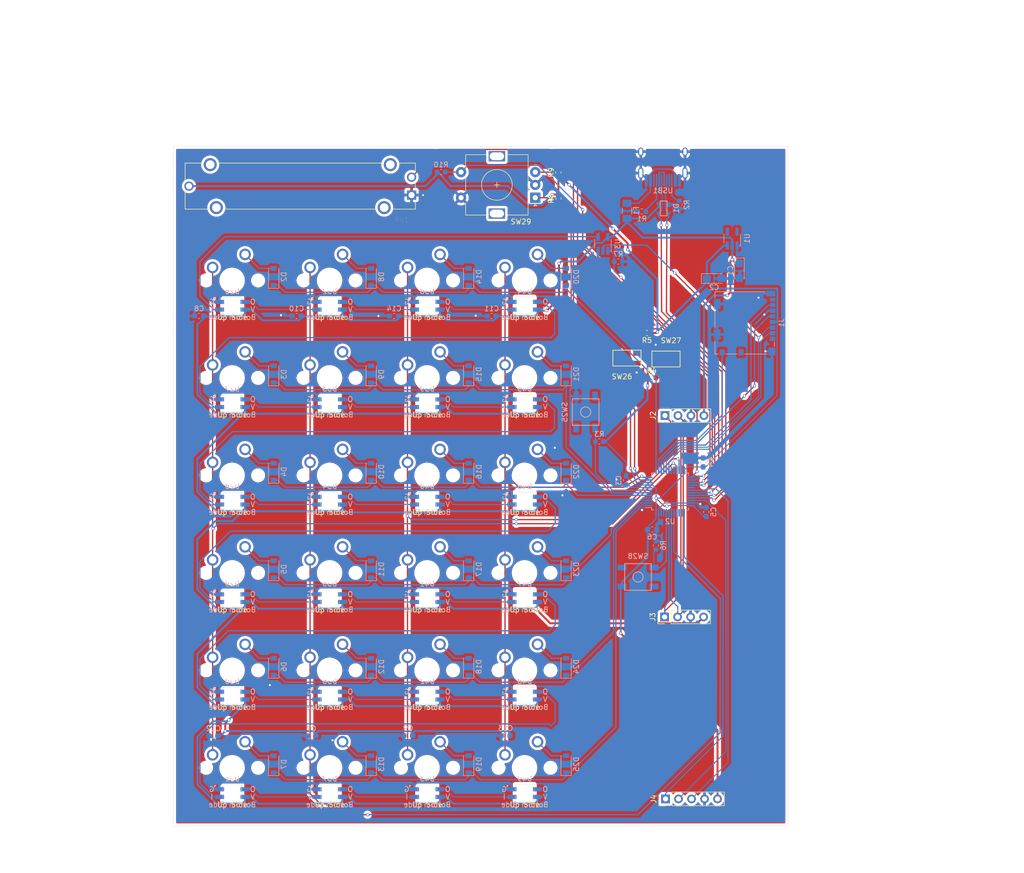
<source format=kicad_pcb>
(kicad_pcb (version 20171130) (host pcbnew "(5.1.5)-3")
  (layers (0 F.Cu signal) (31 B.Cu signal) (34 B.Paste user) (35 F.Paste user) (36 B.SilkS user) (37 F.SilkS user) (38 B.Mask user) (39 F.Mask user) (44 Edge.Cuts user))
  (net 0 "")
  (net 1 +5V)
  (net 2 +3V3)
  (net 3 USB_DP)
  (net 4 USB_DN)
  (net 5 "Net-(D2-Pad2)")
  (net 6 row0)
  (net 7 row1)
  (net 8 "Net-(D3-Pad2)")
  (net 9 row2)
  (net 10 row3)
  (net 11 row4)
  (net 12 row5)
  (net 13 "Net-(D7-Pad2)")
  (net 14 "Net-(D18-Pad2)")
  (net 15 "Net-(D23-Pad2)")
  (net 16 "Net-(D24-Pad2)")
  (net 17 "Net-(D25-Pad2)")
  (net 18 "Net-(D26-Pad4)")
  (net 19 "Net-(D26-Pad2)")
  (net 20 "Net-(D27-Pad2)")
  (net 21 "Net-(D27-Pad4)")
  (net 22 "Net-(D28-Pad2)")
  (net 23 "Net-(D28-Pad4)")
  (net 24 "Net-(D29-Pad4)")
  (net 25 "Net-(D29-Pad2)")
  (net 26 "Net-(D30-Pad4)")
  (net 27 "Net-(D30-Pad2)")
  (net 28 "Net-(D31-Pad4)")
  (net 29 "Net-(D31-Pad2)")
  (net 30 "Net-(D32-Pad2)")
  (net 31 "Net-(D33-Pad2)")
  (net 32 "Net-(D34-Pad2)")
  (net 33 "Net-(D35-Pad2)")
  (net 34 "Net-(D36-Pad2)")
  (net 35 "Net-(D37-Pad2)")
  (net 36 "Net-(D38-Pad2)")
  (net 37 "Net-(D39-Pad2)")
  (net 38 "Net-(D40-Pad2)")
  (net 39 "Net-(D41-Pad2)")
  (net 40 "Net-(D42-Pad2)")
  (net 41 "Net-(D43-Pad2)")
  (net 42 "Net-(D49-Pad2)")
  (net 43 VCC)
  (net 44 "Net-(J1-Pad1)")
  (net 45 "Net-(J1-Pad8)")
  (net 46 SD_CS)
  (net 47 SPI_MOSI)
  (net 48 SPI_SCK)
  (net 49 SPI_MISO)
  (net 50 Detec)
  (net 51 "Net-(J1-Pad9)")
  (net 52 SCK)
  (net 53 SDA)
  (net 54 SYS_SWCLK)
  (net 55 SYS_SWDIO)
  (net 56 UART1_TX)
  (net 57 "Net-(R1-Pad2)")
  (net 58 "Net-(R2-Pad2)")
  (net 59 "Net-(R3-Pad2)")
  (net 60 BUT1)
  (net 61 BOOT0)
  (net 62 LED_DATA_EN)
  (net 63 TIM2_CH1)
  (net 64 TIM2_CH2)
  (net 65 ENC_SWITCH)
  (net 66 POT_SLIDER)
  (net 67 col0)
  (net 68 col1)
  (net 69 col2)
  (net 70 col3)
  (net 71 "Net-(U2-Pad19)")
  (net 72 "Net-(U2-Pad20)")
  (net 73 "Net-(U2-Pad45)")
  (net 74 "Net-(U2-Pad46)")
  (net 75 "Net-(USB1-Pad9)")
  (net 76 "Net-(USB1-Pad3)")
  (net 77 "Net-(D4-Pad2)")
  (net 78 "Net-(D5-Pad2)")
  (net 79 "Net-(D6-Pad2)")
  (net 80 "Net-(D8-Pad2)")
  (net 81 "Net-(D9-Pad2)")
  (net 82 "Net-(D10-Pad2)")
  (net 83 "Net-(D11-Pad2)")
  (net 84 "Net-(D12-Pad2)")
  (net 85 "Net-(D13-Pad2)")
  (net 86 "Net-(D14-Pad2)")
  (net 87 "Net-(D15-Pad2)")
  (net 88 "Net-(D16-Pad2)")
  (net 89 "Net-(D17-Pad2)")
  (net 90 "Net-(D19-Pad2)")
  (net 91 "Net-(D20-Pad2)")
  (net 92 "Net-(D21-Pad2)")
  (net 93 "Net-(D22-Pad2)")
  (net 94 GND)
  (net 95 "Net-(U2-Pad29)")
  (net 96 "Net-(U2-Pad40)")
  (net 97 BUT2)
  (net 98 "Net-(U2-Pad38)")
  (net 99 "Net-(U2-Pad39)")
  (module Capacitor_SMD:C_0603_1608Metric_Pad1.05x0.95mm_HandSolder (layer B.Cu) (at 63.015 83.97 180)
    (fp_text reference C14 (at 0 1.43) (layer B.SilkS) (effects (justify mirror)))
    (fp_text value 100nF)
    (pad 1 smd roundrect (at -0.875 0 180) (size 1.05 0.95) (layers B.Cu B.Paste B.Mask) (net 1 +5V))
    (pad 2 smd roundrect (at 0.875 0 180) (size 1.05 0.95) (layers B.Cu B.Paste B.Mask) (net 94 GND))
  )
  (module Resistor_SMD:R_0603_1608Metric (layer F.Cu) (at 95.1325 61.03 90)
    (fp_text reference R8 (at 0 -1.43 90) (layer F.SilkS))
    (fp_text value 10K)
    (pad 2 smd roundrect (at 0.7875 0 90) (size 0.875 0.95) (layers F.Cu F.Paste F.Mask) (net 2 +3V3))
    (pad 1 smd roundrect (at -0.7875 0 90) (size 0.875 0.95) (layers F.Cu F.Paste F.Mask) (net 63 TIM2_CH1))
  )
  (module random-keyboard-parts:SOT143B (layer B.Cu) (at 115.7 62.95 270)
    (fp_text reference D1 (at 0 -2.45 90) (layer B.SilkS) (effects (justify mirror)))
    (fp_text value PRTR5V0U2X)
    (pad 1 smd rect (at -0.75 -1 270) (size 1 0.7) (layers B.Cu B.Paste B.Mask) (net 94 GND))
    (pad 4 smd rect (at -0.95 1 270) (size 0.6 0.7) (layers B.Cu B.Paste B.Mask) (net 1 +5V))
    (pad 2 smd rect (at 0.95 -1 270) (size 0.6 0.7) (layers B.Cu B.Paste B.Mask) (net 3 USB_DP))
    (pad 3 smd rect (at 0.95 1 270) (size 0.6 0.7) (layers B.Cu B.Paste B.Mask) (net 4 USB_DN))
  )
  (module keyboard_parts:YS-SK6812MINI-E (layer B.Cu) (at 88.55 177.225)
    (fp_text reference D49 (at 0 -2.8) (layer B.SilkS) (effects (justify mirror)))
    (fp_text value SK6812MINIE)
    (fp_text user "Bottom Side" (at 0 2.25) (layer B.SilkS) (effects (justify mirror)))
    (fp_text user "Up Side" (at 0 2.25) (layer F.SilkS))
    (fp_text user V (at 4 0.75) (layer B.SilkS) (effects (justify mirror)))
    (fp_text user O (at 4 -0.75) (layer B.SilkS) (effects (justify mirror)))
    (fp_text user I (at -4 0.75) (layer B.SilkS) (effects (justify mirror)))
    (fp_text user G (at -4 -0.75) (layer B.SilkS) (effects (justify mirror)))
    (pad 4 smd rect (at -2.5 0.75) (size 1.8 0.82) (layers B.Cu B.Paste B.Mask) (net 41 "Net-(D43-Pad2)"))
    (pad 3 smd rect (at -2.5 -0.75) (size 1.8 0.82) (layers B.Cu B.Paste B.Mask) (net 94 GND))
    (pad 2 smd rect (at 2.5 -0.75) (size 1.8 0.82) (layers B.Cu B.Paste B.Mask) (net 42 "Net-(D49-Pad2)"))
    (pad 1 smd rect (at 2.5 0.75) (size 1.8 0.82) (layers B.Cu B.Paste B.Mask) (net 1 +5V))
  )
  (module keyboard_parts:YS-SK6812MINI-E (layer B.Cu) (at 88.55 158.175)
    (fp_text reference D48 (at 0 -2.8) (layer B.SilkS) (effects (justify mirror)))
    (fp_text value SK6812MINIE)
    (fp_text user "Bottom Side" (at 0 2.25) (layer B.SilkS) (effects (justify mirror)))
    (fp_text user "Up Side" (at 0 2.25) (layer F.SilkS))
    (fp_text user V (at 4 0.75) (layer B.SilkS) (effects (justify mirror)))
    (fp_text user O (at 4 -0.75) (layer B.SilkS) (effects (justify mirror)))
    (fp_text user I (at -4 0.75) (layer B.SilkS) (effects (justify mirror)))
    (fp_text user G (at -4 -0.75) (layer B.SilkS) (effects (justify mirror)))
    (pad 4 smd rect (at -2.5 0.75) (size 1.8 0.82) (layers B.Cu B.Paste B.Mask) (net 40 "Net-(D42-Pad2)"))
    (pad 3 smd rect (at -2.5 -0.75) (size 1.8 0.82) (layers B.Cu B.Paste B.Mask) (net 94 GND))
    (pad 2 smd rect (at 2.5 -0.75) (size 1.8 0.82) (layers B.Cu B.Paste B.Mask) (net 28 "Net-(D31-Pad4)"))
    (pad 1 smd rect (at 2.5 0.75) (size 1.8 0.82) (layers B.Cu B.Paste B.Mask) (net 1 +5V))
  )
  (module keyboard_parts:YS-SK6812MINI-E (layer B.Cu) (at 88.55 139.125)
    (fp_text reference D47 (at 0 -2.8) (layer B.SilkS) (effects (justify mirror)))
    (fp_text value SK6812MINIE)
    (fp_text user "Bottom Side" (at 0 2.25) (layer B.SilkS) (effects (justify mirror)))
    (fp_text user "Up Side" (at 0 2.25) (layer F.SilkS))
    (fp_text user V (at 4 0.75) (layer B.SilkS) (effects (justify mirror)))
    (fp_text user O (at 4 -0.75) (layer B.SilkS) (effects (justify mirror)))
    (fp_text user I (at -4 0.75) (layer B.SilkS) (effects (justify mirror)))
    (fp_text user G (at -4 -0.75) (layer B.SilkS) (effects (justify mirror)))
    (pad 4 smd rect (at -2.5 0.75) (size 1.8 0.82) (layers B.Cu B.Paste B.Mask) (net 39 "Net-(D41-Pad2)"))
    (pad 3 smd rect (at -2.5 -0.75) (size 1.8 0.82) (layers B.Cu B.Paste B.Mask) (net 94 GND))
    (pad 2 smd rect (at 2.5 -0.75) (size 1.8 0.82) (layers B.Cu B.Paste B.Mask) (net 26 "Net-(D30-Pad4)"))
    (pad 1 smd rect (at 2.5 0.75) (size 1.8 0.82) (layers B.Cu B.Paste B.Mask) (net 1 +5V))
  )
  (module keyboard_parts:YS-SK6812MINI-E (layer B.Cu) (at 88.55 120.075)
    (fp_text reference D46 (at 0 -2.8) (layer B.SilkS) (effects (justify mirror)))
    (fp_text value SK6812MINIE)
    (fp_text user "Bottom Side" (at 0 2.25) (layer B.SilkS) (effects (justify mirror)))
    (fp_text user "Up Side" (at 0 2.25) (layer F.SilkS))
    (fp_text user V (at 4 0.75) (layer B.SilkS) (effects (justify mirror)))
    (fp_text user O (at 4 -0.75) (layer B.SilkS) (effects (justify mirror)))
    (fp_text user I (at -4 0.75) (layer B.SilkS) (effects (justify mirror)))
    (fp_text user G (at -4 -0.75) (layer B.SilkS) (effects (justify mirror)))
    (pad 4 smd rect (at -2.5 0.75) (size 1.8 0.82) (layers B.Cu B.Paste B.Mask) (net 38 "Net-(D40-Pad2)"))
    (pad 3 smd rect (at -2.5 -0.75) (size 1.8 0.82) (layers B.Cu B.Paste B.Mask) (net 94 GND))
    (pad 2 smd rect (at 2.5 -0.75) (size 1.8 0.82) (layers B.Cu B.Paste B.Mask) (net 24 "Net-(D29-Pad4)"))
    (pad 1 smd rect (at 2.5 0.75) (size 1.8 0.82) (layers B.Cu B.Paste B.Mask) (net 1 +5V))
  )
  (module keyboard_parts:YS-SK6812MINI-E (layer B.Cu) (at 88.55 101.025)
    (fp_text reference D45 (at 0 -2.8) (layer B.SilkS) (effects (justify mirror)))
    (fp_text value SK6812MINIE)
    (fp_text user "Bottom Side" (at 0 2.25) (layer B.SilkS) (effects (justify mirror)))
    (fp_text user "Up Side" (at 0 2.25) (layer F.SilkS))
    (fp_text user V (at 4 0.75) (layer B.SilkS) (effects (justify mirror)))
    (fp_text user O (at 4 -0.75) (layer B.SilkS) (effects (justify mirror)))
    (fp_text user I (at -4 0.75) (layer B.SilkS) (effects (justify mirror)))
    (fp_text user G (at -4 -0.75) (layer B.SilkS) (effects (justify mirror)))
    (pad 4 smd rect (at -2.5 0.75) (size 1.8 0.82) (layers B.Cu B.Paste B.Mask) (net 37 "Net-(D39-Pad2)"))
    (pad 3 smd rect (at -2.5 -0.75) (size 1.8 0.82) (layers B.Cu B.Paste B.Mask) (net 94 GND))
    (pad 2 smd rect (at 2.5 -0.75) (size 1.8 0.82) (layers B.Cu B.Paste B.Mask) (net 23 "Net-(D28-Pad4)"))
    (pad 1 smd rect (at 2.5 0.75) (size 1.8 0.82) (layers B.Cu B.Paste B.Mask) (net 1 +5V))
  )
  (module keyboard_parts:YS-SK6812MINI-E (layer B.Cu) (at 88.55 81.975)
    (fp_text reference D44 (at 0 -2.8) (layer B.SilkS) (effects (justify mirror)))
    (fp_text value SK6812MINIE)
    (fp_text user "Bottom Side" (at 0 2.25) (layer B.SilkS) (effects (justify mirror)))
    (fp_text user "Up Side" (at 0 2.25) (layer F.SilkS))
    (fp_text user V (at 4 0.75) (layer B.SilkS) (effects (justify mirror)))
    (fp_text user O (at 4 -0.75) (layer B.SilkS) (effects (justify mirror)))
    (fp_text user I (at -4 0.75) (layer B.SilkS) (effects (justify mirror)))
    (fp_text user G (at -4 -0.75) (layer B.SilkS) (effects (justify mirror)))
    (pad 4 smd rect (at -2.5 0.75) (size 1.8 0.82) (layers B.Cu B.Paste B.Mask) (net 36 "Net-(D38-Pad2)"))
    (pad 3 smd rect (at -2.5 -0.75) (size 1.8 0.82) (layers B.Cu B.Paste B.Mask) (net 94 GND))
    (pad 2 smd rect (at 2.5 -0.75) (size 1.8 0.82) (layers B.Cu B.Paste B.Mask) (net 21 "Net-(D27-Pad4)"))
    (pad 1 smd rect (at 2.5 0.75) (size 1.8 0.82) (layers B.Cu B.Paste B.Mask) (net 1 +5V))
  )
  (module keyboard_parts:YS-SK6812MINI-E (layer B.Cu) (at 69.5 177.225)
    (fp_text reference D43 (at 0 -2.8) (layer B.SilkS) (effects (justify mirror)))
    (fp_text value SK6812MINIE)
    (fp_text user "Bottom Side" (at 0 2.25) (layer B.SilkS) (effects (justify mirror)))
    (fp_text user "Up Side" (at 0 2.25) (layer F.SilkS))
    (fp_text user V (at 4 0.75) (layer B.SilkS) (effects (justify mirror)))
    (fp_text user O (at 4 -0.75) (layer B.SilkS) (effects (justify mirror)))
    (fp_text user I (at -4 0.75) (layer B.SilkS) (effects (justify mirror)))
    (fp_text user G (at -4 -0.75) (layer B.SilkS) (effects (justify mirror)))
    (pad 4 smd rect (at -2.5 0.75) (size 1.8 0.82) (layers B.Cu B.Paste B.Mask) (net 35 "Net-(D37-Pad2)"))
    (pad 3 smd rect (at -2.5 -0.75) (size 1.8 0.82) (layers B.Cu B.Paste B.Mask) (net 94 GND))
    (pad 2 smd rect (at 2.5 -0.75) (size 1.8 0.82) (layers B.Cu B.Paste B.Mask) (net 41 "Net-(D43-Pad2)"))
    (pad 1 smd rect (at 2.5 0.75) (size 1.8 0.82) (layers B.Cu B.Paste B.Mask) (net 1 +5V))
  )
  (module keyboard_parts:YS-SK6812MINI-E (layer B.Cu) (at 69.5 158.175)
    (fp_text reference D42 (at 0 -2.8) (layer B.SilkS) (effects (justify mirror)))
    (fp_text value SK6812MINIE)
    (fp_text user "Bottom Side" (at 0 2.25) (layer B.SilkS) (effects (justify mirror)))
    (fp_text user "Up Side" (at 0 2.25) (layer F.SilkS))
    (fp_text user V (at 4 0.75) (layer B.SilkS) (effects (justify mirror)))
    (fp_text user O (at 4 -0.75) (layer B.SilkS) (effects (justify mirror)))
    (fp_text user I (at -4 0.75) (layer B.SilkS) (effects (justify mirror)))
    (fp_text user G (at -4 -0.75) (layer B.SilkS) (effects (justify mirror)))
    (pad 4 smd rect (at -2.5 0.75) (size 1.8 0.82) (layers B.Cu B.Paste B.Mask) (net 34 "Net-(D36-Pad2)"))
    (pad 3 smd rect (at -2.5 -0.75) (size 1.8 0.82) (layers B.Cu B.Paste B.Mask) (net 94 GND))
    (pad 2 smd rect (at 2.5 -0.75) (size 1.8 0.82) (layers B.Cu B.Paste B.Mask) (net 40 "Net-(D42-Pad2)"))
    (pad 1 smd rect (at 2.5 0.75) (size 1.8 0.82) (layers B.Cu B.Paste B.Mask) (net 1 +5V))
  )
  (module keyboard_parts:YS-SK6812MINI-E (layer B.Cu) (at 69.5 139.125)
    (fp_text reference D41 (at 0 -2.8) (layer B.SilkS) (effects (justify mirror)))
    (fp_text value SK6812MINIE)
    (fp_text user "Bottom Side" (at 0 2.25) (layer B.SilkS) (effects (justify mirror)))
    (fp_text user "Up Side" (at 0 2.25) (layer F.SilkS))
    (fp_text user V (at 4 0.75) (layer B.SilkS) (effects (justify mirror)))
    (fp_text user O (at 4 -0.75) (layer B.SilkS) (effects (justify mirror)))
    (fp_text user I (at -4 0.75) (layer B.SilkS) (effects (justify mirror)))
    (fp_text user G (at -4 -0.75) (layer B.SilkS) (effects (justify mirror)))
    (pad 4 smd rect (at -2.5 0.75) (size 1.8 0.82) (layers B.Cu B.Paste B.Mask) (net 33 "Net-(D35-Pad2)"))
    (pad 3 smd rect (at -2.5 -0.75) (size 1.8 0.82) (layers B.Cu B.Paste B.Mask) (net 94 GND))
    (pad 2 smd rect (at 2.5 -0.75) (size 1.8 0.82) (layers B.Cu B.Paste B.Mask) (net 39 "Net-(D41-Pad2)"))
    (pad 1 smd rect (at 2.5 0.75) (size 1.8 0.82) (layers B.Cu B.Paste B.Mask) (net 1 +5V))
  )
  (module keyboard_parts:YS-SK6812MINI-E (layer B.Cu) (at 69.5 120.075)
    (fp_text reference D40 (at 0 -2.8) (layer B.SilkS) (effects (justify mirror)))
    (fp_text value SK6812MINIE)
    (fp_text user "Bottom Side" (at 0 2.25) (layer B.SilkS) (effects (justify mirror)))
    (fp_text user "Up Side" (at 0 2.25) (layer F.SilkS))
    (fp_text user V (at 4 0.75) (layer B.SilkS) (effects (justify mirror)))
    (fp_text user O (at 4 -0.75) (layer B.SilkS) (effects (justify mirror)))
    (fp_text user I (at -4 0.75) (layer B.SilkS) (effects (justify mirror)))
    (fp_text user G (at -4 -0.75) (layer B.SilkS) (effects (justify mirror)))
    (pad 4 smd rect (at -2.5 0.75) (size 1.8 0.82) (layers B.Cu B.Paste B.Mask) (net 32 "Net-(D34-Pad2)"))
    (pad 3 smd rect (at -2.5 -0.75) (size 1.8 0.82) (layers B.Cu B.Paste B.Mask) (net 94 GND))
    (pad 2 smd rect (at 2.5 -0.75) (size 1.8 0.82) (layers B.Cu B.Paste B.Mask) (net 38 "Net-(D40-Pad2)"))
    (pad 1 smd rect (at 2.5 0.75) (size 1.8 0.82) (layers B.Cu B.Paste B.Mask) (net 1 +5V))
  )
  (module keyboard_parts:YS-SK6812MINI-E (layer B.Cu) (at 69.5 101.025)
    (fp_text reference D39 (at 0 -2.8) (layer B.SilkS) (effects (justify mirror)))
    (fp_text value SK6812MINIE)
    (fp_text user "Bottom Side" (at 0 2.25) (layer B.SilkS) (effects (justify mirror)))
    (fp_text user "Up Side" (at 0 2.25) (layer F.SilkS))
    (fp_text user V (at 4 0.75) (layer B.SilkS) (effects (justify mirror)))
    (fp_text user O (at 4 -0.75) (layer B.SilkS) (effects (justify mirror)))
    (fp_text user I (at -4 0.75) (layer B.SilkS) (effects (justify mirror)))
    (fp_text user G (at -4 -0.75) (layer B.SilkS) (effects (justify mirror)))
    (pad 4 smd rect (at -2.5 0.75) (size 1.8 0.82) (layers B.Cu B.Paste B.Mask) (net 31 "Net-(D33-Pad2)"))
    (pad 3 smd rect (at -2.5 -0.75) (size 1.8 0.82) (layers B.Cu B.Paste B.Mask) (net 94 GND))
    (pad 2 smd rect (at 2.5 -0.75) (size 1.8 0.82) (layers B.Cu B.Paste B.Mask) (net 37 "Net-(D39-Pad2)"))
    (pad 1 smd rect (at 2.5 0.75) (size 1.8 0.82) (layers B.Cu B.Paste B.Mask) (net 1 +5V))
  )
  (module keyboard_parts:YS-SK6812MINI-E (layer B.Cu) (at 69.5 81.975)
    (fp_text reference D38 (at 0 -2.8) (layer B.SilkS) (effects (justify mirror)))
    (fp_text value SK6812MINIE)
    (fp_text user "Bottom Side" (at 0 2.25) (layer B.SilkS) (effects (justify mirror)))
    (fp_text user "Up Side" (at 0 2.25) (layer F.SilkS))
    (fp_text user V (at 4 0.75) (layer B.SilkS) (effects (justify mirror)))
    (fp_text user O (at 4 -0.75) (layer B.SilkS) (effects (justify mirror)))
    (fp_text user I (at -4 0.75) (layer B.SilkS) (effects (justify mirror)))
    (fp_text user G (at -4 -0.75) (layer B.SilkS) (effects (justify mirror)))
    (pad 4 smd rect (at -2.5 0.75) (size 1.8 0.82) (layers B.Cu B.Paste B.Mask) (net 30 "Net-(D32-Pad2)"))
    (pad 3 smd rect (at -2.5 -0.75) (size 1.8 0.82) (layers B.Cu B.Paste B.Mask) (net 94 GND))
    (pad 2 smd rect (at 2.5 -0.75) (size 1.8 0.82) (layers B.Cu B.Paste B.Mask) (net 36 "Net-(D38-Pad2)"))
    (pad 1 smd rect (at 2.5 0.75) (size 1.8 0.82) (layers B.Cu B.Paste B.Mask) (net 1 +5V))
  )
  (module keyboard_parts:YS-SK6812MINI-E (layer B.Cu) (at 50.45 177.225)
    (fp_text reference D37 (at 0 -2.8) (layer B.SilkS) (effects (justify mirror)))
    (fp_text value SK6812MINIE)
    (fp_text user "Bottom Side" (at 0 2.25) (layer B.SilkS) (effects (justify mirror)))
    (fp_text user "Up Side" (at 0 2.25) (layer F.SilkS))
    (fp_text user V (at 4 0.75) (layer B.SilkS) (effects (justify mirror)))
    (fp_text user O (at 4 -0.75) (layer B.SilkS) (effects (justify mirror)))
    (fp_text user I (at -4 0.75) (layer B.SilkS) (effects (justify mirror)))
    (fp_text user G (at -4 -0.75) (layer B.SilkS) (effects (justify mirror)))
    (pad 4 smd rect (at -2.5 0.75) (size 1.8 0.82) (layers B.Cu B.Paste B.Mask) (net 29 "Net-(D31-Pad2)"))
    (pad 3 smd rect (at -2.5 -0.75) (size 1.8 0.82) (layers B.Cu B.Paste B.Mask) (net 94 GND))
    (pad 2 smd rect (at 2.5 -0.75) (size 1.8 0.82) (layers B.Cu B.Paste B.Mask) (net 35 "Net-(D37-Pad2)"))
    (pad 1 smd rect (at 2.5 0.75) (size 1.8 0.82) (layers B.Cu B.Paste B.Mask) (net 1 +5V))
  )
  (module keyboard_parts:YS-SK6812MINI-E (layer B.Cu) (at 50.45 158.175)
    (fp_text reference D36 (at 0 -2.8) (layer B.SilkS) (effects (justify mirror)))
    (fp_text value SK6812MINIE)
    (fp_text user "Bottom Side" (at 0 2.25) (layer B.SilkS) (effects (justify mirror)))
    (fp_text user "Up Side" (at 0 2.25) (layer F.SilkS))
    (fp_text user V (at 4 0.75) (layer B.SilkS) (effects (justify mirror)))
    (fp_text user O (at 4 -0.75) (layer B.SilkS) (effects (justify mirror)))
    (fp_text user I (at -4 0.75) (layer B.SilkS) (effects (justify mirror)))
    (fp_text user G (at -4 -0.75) (layer B.SilkS) (effects (justify mirror)))
    (pad 4 smd rect (at -2.5 0.75) (size 1.8 0.82) (layers B.Cu B.Paste B.Mask) (net 27 "Net-(D30-Pad2)"))
    (pad 3 smd rect (at -2.5 -0.75) (size 1.8 0.82) (layers B.Cu B.Paste B.Mask) (net 94 GND))
    (pad 2 smd rect (at 2.5 -0.75) (size 1.8 0.82) (layers B.Cu B.Paste B.Mask) (net 34 "Net-(D36-Pad2)"))
    (pad 1 smd rect (at 2.5 0.75) (size 1.8 0.82) (layers B.Cu B.Paste B.Mask) (net 1 +5V))
  )
  (module keyboard_parts:YS-SK6812MINI-E (layer B.Cu) (at 50.45 139.125)
    (fp_text reference D35 (at 0 -2.8) (layer B.SilkS) (effects (justify mirror)))
    (fp_text value SK6812MINIE)
    (fp_text user "Bottom Side" (at 0 2.25) (layer B.SilkS) (effects (justify mirror)))
    (fp_text user "Up Side" (at 0 2.25) (layer F.SilkS))
    (fp_text user V (at 4 0.75) (layer B.SilkS) (effects (justify mirror)))
    (fp_text user O (at 4 -0.75) (layer B.SilkS) (effects (justify mirror)))
    (fp_text user I (at -4 0.75) (layer B.SilkS) (effects (justify mirror)))
    (fp_text user G (at -4 -0.75) (layer B.SilkS) (effects (justify mirror)))
    (pad 4 smd rect (at -2.5 0.75) (size 1.8 0.82) (layers B.Cu B.Paste B.Mask) (net 25 "Net-(D29-Pad2)"))
    (pad 3 smd rect (at -2.5 -0.75) (size 1.8 0.82) (layers B.Cu B.Paste B.Mask) (net 94 GND))
    (pad 2 smd rect (at 2.5 -0.75) (size 1.8 0.82) (layers B.Cu B.Paste B.Mask) (net 33 "Net-(D35-Pad2)"))
    (pad 1 smd rect (at 2.5 0.75) (size 1.8 0.82) (layers B.Cu B.Paste B.Mask) (net 1 +5V))
  )
  (module keyboard_parts:YS-SK6812MINI-E (layer B.Cu) (at 50.45 120.075)
    (fp_text reference D34 (at 0 -2.8) (layer B.SilkS) (effects (justify mirror)))
    (fp_text value SK6812MINIE)
    (fp_text user "Bottom Side" (at 0 2.25) (layer B.SilkS) (effects (justify mirror)))
    (fp_text user "Up Side" (at 0 2.25) (layer F.SilkS))
    (fp_text user V (at 4 0.75) (layer B.SilkS) (effects (justify mirror)))
    (fp_text user O (at 4 -0.75) (layer B.SilkS) (effects (justify mirror)))
    (fp_text user I (at -4 0.75) (layer B.SilkS) (effects (justify mirror)))
    (fp_text user G (at -4 -0.75) (layer B.SilkS) (effects (justify mirror)))
    (pad 4 smd rect (at -2.5 0.75) (size 1.8 0.82) (layers B.Cu B.Paste B.Mask) (net 22 "Net-(D28-Pad2)"))
    (pad 3 smd rect (at -2.5 -0.75) (size 1.8 0.82) (layers B.Cu B.Paste B.Mask) (net 94 GND))
    (pad 2 smd rect (at 2.5 -0.75) (size 1.8 0.82) (layers B.Cu B.Paste B.Mask) (net 32 "Net-(D34-Pad2)"))
    (pad 1 smd rect (at 2.5 0.75) (size 1.8 0.82) (layers B.Cu B.Paste B.Mask) (net 1 +5V))
  )
  (module keyboard_parts:YS-SK6812MINI-E (layer B.Cu) (at 50.45 101.025)
    (fp_text reference D33 (at 0 -2.8) (layer B.SilkS) (effects (justify mirror)))
    (fp_text value SK6812MINIE)
    (fp_text user "Bottom Side" (at 0 2.25) (layer B.SilkS) (effects (justify mirror)))
    (fp_text user "Up Side" (at 0 2.25) (layer F.SilkS))
    (fp_text user V (at 4 0.75) (layer B.SilkS) (effects (justify mirror)))
    (fp_text user O (at 4 -0.75) (layer B.SilkS) (effects (justify mirror)))
    (fp_text user I (at -4 0.75) (layer B.SilkS) (effects (justify mirror)))
    (fp_text user G (at -4 -0.75) (layer B.SilkS) (effects (justify mirror)))
    (pad 4 smd rect (at -2.5 0.75) (size 1.8 0.82) (layers B.Cu B.Paste B.Mask) (net 20 "Net-(D27-Pad2)"))
    (pad 3 smd rect (at -2.5 -0.75) (size 1.8 0.82) (layers B.Cu B.Paste B.Mask) (net 94 GND))
    (pad 2 smd rect (at 2.5 -0.75) (size 1.8 0.82) (layers B.Cu B.Paste B.Mask) (net 31 "Net-(D33-Pad2)"))
    (pad 1 smd rect (at 2.5 0.75) (size 1.8 0.82) (layers B.Cu B.Paste B.Mask) (net 1 +5V))
  )
  (module keyboard_parts:YS-SK6812MINI-E (layer B.Cu) (at 50.45 81.975)
    (fp_text reference D32 (at 0 -2.8) (layer B.SilkS) (effects (justify mirror)))
    (fp_text value SK6812MINIE)
    (fp_text user "Bottom Side" (at 0 2.25) (layer B.SilkS) (effects (justify mirror)))
    (fp_text user "Up Side" (at 0 2.25) (layer F.SilkS))
    (fp_text user V (at 4 0.75) (layer B.SilkS) (effects (justify mirror)))
    (fp_text user O (at 4 -0.75) (layer B.SilkS) (effects (justify mirror)))
    (fp_text user I (at -4 0.75) (layer B.SilkS) (effects (justify mirror)))
    (fp_text user G (at -4 -0.75) (layer B.SilkS) (effects (justify mirror)))
    (pad 4 smd rect (at -2.5 0.75) (size 1.8 0.82) (layers B.Cu B.Paste B.Mask) (net 19 "Net-(D26-Pad2)"))
    (pad 3 smd rect (at -2.5 -0.75) (size 1.8 0.82) (layers B.Cu B.Paste B.Mask) (net 94 GND))
    (pad 2 smd rect (at 2.5 -0.75) (size 1.8 0.82) (layers B.Cu B.Paste B.Mask) (net 30 "Net-(D32-Pad2)"))
    (pad 1 smd rect (at 2.5 0.75) (size 1.8 0.82) (layers B.Cu B.Paste B.Mask) (net 1 +5V))
  )
  (module keyboard_parts:YS-SK6812MINI-E (layer B.Cu) (at 31.4 177.225)
    (fp_text reference D31 (at 0 -2.8) (layer B.SilkS) (effects (justify mirror)))
    (fp_text value SK6812MINIE)
    (fp_text user "Bottom Side" (at 0 2.25) (layer B.SilkS) (effects (justify mirror)))
    (fp_text user "Up Side" (at 0 2.25) (layer F.SilkS))
    (fp_text user V (at 4 0.75) (layer B.SilkS) (effects (justify mirror)))
    (fp_text user O (at 4 -0.75) (layer B.SilkS) (effects (justify mirror)))
    (fp_text user I (at -4 0.75) (layer B.SilkS) (effects (justify mirror)))
    (fp_text user G (at -4 -0.75) (layer B.SilkS) (effects (justify mirror)))
    (pad 4 smd rect (at -2.5 0.75) (size 1.8 0.82) (layers B.Cu B.Paste B.Mask) (net 28 "Net-(D31-Pad4)"))
    (pad 3 smd rect (at -2.5 -0.75) (size 1.8 0.82) (layers B.Cu B.Paste B.Mask) (net 94 GND))
    (pad 2 smd rect (at 2.5 -0.75) (size 1.8 0.82) (layers B.Cu B.Paste B.Mask) (net 29 "Net-(D31-Pad2)"))
    (pad 1 smd rect (at 2.5 0.75) (size 1.8 0.82) (layers B.Cu B.Paste B.Mask) (net 1 +5V))
  )
  (module keyboard_parts:YS-SK6812MINI-E (layer B.Cu) (at 31.4 158.175)
    (fp_text reference D30 (at 0 -2.8) (layer B.SilkS) (effects (justify mirror)))
    (fp_text value SK6812MINIE)
    (fp_text user "Bottom Side" (at 0 2.25) (layer B.SilkS) (effects (justify mirror)))
    (fp_text user "Up Side" (at 0 2.25) (layer F.SilkS))
    (fp_text user V (at 4 0.75) (layer B.SilkS) (effects (justify mirror)))
    (fp_text user O (at 4 -0.75) (layer B.SilkS) (effects (justify mirror)))
    (fp_text user I (at -4 0.75) (layer B.SilkS) (effects (justify mirror)))
    (fp_text user G (at -4 -0.75) (layer B.SilkS) (effects (justify mirror)))
    (pad 4 smd rect (at -2.5 0.75) (size 1.8 0.82) (layers B.Cu B.Paste B.Mask) (net 26 "Net-(D30-Pad4)"))
    (pad 3 smd rect (at -2.5 -0.75) (size 1.8 0.82) (layers B.Cu B.Paste B.Mask) (net 94 GND))
    (pad 2 smd rect (at 2.5 -0.75) (size 1.8 0.82) (layers B.Cu B.Paste B.Mask) (net 27 "Net-(D30-Pad2)"))
    (pad 1 smd rect (at 2.5 0.75) (size 1.8 0.82) (layers B.Cu B.Paste B.Mask) (net 1 +5V))
  )
  (module keyboard_parts:YS-SK6812MINI-E (layer B.Cu) (at 31.4 139.125)
    (fp_text reference D29 (at 0 -2.8) (layer B.SilkS) (effects (justify mirror)))
    (fp_text value SK6812MINIE)
    (fp_text user "Bottom Side" (at 0 2.25) (layer B.SilkS) (effects (justify mirror)))
    (fp_text user "Up Side" (at 0 2.25) (layer F.SilkS))
    (fp_text user V (at 4 0.75) (layer B.SilkS) (effects (justify mirror)))
    (fp_text user O (at 4 -0.75) (layer B.SilkS) (effects (justify mirror)))
    (fp_text user I (at -4 0.75) (layer B.SilkS) (effects (justify mirror)))
    (fp_text user G (at -4 -0.75) (layer B.SilkS) (effects (justify mirror)))
    (pad 4 smd rect (at -2.5 0.75) (size 1.8 0.82) (layers B.Cu B.Paste B.Mask) (net 24 "Net-(D29-Pad4)"))
    (pad 3 smd rect (at -2.5 -0.75) (size 1.8 0.82) (layers B.Cu B.Paste B.Mask) (net 94 GND))
    (pad 2 smd rect (at 2.5 -0.75) (size 1.8 0.82) (layers B.Cu B.Paste B.Mask) (net 25 "Net-(D29-Pad2)"))
    (pad 1 smd rect (at 2.5 0.75) (size 1.8 0.82) (layers B.Cu B.Paste B.Mask) (net 1 +5V))
  )
  (module keyboard_parts:YS-SK6812MINI-E (layer B.Cu) (at 31.4 120.075)
    (fp_text reference D28 (at 0 -2.8) (layer B.SilkS) (effects (justify mirror)))
    (fp_text value SK6812MINIE)
    (fp_text user "Bottom Side" (at 0 2.25) (layer B.SilkS) (effects (justify mirror)))
    (fp_text user "Up Side" (at 0 2.25) (layer F.SilkS))
    (fp_text user V (at 4 0.75) (layer B.SilkS) (effects (justify mirror)))
    (fp_text user O (at 4 -0.75) (layer B.SilkS) (effects (justify mirror)))
    (fp_text user I (at -4 0.75) (layer B.SilkS) (effects (justify mirror)))
    (fp_text user G (at -4 -0.75) (layer B.SilkS) (effects (justify mirror)))
    (pad 4 smd rect (at -2.5 0.75) (size 1.8 0.82) (layers B.Cu B.Paste B.Mask) (net 23 "Net-(D28-Pad4)"))
    (pad 3 smd rect (at -2.5 -0.75) (size 1.8 0.82) (layers B.Cu B.Paste B.Mask) (net 94 GND))
    (pad 2 smd rect (at 2.5 -0.75) (size 1.8 0.82) (layers B.Cu B.Paste B.Mask) (net 22 "Net-(D28-Pad2)"))
    (pad 1 smd rect (at 2.5 0.75) (size 1.8 0.82) (layers B.Cu B.Paste B.Mask) (net 1 +5V))
  )
  (module keyboard_parts:YS-SK6812MINI-E (layer B.Cu) (at 31.4 101.025)
    (fp_text reference D27 (at 0 -2.8) (layer B.SilkS) (effects (justify mirror)))
    (fp_text value SK6812MINIE)
    (fp_text user "Bottom Side" (at 0 2.25) (layer B.SilkS) (effects (justify mirror)))
    (fp_text user "Up Side" (at 0 2.25) (layer F.SilkS))
    (fp_text user V (at 4 0.75) (layer B.SilkS) (effects (justify mirror)))
    (fp_text user O (at 4 -0.75) (layer B.SilkS) (effects (justify mirror)))
    (fp_text user I (at -4 0.75) (layer B.SilkS) (effects (justify mirror)))
    (fp_text user G (at -4 -0.75) (layer B.SilkS) (effects (justify mirror)))
    (pad 4 smd rect (at -2.5 0.75) (size 1.8 0.82) (layers B.Cu B.Paste B.Mask) (net 21 "Net-(D27-Pad4)"))
    (pad 3 smd rect (at -2.5 -0.75) (size 1.8 0.82) (layers B.Cu B.Paste B.Mask) (net 94 GND))
    (pad 2 smd rect (at 2.5 -0.75) (size 1.8 0.82) (layers B.Cu B.Paste B.Mask) (net 20 "Net-(D27-Pad2)"))
    (pad 1 smd rect (at 2.5 0.75) (size 1.8 0.82) (layers B.Cu B.Paste B.Mask) (net 1 +5V))
  )
  (module keyboard_parts:YS-SK6812MINI-E (layer B.Cu) (at 31.4 81.975)
    (fp_text reference D26 (at 0 -2.8) (layer B.SilkS) (effects (justify mirror)))
    (fp_text value SK6812MINIE)
    (fp_text user "Bottom Side" (at 0 2.25) (layer B.SilkS) (effects (justify mirror)))
    (fp_text user "Up Side" (at 0 2.25) (layer F.SilkS))
    (fp_text user V (at 4 0.75) (layer B.SilkS) (effects (justify mirror)))
    (fp_text user O (at 4 -0.75) (layer B.SilkS) (effects (justify mirror)))
    (fp_text user I (at -4 0.75) (layer B.SilkS) (effects (justify mirror)))
    (fp_text user G (at -4 -0.75) (layer B.SilkS) (effects (justify mirror)))
    (pad 4 smd rect (at -2.5 0.75) (size 1.8 0.82) (layers B.Cu B.Paste B.Mask) (net 18 "Net-(D26-Pad4)"))
    (pad 3 smd rect (at -2.5 -0.75) (size 1.8 0.82) (layers B.Cu B.Paste B.Mask) (net 94 GND))
    (pad 2 smd rect (at 2.5 -0.75) (size 1.8 0.82) (layers B.Cu B.Paste B.Mask) (net 19 "Net-(D26-Pad2)"))
    (pad 1 smd rect (at 2.5 0.75) (size 1.8 0.82) (layers B.Cu B.Paste B.Mask) (net 1 +5V))
  )
  (module Connector_PinHeader_2.54mm:PinHeader_1x04_P2.54mm_Vertical (layer F.Cu) (at 115.96 103.44 90)
    (fp_text reference J2 (at 0 -2.33 90) (layer F.SilkS))
    (fp_text value OLED1)
    (pad 4 thru_hole oval (at 0 7.62 90) (size 1.7 1.7) (drill 1) (layers *.Cu *.Mask) (net 1 +5V))
    (pad 3 thru_hole oval (at 0 5.08 90) (size 1.7 1.7) (drill 1) (layers *.Cu *.Mask) (net 94 GND))
    (pad 2 thru_hole oval (at 0 2.54 90) (size 1.7 1.7) (drill 1) (layers *.Cu *.Mask) (net 52 SCK))
    (pad 1 thru_hole rect (at 0 0 90) (size 1.7 1.7) (drill 1) (layers *.Cu *.Mask) (net 53 SDA))
  )
  (module MX_Only:MXOnly-1U-NoLED (layer F.Cu) (at 88.510001 172.280001)
    (fp_text reference SW24)
    (fp_text value SW_SPST)
    (pad 2 thru_hole circle (at 2.54 -5.08) (size 2.25 2.25) (drill 1.47) (layers *.Cu B.Mask) (net 17 "Net-(D25-Pad2)"))
    (pad "" np_thru_hole circle (at 0 0) (size 3.9878 3.9878) (drill 3.9878) (layers *.Cu *.Mask))
    (pad 1 thru_hole circle (at -3.81 -2.54) (size 2.25 2.25) (drill 1.47) (layers *.Cu B.Mask) (net 70 col3))
    (pad "" np_thru_hole circle (at -5.08 0 48.0996) (size 1.75 1.75) (drill 1.75) (layers *.Cu *.Mask))
    (pad "" np_thru_hole circle (at 5.08 0 48.0996) (size 1.75 1.75) (drill 1.75) (layers *.Cu *.Mask))
  )
  (module MX_Only:MXOnly-1U-NoLED (layer F.Cu) (at 88.510001 153.230001)
    (fp_text reference SW23)
    (fp_text value SW_SPST)
    (pad 2 thru_hole circle (at 2.54 -5.08) (size 2.25 2.25) (drill 1.47) (layers *.Cu B.Mask) (net 16 "Net-(D24-Pad2)"))
    (pad "" np_thru_hole circle (at 0 0) (size 3.9878 3.9878) (drill 3.9878) (layers *.Cu *.Mask))
    (pad 1 thru_hole circle (at -3.81 -2.54) (size 2.25 2.25) (drill 1.47) (layers *.Cu B.Mask) (net 70 col3))
    (pad "" np_thru_hole circle (at -5.08 0 48.0996) (size 1.75 1.75) (drill 1.75) (layers *.Cu *.Mask))
    (pad "" np_thru_hole circle (at 5.08 0 48.0996) (size 1.75 1.75) (drill 1.75) (layers *.Cu *.Mask))
  )
  (module MX_Only:MXOnly-1U-NoLED (layer F.Cu) (at 88.510001 134.180001)
    (fp_text reference SW22)
    (fp_text value SW_SPST)
    (pad 2 thru_hole circle (at 2.54 -5.08) (size 2.25 2.25) (drill 1.47) (layers *.Cu B.Mask) (net 15 "Net-(D23-Pad2)"))
    (pad "" np_thru_hole circle (at 0 0) (size 3.9878 3.9878) (drill 3.9878) (layers *.Cu *.Mask))
    (pad 1 thru_hole circle (at -3.81 -2.54) (size 2.25 2.25) (drill 1.47) (layers *.Cu B.Mask) (net 70 col3))
    (pad "" np_thru_hole circle (at -5.08 0 48.0996) (size 1.75 1.75) (drill 1.75) (layers *.Cu *.Mask))
    (pad "" np_thru_hole circle (at 5.08 0 48.0996) (size 1.75 1.75) (drill 1.75) (layers *.Cu *.Mask))
  )
  (module MX_Only:MXOnly-1U-NoLED (layer F.Cu) (at 88.510001 115.130001)
    (fp_text reference SW21)
    (fp_text value SW_SPST)
    (pad 2 thru_hole circle (at 2.54 -5.08) (size 2.25 2.25) (drill 1.47) (layers *.Cu B.Mask) (net 93 "Net-(D22-Pad2)"))
    (pad "" np_thru_hole circle (at 0 0) (size 3.9878 3.9878) (drill 3.9878) (layers *.Cu *.Mask))
    (pad 1 thru_hole circle (at -3.81 -2.54) (size 2.25 2.25) (drill 1.47) (layers *.Cu B.Mask) (net 70 col3))
    (pad "" np_thru_hole circle (at -5.08 0 48.0996) (size 1.75 1.75) (drill 1.75) (layers *.Cu *.Mask))
    (pad "" np_thru_hole circle (at 5.08 0 48.0996) (size 1.75 1.75) (drill 1.75) (layers *.Cu *.Mask))
  )
  (module MX_Only:MXOnly-1U-NoLED (layer F.Cu) (at 88.510001 96.080001)
    (fp_text reference SW20)
    (fp_text value SW_SPST)
    (pad 2 thru_hole circle (at 2.54 -5.08) (size 2.25 2.25) (drill 1.47) (layers *.Cu B.Mask) (net 92 "Net-(D21-Pad2)"))
    (pad "" np_thru_hole circle (at 0 0) (size 3.9878 3.9878) (drill 3.9878) (layers *.Cu *.Mask))
    (pad 1 thru_hole circle (at -3.81 -2.54) (size 2.25 2.25) (drill 1.47) (layers *.Cu B.Mask) (net 70 col3))
    (pad "" np_thru_hole circle (at -5.08 0 48.0996) (size 1.75 1.75) (drill 1.75) (layers *.Cu *.Mask))
    (pad "" np_thru_hole circle (at 5.08 0 48.0996) (size 1.75 1.75) (drill 1.75) (layers *.Cu *.Mask))
  )
  (module MX_Only:MXOnly-1U-NoLED (layer F.Cu) (at 88.510001 77.030001)
    (fp_text reference SW19)
    (fp_text value SW_SPST)
    (pad 2 thru_hole circle (at 2.54 -5.08) (size 2.25 2.25) (drill 1.47) (layers *.Cu B.Mask) (net 91 "Net-(D20-Pad2)"))
    (pad "" np_thru_hole circle (at 0 0) (size 3.9878 3.9878) (drill 3.9878) (layers *.Cu *.Mask))
    (pad 1 thru_hole circle (at -3.81 -2.54) (size 2.25 2.25) (drill 1.47) (layers *.Cu B.Mask) (net 70 col3))
    (pad "" np_thru_hole circle (at -5.08 0 48.0996) (size 1.75 1.75) (drill 1.75) (layers *.Cu *.Mask))
    (pad "" np_thru_hole circle (at 5.08 0 48.0996) (size 1.75 1.75) (drill 1.75) (layers *.Cu *.Mask))
  )
  (module MX_Only:MXOnly-1U-NoLED (layer F.Cu) (at 69.460001 172.280001)
    (fp_text reference SW18)
    (fp_text value SW_SPST)
    (pad 2 thru_hole circle (at 2.54 -5.08) (size 2.25 2.25) (drill 1.47) (layers *.Cu B.Mask) (net 90 "Net-(D19-Pad2)"))
    (pad "" np_thru_hole circle (at 0 0) (size 3.9878 3.9878) (drill 3.9878) (layers *.Cu *.Mask))
    (pad 1 thru_hole circle (at -3.81 -2.54) (size 2.25 2.25) (drill 1.47) (layers *.Cu B.Mask) (net 69 col2))
    (pad "" np_thru_hole circle (at -5.08 0 48.0996) (size 1.75 1.75) (drill 1.75) (layers *.Cu *.Mask))
    (pad "" np_thru_hole circle (at 5.08 0 48.0996) (size 1.75 1.75) (drill 1.75) (layers *.Cu *.Mask))
  )
  (module MX_Only:MXOnly-1U-NoLED (layer F.Cu) (at 69.460001 153.230001)
    (fp_text reference SW17)
    (fp_text value SW_SPST)
    (pad 2 thru_hole circle (at 2.54 -5.08) (size 2.25 2.25) (drill 1.47) (layers *.Cu B.Mask) (net 14 "Net-(D18-Pad2)"))
    (pad "" np_thru_hole circle (at 0 0) (size 3.9878 3.9878) (drill 3.9878) (layers *.Cu *.Mask))
    (pad 1 thru_hole circle (at -3.81 -2.54) (size 2.25 2.25) (drill 1.47) (layers *.Cu B.Mask) (net 69 col2))
    (pad "" np_thru_hole circle (at -5.08 0 48.0996) (size 1.75 1.75) (drill 1.75) (layers *.Cu *.Mask))
    (pad "" np_thru_hole circle (at 5.08 0 48.0996) (size 1.75 1.75) (drill 1.75) (layers *.Cu *.Mask))
  )
  (module MX_Only:MXOnly-1U-NoLED (layer F.Cu) (at 69.460001 134.180001)
    (fp_text reference SW16)
    (fp_text value SW_SPST)
    (pad 2 thru_hole circle (at 2.54 -5.08) (size 2.25 2.25) (drill 1.47) (layers *.Cu B.Mask) (net 89 "Net-(D17-Pad2)"))
    (pad "" np_thru_hole circle (at 0 0) (size 3.9878 3.9878) (drill 3.9878) (layers *.Cu *.Mask))
    (pad 1 thru_hole circle (at -3.81 -2.54) (size 2.25 2.25) (drill 1.47) (layers *.Cu B.Mask) (net 69 col2))
    (pad "" np_thru_hole circle (at -5.08 0 48.0996) (size 1.75 1.75) (drill 1.75) (layers *.Cu *.Mask))
    (pad "" np_thru_hole circle (at 5.08 0 48.0996) (size 1.75 1.75) (drill 1.75) (layers *.Cu *.Mask))
  )
  (module MX_Only:MXOnly-1U-NoLED (layer F.Cu) (at 69.460001 115.130001)
    (fp_text reference SW15)
    (fp_text value SW_SPST)
    (pad 2 thru_hole circle (at 2.54 -5.08) (size 2.25 2.25) (drill 1.47) (layers *.Cu B.Mask) (net 88 "Net-(D16-Pad2)"))
    (pad "" np_thru_hole circle (at 0 0) (size 3.9878 3.9878) (drill 3.9878) (layers *.Cu *.Mask))
    (pad 1 thru_hole circle (at -3.81 -2.54) (size 2.25 2.25) (drill 1.47) (layers *.Cu B.Mask) (net 69 col2))
    (pad "" np_thru_hole circle (at -5.08 0 48.0996) (size 1.75 1.75) (drill 1.75) (layers *.Cu *.Mask))
    (pad "" np_thru_hole circle (at 5.08 0 48.0996) (size 1.75 1.75) (drill 1.75) (layers *.Cu *.Mask))
  )
  (module MX_Only:MXOnly-1U-NoLED (layer F.Cu) (at 69.460001 96.080001)
    (fp_text reference SW14)
    (fp_text value SW_SPST)
    (pad 2 thru_hole circle (at 2.54 -5.08) (size 2.25 2.25) (drill 1.47) (layers *.Cu B.Mask) (net 87 "Net-(D15-Pad2)"))
    (pad "" np_thru_hole circle (at 0 0) (size 3.9878 3.9878) (drill 3.9878) (layers *.Cu *.Mask))
    (pad 1 thru_hole circle (at -3.81 -2.54) (size 2.25 2.25) (drill 1.47) (layers *.Cu B.Mask) (net 69 col2))
    (pad "" np_thru_hole circle (at -5.08 0 48.0996) (size 1.75 1.75) (drill 1.75) (layers *.Cu *.Mask))
    (pad "" np_thru_hole circle (at 5.08 0 48.0996) (size 1.75 1.75) (drill 1.75) (layers *.Cu *.Mask))
  )
  (module MX_Only:MXOnly-1U-NoLED (layer F.Cu) (at 69.460001 77.030001)
    (fp_text reference SW13)
    (fp_text value SW_SPST)
    (pad 2 thru_hole circle (at 2.54 -5.08) (size 2.25 2.25) (drill 1.47) (layers *.Cu B.Mask) (net 86 "Net-(D14-Pad2)"))
    (pad "" np_thru_hole circle (at 0 0) (size 3.9878 3.9878) (drill 3.9878) (layers *.Cu *.Mask))
    (pad 1 thru_hole circle (at -3.81 -2.54) (size 2.25 2.25) (drill 1.47) (layers *.Cu B.Mask) (net 69 col2))
    (pad "" np_thru_hole circle (at -5.08 0 48.0996) (size 1.75 1.75) (drill 1.75) (layers *.Cu *.Mask))
    (pad "" np_thru_hole circle (at 5.08 0 48.0996) (size 1.75 1.75) (drill 1.75) (layers *.Cu *.Mask))
  )
  (module MX_Only:MXOnly-1U-NoLED (layer F.Cu) (at 50.410001 172.280001)
    (fp_text reference SW12)
    (fp_text value SW_SPST)
    (pad 2 thru_hole circle (at 2.54 -5.08) (size 2.25 2.25) (drill 1.47) (layers *.Cu B.Mask) (net 85 "Net-(D13-Pad2)"))
    (pad "" np_thru_hole circle (at 0 0) (size 3.9878 3.9878) (drill 3.9878) (layers *.Cu *.Mask))
    (pad 1 thru_hole circle (at -3.81 -2.54) (size 2.25 2.25) (drill 1.47) (layers *.Cu B.Mask) (net 68 col1))
    (pad "" np_thru_hole circle (at -5.08 0 48.0996) (size 1.75 1.75) (drill 1.75) (layers *.Cu *.Mask))
    (pad "" np_thru_hole circle (at 5.08 0 48.0996) (size 1.75 1.75) (drill 1.75) (layers *.Cu *.Mask))
  )
  (module MX_Only:MXOnly-1U-NoLED (layer F.Cu) (at 50.410001 153.230001)
    (fp_text reference SW11)
    (fp_text value SW_SPST)
    (pad 2 thru_hole circle (at 2.54 -5.08) (size 2.25 2.25) (drill 1.47) (layers *.Cu B.Mask) (net 84 "Net-(D12-Pad2)"))
    (pad "" np_thru_hole circle (at 0 0) (size 3.9878 3.9878) (drill 3.9878) (layers *.Cu *.Mask))
    (pad 1 thru_hole circle (at -3.81 -2.54) (size 2.25 2.25) (drill 1.47) (layers *.Cu B.Mask) (net 68 col1))
    (pad "" np_thru_hole circle (at -5.08 0 48.0996) (size 1.75 1.75) (drill 1.75) (layers *.Cu *.Mask))
    (pad "" np_thru_hole circle (at 5.08 0 48.0996) (size 1.75 1.75) (drill 1.75) (layers *.Cu *.Mask))
  )
  (module MX_Only:MXOnly-1U-NoLED (layer F.Cu) (at 50.410001 134.180001)
    (fp_text reference SW10)
    (fp_text value SW_SPST)
    (pad 2 thru_hole circle (at 2.54 -5.08) (size 2.25 2.25) (drill 1.47) (layers *.Cu B.Mask) (net 83 "Net-(D11-Pad2)"))
    (pad "" np_thru_hole circle (at 0 0) (size 3.9878 3.9878) (drill 3.9878) (layers *.Cu *.Mask))
    (pad 1 thru_hole circle (at -3.81 -2.54) (size 2.25 2.25) (drill 1.47) (layers *.Cu B.Mask) (net 68 col1))
    (pad "" np_thru_hole circle (at -5.08 0 48.0996) (size 1.75 1.75) (drill 1.75) (layers *.Cu *.Mask))
    (pad "" np_thru_hole circle (at 5.08 0 48.0996) (size 1.75 1.75) (drill 1.75) (layers *.Cu *.Mask))
  )
  (module MX_Only:MXOnly-1U-NoLED (layer F.Cu) (at 50.410001 115.130001)
    (fp_text reference SW9)
    (fp_text value SW_SPST)
    (pad 2 thru_hole circle (at 2.54 -5.08) (size 2.25 2.25) (drill 1.47) (layers *.Cu B.Mask) (net 82 "Net-(D10-Pad2)"))
    (pad "" np_thru_hole circle (at 0 0) (size 3.9878 3.9878) (drill 3.9878) (layers *.Cu *.Mask))
    (pad 1 thru_hole circle (at -3.81 -2.54) (size 2.25 2.25) (drill 1.47) (layers *.Cu B.Mask) (net 68 col1))
    (pad "" np_thru_hole circle (at -5.08 0 48.0996) (size 1.75 1.75) (drill 1.75) (layers *.Cu *.Mask))
    (pad "" np_thru_hole circle (at 5.08 0 48.0996) (size 1.75 1.75) (drill 1.75) (layers *.Cu *.Mask))
  )
  (module MX_Only:MXOnly-1U-NoLED (layer F.Cu) (at 50.410001 96.080001)
    (fp_text reference SW8)
    (fp_text value SW_SPST)
    (pad 2 thru_hole circle (at 2.54 -5.08) (size 2.25 2.25) (drill 1.47) (layers *.Cu B.Mask) (net 81 "Net-(D9-Pad2)"))
    (pad "" np_thru_hole circle (at 0 0) (size 3.9878 3.9878) (drill 3.9878) (layers *.Cu *.Mask))
    (pad 1 thru_hole circle (at -3.81 -2.54) (size 2.25 2.25) (drill 1.47) (layers *.Cu B.Mask) (net 68 col1))
    (pad "" np_thru_hole circle (at -5.08 0 48.0996) (size 1.75 1.75) (drill 1.75) (layers *.Cu *.Mask))
    (pad "" np_thru_hole circle (at 5.08 0 48.0996) (size 1.75 1.75) (drill 1.75) (layers *.Cu *.Mask))
  )
  (module MX_Only:MXOnly-1U-NoLED (layer F.Cu) (at 50.410001 77.030001)
    (fp_text reference SW7)
    (fp_text value SW_SPST)
    (pad 2 thru_hole circle (at 2.54 -5.08) (size 2.25 2.25) (drill 1.47) (layers *.Cu B.Mask) (net 80 "Net-(D8-Pad2)"))
    (pad "" np_thru_hole circle (at 0 0) (size 3.9878 3.9878) (drill 3.9878) (layers *.Cu *.Mask))
    (pad 1 thru_hole circle (at -3.81 -2.54) (size 2.25 2.25) (drill 1.47) (layers *.Cu B.Mask) (net 68 col1))
    (pad "" np_thru_hole circle (at -5.08 0 48.0996) (size 1.75 1.75) (drill 1.75) (layers *.Cu *.Mask))
    (pad "" np_thru_hole circle (at 5.08 0 48.0996) (size 1.75 1.75) (drill 1.75) (layers *.Cu *.Mask))
  )
  (module MX_Only:MXOnly-1U-NoLED (layer F.Cu) (at 31.360001 172.280001)
    (fp_text reference SW6)
    (fp_text value SW_SPST)
    (pad 2 thru_hole circle (at 2.54 -5.08) (size 2.25 2.25) (drill 1.47) (layers *.Cu B.Mask) (net 13 "Net-(D7-Pad2)"))
    (pad "" np_thru_hole circle (at 0 0) (size 3.9878 3.9878) (drill 3.9878) (layers *.Cu *.Mask))
    (pad 1 thru_hole circle (at -3.81 -2.54) (size 2.25 2.25) (drill 1.47) (layers *.Cu B.Mask) (net 67 col0))
    (pad "" np_thru_hole circle (at -5.08 0 48.0996) (size 1.75 1.75) (drill 1.75) (layers *.Cu *.Mask))
    (pad "" np_thru_hole circle (at 5.08 0 48.0996) (size 1.75 1.75) (drill 1.75) (layers *.Cu *.Mask))
  )
  (module MX_Only:MXOnly-1U-NoLED (layer F.Cu) (at 31.360001 153.230001)
    (fp_text reference SW5)
    (fp_text value SW_SPST)
    (pad 2 thru_hole circle (at 2.54 -5.08) (size 2.25 2.25) (drill 1.47) (layers *.Cu B.Mask) (net 79 "Net-(D6-Pad2)"))
    (pad "" np_thru_hole circle (at 0 0) (size 3.9878 3.9878) (drill 3.9878) (layers *.Cu *.Mask))
    (pad 1 thru_hole circle (at -3.81 -2.54) (size 2.25 2.25) (drill 1.47) (layers *.Cu B.Mask) (net 67 col0))
    (pad "" np_thru_hole circle (at -5.08 0 48.0996) (size 1.75 1.75) (drill 1.75) (layers *.Cu *.Mask))
    (pad "" np_thru_hole circle (at 5.08 0 48.0996) (size 1.75 1.75) (drill 1.75) (layers *.Cu *.Mask))
  )
  (module MX_Only:MXOnly-1U-NoLED (layer F.Cu) (at 31.360001 134.180001)
    (fp_text reference SW4)
    (fp_text value SW_SPST)
    (pad 2 thru_hole circle (at 2.54 -5.08) (size 2.25 2.25) (drill 1.47) (layers *.Cu B.Mask) (net 78 "Net-(D5-Pad2)"))
    (pad "" np_thru_hole circle (at 0 0) (size 3.9878 3.9878) (drill 3.9878) (layers *.Cu *.Mask))
    (pad 1 thru_hole circle (at -3.81 -2.54) (size 2.25 2.25) (drill 1.47) (layers *.Cu B.Mask) (net 67 col0))
    (pad "" np_thru_hole circle (at -5.08 0 48.0996) (size 1.75 1.75) (drill 1.75) (layers *.Cu *.Mask))
    (pad "" np_thru_hole circle (at 5.08 0 48.0996) (size 1.75 1.75) (drill 1.75) (layers *.Cu *.Mask))
  )
  (module MX_Only:MXOnly-1U-NoLED (layer F.Cu) (at 31.360001 115.130001)
    (fp_text reference SW3)
    (fp_text value SW_SPST)
    (pad 2 thru_hole circle (at 2.54 -5.08) (size 2.25 2.25) (drill 1.47) (layers *.Cu B.Mask) (net 77 "Net-(D4-Pad2)"))
    (pad "" np_thru_hole circle (at 0 0) (size 3.9878 3.9878) (drill 3.9878) (layers *.Cu *.Mask))
    (pad 1 thru_hole circle (at -3.81 -2.54) (size 2.25 2.25) (drill 1.47) (layers *.Cu B.Mask) (net 67 col0))
    (pad "" np_thru_hole circle (at -5.08 0 48.0996) (size 1.75 1.75) (drill 1.75) (layers *.Cu *.Mask))
    (pad "" np_thru_hole circle (at 5.08 0 48.0996) (size 1.75 1.75) (drill 1.75) (layers *.Cu *.Mask))
  )
  (module MX_Only:MXOnly-1U-NoLED (layer F.Cu) (at 31.360001 96.080001)
    (fp_text reference SW2)
    (fp_text value SW_SPST)
    (pad 2 thru_hole circle (at 2.54 -5.08) (size 2.25 2.25) (drill 1.47) (layers *.Cu B.Mask) (net 8 "Net-(D3-Pad2)"))
    (pad "" np_thru_hole circle (at 0 0) (size 3.9878 3.9878) (drill 3.9878) (layers *.Cu *.Mask))
    (pad 1 thru_hole circle (at -3.81 -2.54) (size 2.25 2.25) (drill 1.47) (layers *.Cu B.Mask) (net 67 col0))
    (pad "" np_thru_hole circle (at -5.08 0 48.0996) (size 1.75 1.75) (drill 1.75) (layers *.Cu *.Mask))
    (pad "" np_thru_hole circle (at 5.08 0 48.0996) (size 1.75 1.75) (drill 1.75) (layers *.Cu *.Mask))
  )
  (module MX_Only:MXOnly-1U-NoLED (layer F.Cu) (at 31.360001 77.030001)
    (fp_text reference SW1)
    (fp_text value SW_SPST)
    (pad 2 thru_hole circle (at 2.54 -5.08) (size 2.25 2.25) (drill 1.47) (layers *.Cu B.Mask) (net 5 "Net-(D2-Pad2)"))
    (pad "" np_thru_hole circle (at 0 0) (size 3.9878 3.9878) (drill 3.9878) (layers *.Cu *.Mask))
    (pad 1 thru_hole circle (at -3.81 -2.54) (size 2.25 2.25) (drill 1.47) (layers *.Cu B.Mask) (net 67 col0))
    (pad "" np_thru_hole circle (at -5.08 0 48.0996) (size 1.75 1.75) (drill 1.75) (layers *.Cu *.Mask))
    (pad "" np_thru_hole circle (at 5.08 0 48.0996) (size 1.75 1.75) (drill 1.75) (layers *.Cu *.Mask))
  )
  (module Diode_SMD:D_SOD-123 (layer B.Cu) (at 96.64 171.57 90)
    (fp_text reference D25 (at 0 2 270) (layer B.SilkS) (effects (justify mirror)))
    (fp_text value D)
    (pad 1 smd rect (at -1.65 0 90) (size 0.9 1.2) (layers B.Cu B.Paste B.Mask) (net 12 row5))
    (pad 2 smd rect (at 1.65 0 90) (size 0.9 1.2) (layers B.Cu B.Paste B.Mask) (net 17 "Net-(D25-Pad2)"))
  )
  (module Diode_SMD:D_SOD-123 (layer B.Cu) (at 77.59 171.57 90)
    (fp_text reference D19 (at 0 2 270) (layer B.SilkS) (effects (justify mirror)))
    (fp_text value D)
    (pad 1 smd rect (at -1.65 0 90) (size 0.9 1.2) (layers B.Cu B.Paste B.Mask) (net 12 row5))
    (pad 2 smd rect (at 1.65 0 90) (size 0.9 1.2) (layers B.Cu B.Paste B.Mask) (net 90 "Net-(D19-Pad2)"))
  )
  (module Diode_SMD:D_SOD-123 (layer B.Cu) (at 58.54 171.57 90)
    (fp_text reference D13 (at 0 2 -90) (layer B.SilkS) (effects (justify mirror)))
    (fp_text value D)
    (pad 1 smd rect (at -1.65 0 90) (size 0.9 1.2) (layers B.Cu B.Paste B.Mask) (net 12 row5))
    (pad 2 smd rect (at 1.65 0 90) (size 0.9 1.2) (layers B.Cu B.Paste B.Mask) (net 85 "Net-(D13-Pad2)"))
  )
  (module Diode_SMD:D_SOD-123 (layer B.Cu) (at 39.49 171.57 90)
    (fp_text reference D7 (at 0 2 270) (layer B.SilkS) (effects (justify mirror)))
    (fp_text value D)
    (pad 1 smd rect (at -1.65 0 90) (size 0.9 1.2) (layers B.Cu B.Paste B.Mask) (net 12 row5))
    (pad 2 smd rect (at 1.65 0 90) (size 0.9 1.2) (layers B.Cu B.Paste B.Mask) (net 13 "Net-(D7-Pad2)"))
  )
  (module Diode_SMD:D_SOD-123 (layer B.Cu) (at 96.64 152.52 90)
    (fp_text reference D24 (at 0 2 270) (layer B.SilkS) (effects (justify mirror)))
    (fp_text value D)
    (pad 1 smd rect (at -1.65 0 90) (size 0.9 1.2) (layers B.Cu B.Paste B.Mask) (net 11 row4))
    (pad 2 smd rect (at 1.65 0 90) (size 0.9 1.2) (layers B.Cu B.Paste B.Mask) (net 16 "Net-(D24-Pad2)"))
  )
  (module Diode_SMD:D_SOD-123 (layer B.Cu) (at 77.59 152.52 90)
    (fp_text reference D18 (at 0 2 270) (layer B.SilkS) (effects (justify mirror)))
    (fp_text value D)
    (pad 1 smd rect (at -1.65 0 90) (size 0.9 1.2) (layers B.Cu B.Paste B.Mask) (net 11 row4))
    (pad 2 smd rect (at 1.65 0 90) (size 0.9 1.2) (layers B.Cu B.Paste B.Mask) (net 14 "Net-(D18-Pad2)"))
  )
  (module Diode_SMD:D_SOD-123 (layer B.Cu) (at 58.54 152.52 90)
    (fp_text reference D12 (at 0 2 270) (layer B.SilkS) (effects (justify mirror)))
    (fp_text value D)
    (pad 1 smd rect (at -1.65 0 90) (size 0.9 1.2) (layers B.Cu B.Paste B.Mask) (net 11 row4))
    (pad 2 smd rect (at 1.65 0 90) (size 0.9 1.2) (layers B.Cu B.Paste B.Mask) (net 84 "Net-(D12-Pad2)"))
  )
  (module Diode_SMD:D_SOD-123 (layer B.Cu) (at 39.49 152.52 90)
    (fp_text reference D6 (at 0 2 270) (layer B.SilkS) (effects (justify mirror)))
    (fp_text value D)
    (pad 1 smd rect (at -1.65 0 90) (size 0.9 1.2) (layers B.Cu B.Paste B.Mask) (net 11 row4))
    (pad 2 smd rect (at 1.65 0 90) (size 0.9 1.2) (layers B.Cu B.Paste B.Mask) (net 79 "Net-(D6-Pad2)"))
  )
  (module Diode_SMD:D_SOD-123 (layer B.Cu) (at 96.64 133.47 90)
    (fp_text reference D23 (at 0 2 270) (layer B.SilkS) (effects (justify mirror)))
    (fp_text value D)
    (pad 1 smd rect (at -1.65 0 90) (size 0.9 1.2) (layers B.Cu B.Paste B.Mask) (net 10 row3))
    (pad 2 smd rect (at 1.65 0 90) (size 0.9 1.2) (layers B.Cu B.Paste B.Mask) (net 15 "Net-(D23-Pad2)"))
  )
  (module Diode_SMD:D_SOD-123 (layer B.Cu) (at 77.59 133.47 90)
    (fp_text reference D17 (at 0 2 270) (layer B.SilkS) (effects (justify mirror)))
    (fp_text value D)
    (pad 1 smd rect (at -1.65 0 90) (size 0.9 1.2) (layers B.Cu B.Paste B.Mask) (net 10 row3))
    (pad 2 smd rect (at 1.65 0 90) (size 0.9 1.2) (layers B.Cu B.Paste B.Mask) (net 89 "Net-(D17-Pad2)"))
  )
  (module Diode_SMD:D_SOD-123 (layer B.Cu) (at 58.54 133.47 90)
    (fp_text reference D11 (at 0 2 270) (layer B.SilkS) (effects (justify mirror)))
    (fp_text value D)
    (pad 1 smd rect (at -1.65 0 90) (size 0.9 1.2) (layers B.Cu B.Paste B.Mask) (net 10 row3))
    (pad 2 smd rect (at 1.65 0 90) (size 0.9 1.2) (layers B.Cu B.Paste B.Mask) (net 83 "Net-(D11-Pad2)"))
  )
  (module Diode_SMD:D_SOD-123 (layer B.Cu) (at 39.49 133.47 90)
    (fp_text reference D5 (at 0 2 270) (layer B.SilkS) (effects (justify mirror)))
    (fp_text value D)
    (pad 1 smd rect (at -1.65 0 90) (size 0.9 1.2) (layers B.Cu B.Paste B.Mask) (net 10 row3))
    (pad 2 smd rect (at 1.65 0 90) (size 0.9 1.2) (layers B.Cu B.Paste B.Mask) (net 78 "Net-(D5-Pad2)"))
  )
  (module Diode_SMD:D_SOD-123 (layer B.Cu) (at 96.64 114.42 90)
    (fp_text reference D22 (at 0 2 270) (layer B.SilkS) (effects (justify mirror)))
    (fp_text value D)
    (pad 1 smd rect (at -1.65 0 90) (size 0.9 1.2) (layers B.Cu B.Paste B.Mask) (net 9 row2))
    (pad 2 smd rect (at 1.65 0 90) (size 0.9 1.2) (layers B.Cu B.Paste B.Mask) (net 93 "Net-(D22-Pad2)"))
  )
  (module Diode_SMD:D_SOD-123 (layer B.Cu) (at 77.59 114.42 90)
    (fp_text reference D16 (at 0 2 -90) (layer B.SilkS) (effects (justify mirror)))
    (fp_text value D)
    (pad 1 smd rect (at -1.65 0 90) (size 0.9 1.2) (layers B.Cu B.Paste B.Mask) (net 9 row2))
    (pad 2 smd rect (at 1.65 0 90) (size 0.9 1.2) (layers B.Cu B.Paste B.Mask) (net 88 "Net-(D16-Pad2)"))
  )
  (module Diode_SMD:D_SOD-123 (layer B.Cu) (at 58.54 114.42 90)
    (fp_text reference D10 (at 0 2 270) (layer B.SilkS) (effects (justify mirror)))
    (fp_text value D)
    (pad 1 smd rect (at -1.65 0 90) (size 0.9 1.2) (layers B.Cu B.Paste B.Mask) (net 9 row2))
    (pad 2 smd rect (at 1.65 0 90) (size 0.9 1.2) (layers B.Cu B.Paste B.Mask) (net 82 "Net-(D10-Pad2)"))
  )
  (module Diode_SMD:D_SOD-123 (layer B.Cu) (at 39.49 114.42 90)
    (fp_text reference D4 (at 0 2 270) (layer B.SilkS) (effects (justify mirror)))
    (fp_text value D)
    (pad 1 smd rect (at -1.65 0 90) (size 0.9 1.2) (layers B.Cu B.Paste B.Mask) (net 9 row2))
    (pad 2 smd rect (at 1.65 0 90) (size 0.9 1.2) (layers B.Cu B.Paste B.Mask) (net 77 "Net-(D4-Pad2)"))
  )
  (module Diode_SMD:D_SOD-123 (layer B.Cu) (at 96.64 95.37 90)
    (fp_text reference D21 (at 0 2 270) (layer B.SilkS) (effects (justify mirror)))
    (fp_text value D)
    (pad 1 smd rect (at -1.65 0 90) (size 0.9 1.2) (layers B.Cu B.Paste B.Mask) (net 7 row1))
    (pad 2 smd rect (at 1.65 0 90) (size 0.9 1.2) (layers B.Cu B.Paste B.Mask) (net 92 "Net-(D21-Pad2)"))
  )
  (module Diode_SMD:D_SOD-123 (layer B.Cu) (at 77.59 95.37 90)
    (fp_text reference D15 (at 0 2 270) (layer B.SilkS) (effects (justify mirror)))
    (fp_text value D)
    (pad 1 smd rect (at -1.65 0 90) (size 0.9 1.2) (layers B.Cu B.Paste B.Mask) (net 7 row1))
    (pad 2 smd rect (at 1.65 0 90) (size 0.9 1.2) (layers B.Cu B.Paste B.Mask) (net 87 "Net-(D15-Pad2)"))
  )
  (module Diode_SMD:D_SOD-123 (layer B.Cu) (at 58.54 95.37 90)
    (fp_text reference D9 (at 0 2 270) (layer B.SilkS) (effects (justify mirror)))
    (fp_text value D)
    (pad 1 smd rect (at -1.65 0 90) (size 0.9 1.2) (layers B.Cu B.Paste B.Mask) (net 7 row1))
    (pad 2 smd rect (at 1.65 0 90) (size 0.9 1.2) (layers B.Cu B.Paste B.Mask) (net 81 "Net-(D9-Pad2)"))
  )
  (module Diode_SMD:D_SOD-123 (layer B.Cu) (at 39.49 95.37 90)
    (fp_text reference D3 (at 0 2 270) (layer B.SilkS) (effects (justify mirror)))
    (fp_text value D)
    (pad 1 smd rect (at -1.65 0 90) (size 0.9 1.2) (layers B.Cu B.Paste B.Mask) (net 7 row1))
    (pad 2 smd rect (at 1.65 0 90) (size 0.9 1.2) (layers B.Cu B.Paste B.Mask) (net 8 "Net-(D3-Pad2)"))
  )
  (module Diode_SMD:D_SOD-123 (layer B.Cu) (at 96.64 76.32 90)
    (fp_text reference D20 (at 0 2 270) (layer B.SilkS) (effects (justify mirror)))
    (fp_text value D)
    (pad 1 smd rect (at -1.65 0 90) (size 0.9 1.2) (layers B.Cu B.Paste B.Mask) (net 6 row0))
    (pad 2 smd rect (at 1.65 0 90) (size 0.9 1.2) (layers B.Cu B.Paste B.Mask) (net 91 "Net-(D20-Pad2)"))
  )
  (module Diode_SMD:D_SOD-123 (layer B.Cu) (at 77.59 76.32 90)
    (fp_text reference D14 (at 0 2 270) (layer B.SilkS) (effects (justify mirror)))
    (fp_text value D)
    (pad 1 smd rect (at -1.65 0 90) (size 0.9 1.2) (layers B.Cu B.Paste B.Mask) (net 6 row0))
    (pad 2 smd rect (at 1.65 0 90) (size 0.9 1.2) (layers B.Cu B.Paste B.Mask) (net 86 "Net-(D14-Pad2)"))
  )
  (module Diode_SMD:D_SOD-123 (layer B.Cu) (at 58.54 76.32 90)
    (fp_text reference D8 (at 0 2 270) (layer B.SilkS) (effects (justify mirror)))
    (fp_text value D)
    (pad 1 smd rect (at -1.65 0 90) (size 0.9 1.2) (layers B.Cu B.Paste B.Mask) (net 6 row0))
    (pad 2 smd rect (at 1.65 0 90) (size 0.9 1.2) (layers B.Cu B.Paste B.Mask) (net 80 "Net-(D8-Pad2)"))
  )
  (module Package_TO_SOT_SMD:SOT-23-5_HandSoldering (layer B.Cu) (at 129.1 68.85 90)
    (fp_text reference U1 (at 0 2.9 90) (layer B.SilkS) (effects (justify mirror)))
    (fp_text value LM117_TO3)
    (pad 5 smd rect (at 1.35 0.95 90) (size 1.56 0.65) (layers B.Cu B.Paste B.Mask))
    (pad 4 smd rect (at 1.35 -0.95 90) (size 1.56 0.65) (layers B.Cu B.Paste B.Mask))
    (pad 3 smd rect (at -1.35 -0.95 90) (size 1.56 0.65) (layers B.Cu B.Paste B.Mask) (net 2 +3V3))
    (pad 2 smd rect (at -1.35 0 90) (size 1.56 0.65) (layers B.Cu B.Paste B.Mask) (net 1 +5V))
    (pad 1 smd rect (at -1.35 0.95 90) (size 1.56 0.65) (layers B.Cu B.Paste B.Mask) (net 94 GND))
  )
  (module Capacitor_Tantalum_SMD:CP_EIA-3216-18_Kemet-A_Pad1.58x1.35mm_HandSolder (layer B.Cu) (at 130.5 75.125 270)
    (fp_text reference C1 (at 0 1.75 90) (layer B.SilkS) (effects (justify mirror)))
    (fp_text value "10uF Tentalum")
    (pad 1 smd roundrect (at -1.4375 0 270) (size 1.575 1.35) (layers B.Cu B.Paste B.Mask) (roundrect_rratio 0.185185) (net 1 +5V))
    (pad 2 smd roundrect (at 1.4375 0 270) (size 1.575 1.35) (layers B.Cu B.Paste B.Mask) (roundrect_rratio 0.185185) (net 94 GND))
  )
  (module Capacitor_Tantalum_SMD:CP_EIA-3216-18_Kemet-A_Pad1.58x1.35mm_HandSolder (layer B.Cu) (at 125.5625 76.65)
    (fp_text reference C2 (at 0 1.75) (layer B.SilkS) (effects (justify mirror)))
    (fp_text value "10uF Tentalum")
    (pad 2 smd roundrect (at 1.4375 0) (size 1.575 1.35) (layers B.Cu B.Paste B.Mask) (roundrect_rratio 0.185185) (net 94 GND))
    (pad 1 smd roundrect (at -1.4375 0) (size 1.575 1.35) (layers B.Cu B.Paste B.Mask) (roundrect_rratio 0.185185) (net 2 +3V3))
  )
  (module Capacitor_SMD:C_0603_1608Metric_Pad1.05x0.95mm_HandSolder (layer B.Cu) (at 108.35 116.1 270)
    (fp_text reference C3 (at 0 1.43 90) (layer B.SilkS) (effects (justify mirror)))
    (fp_text value 100nF)
    (pad 2 smd roundrect (at 0.875 0 270) (size 1.05 0.95) (layers B.Cu B.Paste B.Mask) (net 94 GND))
    (pad 1 smd roundrect (at -0.875 0 270) (size 1.05 0.95) (layers B.Cu B.Paste B.Mask) (net 2 +3V3))
  )
  (module Capacitor_SMD:C_0603_1608Metric_Pad1.05x0.95mm_HandSolder (layer B.Cu) (at 123.43 112.605 90)
    (fp_text reference C4 (at 0 1.43 90) (layer B.SilkS) (effects (justify mirror)))
    (fp_text value 100nF)
    (pad 1 smd roundrect (at -0.875 0 90) (size 1.05 0.95) (layers B.Cu B.Paste B.Mask) (net 2 +3V3))
    (pad 2 smd roundrect (at 0.875 0 90) (size 1.05 0.95) (layers B.Cu B.Paste B.Mask) (net 94 GND))
  )
  (module Capacitor_SMD:C_0603_1608Metric_Pad1.05x0.95mm_HandSolder (layer B.Cu) (at 124.03 122.29 90)
    (fp_text reference C5 (at 0 1.43 90) (layer B.SilkS) (effects (justify mirror)))
    (fp_text value 100nF)
    (pad 2 smd roundrect (at 0.875 0 90) (size 1.05 0.95) (layers B.Cu B.Paste B.Mask) (net 94 GND))
    (pad 1 smd roundrect (at -0.875 0 90) (size 1.05 0.95) (layers B.Cu B.Paste B.Mask) (net 2 +3V3))
  )
  (module Capacitor_SMD:C_0603_1608Metric_Pad1.05x0.95mm_HandSolder (layer B.Cu) (at 113.46 125.71)
    (fp_text reference C6 (at 0 1.43) (layer B.SilkS) (effects (justify mirror)))
    (fp_text value 100nF)
    (pad 1 smd roundrect (at -0.875 0) (size 1.05 0.95) (layers B.Cu B.Paste B.Mask) (net 2 +3V3))
    (pad 2 smd roundrect (at 0.875 0) (size 1.05 0.95) (layers B.Cu B.Paste B.Mask) (net 94 GND))
  )
  (module Capacitor_SMD:C_0603_1608Metric_Pad1.05x0.95mm_HandSolder (layer B.Cu) (at 46.855 166.04 180)
    (fp_text reference C7 (at 0 1.43) (layer B.SilkS) (effects (justify mirror)))
    (fp_text value 100nF)
    (pad 1 smd roundrect (at -0.875 0 180) (size 1.05 0.95) (layers B.Cu B.Paste B.Mask) (net 1 +5V))
    (pad 2 smd roundrect (at 0.875 0 180) (size 1.05 0.95) (layers B.Cu B.Paste B.Mask) (net 94 GND))
  )
  (module Capacitor_SMD:C_0603_1608Metric_Pad1.05x0.95mm_HandSolder (layer B.Cu) (at 24.915 83.97 180)
    (fp_text reference C8 (at 0 1.43) (layer B.SilkS) (effects (justify mirror)))
    (fp_text value 100nF)
    (pad 2 smd roundrect (at 0.875 0 180) (size 1.05 0.95) (layers B.Cu B.Paste B.Mask) (net 94 GND))
    (pad 1 smd roundrect (at -0.875 0 180) (size 1.05 0.95) (layers B.Cu B.Paste B.Mask) (net 1 +5V))
  )
  (module Capacitor_SMD:C_0603_1608Metric_Pad1.05x0.95mm_HandSolder (layer B.Cu) (at 65.775 165.99 180)
    (fp_text reference C9 (at 0 1.43) (layer B.SilkS) (effects (justify mirror)))
    (fp_text value 100nF)
    (pad 1 smd roundrect (at -0.875 0 180) (size 1.05 0.95) (layers B.Cu B.Paste B.Mask) (net 1 +5V))
    (pad 2 smd roundrect (at 0.875 0 180) (size 1.05 0.95) (layers B.Cu B.Paste B.Mask) (net 94 GND))
  )
  (module Capacitor_SMD:C_0603_1608Metric_Pad1.05x0.95mm_HandSolder (layer B.Cu) (at 43.965 83.97 180)
    (fp_text reference C10 (at 0 1.43) (layer B.SilkS) (effects (justify mirror)))
    (fp_text value 100nF)
    (pad 1 smd roundrect (at -0.875 0 180) (size 1.05 0.95) (layers B.Cu B.Paste B.Mask) (net 1 +5V))
    (pad 2 smd roundrect (at 0.875 0 180) (size 1.05 0.95) (layers B.Cu B.Paste B.Mask) (net 94 GND))
  )
  (module Capacitor_SMD:C_0603_1608Metric_Pad1.05x0.95mm_HandSolder (layer B.Cu) (at 82.065 83.97 180)
    (fp_text reference C11 (at 0 1.43) (layer B.SilkS) (effects (justify mirror)))
    (fp_text value 100nF)
    (pad 2 smd roundrect (at 0.875 0 180) (size 1.05 0.95) (layers B.Cu B.Paste B.Mask) (net 94 GND))
    (pad 1 smd roundrect (at -0.875 0 180) (size 1.05 0.95) (layers B.Cu B.Paste B.Mask) (net 1 +5V))
  )
  (module Capacitor_SMD:C_0603_1608Metric_Pad1.05x0.95mm_HandSolder (layer B.Cu) (at 27.71 166.02 180)
    (fp_text reference C12 (at 0 1.43) (layer B.SilkS) (effects (justify mirror)))
    (fp_text value 100nF)
    (pad 1 smd roundrect (at -0.875 0 180) (size 1.05 0.95) (layers B.Cu B.Paste B.Mask) (net 1 +5V))
    (pad 2 smd roundrect (at 0.875 0 180) (size 1.05 0.95) (layers B.Cu B.Paste B.Mask) (net 94 GND))
  )
  (module Capacitor_SMD:C_0603_1608Metric_Pad1.05x0.95mm_HandSolder (layer B.Cu) (at 84.825 165.99 180)
    (fp_text reference C13 (at 0 1.43) (layer B.SilkS) (effects (justify mirror)))
    (fp_text value 100nF)
    (pad 1 smd roundrect (at -0.875 0 180) (size 1.05 0.95) (layers B.Cu B.Paste B.Mask) (net 1 +5V))
    (pad 2 smd roundrect (at 0.875 0 180) (size 1.05 0.95) (layers B.Cu B.Paste B.Mask) (net 94 GND))
  )
  (module Diode_SMD:D_SOD-123 (layer B.Cu) (at 39.49 76.32 90)
    (fp_text reference D2 (at 0 2 270) (layer B.SilkS) (effects (justify mirror)))
    (fp_text value D)
    (pad 2 smd rect (at 1.65 0 90) (size 0.9 1.2) (layers B.Cu B.Paste B.Mask) (net 5 "Net-(D2-Pad2)"))
    (pad 1 smd rect (at -1.65 0 90) (size 0.9 1.2) (layers B.Cu B.Paste B.Mask) (net 6 row0))
  )
  (module Fuse:Fuse_1206_3216Metric_Pad1.42x1.75mm_HandSolder (layer B.Cu) (at 108.55 63.4375 90)
    (fp_text reference F1 (at 0 1.82 90) (layer B.SilkS) (effects (justify mirror)))
    (fp_text value 500mA)
    (pad 1 smd roundrect (at -1.4875 0 90) (size 1.425 1.75) (layers B.Cu B.Paste B.Mask) (roundrect_rratio 0.175439) (net 1 +5V))
    (pad 2 smd roundrect (at 1.4875 0 90) (size 1.425 1.75) (layers B.Cu B.Paste B.Mask) (roundrect_rratio 0.175439) (net 43 VCC))
  )
  (module Connector_Card:microSD_HC_Molex_104031-0811 (layer B.Cu) (at 131.545 85.345 90)
    (fp_text reference J1 (at 0 7.18 90) (layer B.SilkS) (effects (justify mirror)))
    (fp_text value Micro_SD_Card_Det)
    (pad 11 smd rect (at 3.73 -5.375 90) (size 1.9 1.35) (layers B.Cu B.Paste B.Mask) (net 94 GND))
    (pad 11 smd rect (at -2.24 -5.375 90) (size 1.9 1.35) (layers B.Cu B.Paste B.Mask) (net 94 GND))
    (pad 9 smd rect (at -5.74 -0.7 90) (size 1.2 1) (layers B.Cu B.Paste B.Mask) (net 51 "Net-(J1-Pad9)"))
    (pad 10 smd rect (at -5.74 -4.4 90) (size 1.2 1) (layers B.Cu B.Paste B.Mask) (net 50 Detec))
    (pad 11 smd rect (at -5.565 5.325 90) (size 1.55 1.35) (layers B.Cu B.Paste B.Mask) (net 94 GND))
    (pad 11 smd rect (at 5.755 5.1 90) (size 1.17 1.8) (layers B.Cu B.Paste B.Mask) (net 94 GND))
    (pad 7 smd rect (at 3.495 5.45 90) (size 0.85 1.1) (layers B.Cu B.Paste B.Mask) (net 49 SPI_MISO))
    (pad 6 smd rect (at 2.395 5.45 90) (size 0.85 1.1) (layers B.Cu B.Paste B.Mask) (net 94 GND))
    (pad 5 smd rect (at 1.295 5.45 90) (size 0.85 1.1) (layers B.Cu B.Paste B.Mask) (net 48 SPI_SCK))
    (pad 4 smd rect (at 0.195 5.45 90) (size 0.85 1.1) (layers B.Cu B.Paste B.Mask) (net 2 +3V3))
    (pad 3 smd rect (at -0.905 5.45 90) (size 0.85 1.1) (layers B.Cu B.Paste B.Mask) (net 47 SPI_MOSI))
    (pad 2 smd rect (at -2.005 5.45 90) (size 0.85 1.1) (layers B.Cu B.Paste B.Mask) (net 46 SD_CS))
    (pad 8 smd rect (at 4.545 5.45 90) (size 0.75 1.1) (layers B.Cu B.Paste B.Mask) (net 45 "Net-(J1-Pad8)"))
    (pad 1 smd rect (at -3.105 5.45 90) (size 0.85 1.1) (layers B.Cu B.Paste B.Mask) (net 44 "Net-(J1-Pad1)"))
  )
  (module Connector_PinHeader_2.54mm:PinHeader_1x04_P2.54mm_Vertical (layer F.Cu) (at 115.89 142.8 90)
    (fp_text reference J3 (at 0 -2.33 90) (layer F.SilkS))
    (fp_text value OLED2)
    (pad 1 thru_hole rect (at 0 0 90) (size 1.7 1.7) (drill 1) (layers *.Cu *.Mask) (net 53 SDA))
    (pad 2 thru_hole oval (at 0 2.54 90) (size 1.7 1.7) (drill 1) (layers *.Cu *.Mask) (net 52 SCK))
    (pad 3 thru_hole oval (at 0 5.08 90) (size 1.7 1.7) (drill 1) (layers *.Cu *.Mask) (net 94 GND))
    (pad 4 thru_hole oval (at 0 7.62 90) (size 1.7 1.7) (drill 1) (layers *.Cu *.Mask) (net 1 +5V))
  )
  (module Connector_PinHeader_2.54mm:PinHeader_1x05_P2.54mm_Vertical (layer F.Cu) (at 116.07 178.36 90)
    (fp_text reference J4 (at 0 -2.33 90) (layer F.SilkS))
    (fp_text value Conn_01x05_Female)
    (pad 1 thru_hole rect (at 0 0 90) (size 1.7 1.7) (drill 1) (layers *.Cu *.Mask) (net 54 SYS_SWCLK))
    (pad 2 thru_hole oval (at 0 2.54 90) (size 1.7 1.7) (drill 1) (layers *.Cu *.Mask) (net 55 SYS_SWDIO))
    (pad 3 thru_hole oval (at 0 5.08 90) (size 1.7 1.7) (drill 1) (layers *.Cu *.Mask) (net 56 UART1_TX))
    (pad 4 thru_hole oval (at 0 7.62 90) (size 1.7 1.7) (drill 1) (layers *.Cu *.Mask) (net 94 GND))
    (pad 5 thru_hole oval (at 0 10.16 90) (size 1.7 1.7) (drill 1) (layers *.Cu *.Mask) (net 2 +3V3))
  )
  (module Resistor_SMD:R_0603_1608Metric (layer B.Cu) (at 111.4375 63.55)
    (fp_text reference R1 (at 0 1.43) (layer B.SilkS) (effects (justify mirror)))
    (fp_text value 5100)
    (pad 1 smd roundrect (at -0.7875 0) (size 0.875 0.95) (layers B.Cu B.Paste B.Mask) (net 94 GND))
    (pad 2 smd roundrect (at 0.7875 0) (size 0.875 0.95) (layers B.Cu B.Paste B.Mask) (net 57 "Net-(R1-Pad2)"))
  )
  (module Resistor_SMD:R_0603_1608Metric (layer B.Cu) (at 118.775 62.2375 90)
    (fp_text reference R2 (at 0 1.43 90) (layer B.SilkS) (effects (justify mirror)))
    (fp_text value 5100)
    (pad 1 smd roundrect (at -0.7875 0 90) (size 0.875 0.95) (layers B.Cu B.Paste B.Mask) (net 94 GND))
    (pad 2 smd roundrect (at 0.7875 0 90) (size 0.875 0.95) (layers B.Cu B.Paste B.Mask) (net 58 "Net-(R2-Pad2)"))
  )
  (module Resistor_SMD:R_0603_1608Metric (layer B.Cu) (at 103.1375 108.5 180)
    (fp_text reference R3 (at 0 1.43) (layer B.SilkS) (effects (justify mirror)))
    (fp_text value 10K)
    (pad 1 smd roundrect (at -0.7875 0 180) (size 0.875 0.95) (layers B.Cu B.Paste B.Mask) (net 2 +3V3))
    (pad 2 smd roundrect (at 0.7875 0 180) (size 0.875 0.95) (layers B.Cu B.Paste B.Mask) (net 59 "Net-(R3-Pad2)"))
  )
  (module Resistor_SMD:R_0603_1608Metric (layer F.Cu) (at 113.3875 96.05)
    (fp_text reference R4 (at 0 -1.43) (layer F.SilkS))
    (fp_text value 10K)
    (pad 2 smd roundrect (at 0.7875 0) (size 0.875 0.95) (layers F.Cu F.Paste F.Mask) (net 60 BUT1))
    (pad 1 smd roundrect (at -0.7875 0) (size 0.875 0.95) (layers F.Cu F.Paste F.Mask) (net 2 +3V3))
  )
  (module Resistor_SMD:R_0603_1608Metric (layer F.Cu) (at 112.4375 87.3 180)
    (fp_text reference R5 (at 0 -1.43) (layer F.SilkS))
    (fp_text value 10K)
    (pad 1 smd roundrect (at -0.7875 0 180) (size 0.875 0.95) (layers F.Cu F.Paste F.Mask) (net 2 +3V3))
    (pad 2 smd roundrect (at 0.7875 0 180) (size 0.875 0.95) (layers F.Cu F.Paste F.Mask) (net 97 BUT2))
  )
  (module Resistor_SMD:R_0603_1608Metric (layer B.Cu) (at 114.19 128.8225 90)
    (fp_text reference R6 (at 0 1.43 90) (layer B.SilkS) (effects (justify mirror)))
    (fp_text value 10K)
    (pad 1 smd roundrect (at -0.7875 0 90) (size 0.875 0.95) (layers B.Cu B.Paste B.Mask) (net 61 BOOT0))
    (pad 2 smd roundrect (at 0.7875 0 90) (size 0.875 0.95) (layers B.Cu B.Paste B.Mask) (net 94 GND))
  )
  (module Resistor_SMD:R_0603_1608Metric (layer B.Cu) (at 106.8375 73.325 180)
    (fp_text reference R7 (at 0 1.43) (layer B.SilkS) (effects (justify mirror)))
    (fp_text value 10K)
    (pad 2 smd roundrect (at 0.7875 0 180) (size 0.875 0.95) (layers B.Cu B.Paste B.Mask) (net 62 LED_DATA_EN))
    (pad 1 smd roundrect (at -0.7875 0 180) (size 0.875 0.95) (layers B.Cu B.Paste B.Mask) (net 94 GND))
  )
  (module Resistor_SMD:R_0603_1608Metric (layer F.Cu) (at 95.1325 55.94 90)
    (fp_text reference R9 (at 0 -1.43 270) (layer F.SilkS))
    (fp_text value 10K)
    (pad 1 smd roundrect (at -0.7875 0 90) (size 0.875 0.95) (layers F.Cu F.Paste F.Mask) (net 2 +3V3))
    (pad 2 smd roundrect (at 0.7875 0 90) (size 0.875 0.95) (layers F.Cu F.Paste F.Mask) (net 64 TIM2_CH2))
  )
  (module Resistor_SMD:R_0603_1608Metric (layer B.Cu) (at 72.2 55.85 180)
    (fp_text reference R10 (at 0 1.43) (layer B.SilkS) (effects (justify mirror)))
    (fp_text value 10K)
    (pad 2 smd roundrect (at 0.7875 0 180) (size 0.875 0.95) (layers B.Cu B.Paste B.Mask) (net 2 +3V3))
    (pad 1 smd roundrect (at -0.7875 0 180) (size 0.875 0.95) (layers B.Cu B.Paste B.Mask) (net 65 ENC_SWITCH))
  )
  (module keyboard_parts:TRIM_PTA3043-2010CIA503 (layer F.Cu) (at 44.685001 58.6 180)
    (fp_text reference RV1 (at -19.825 -6.635) (layer F.SilkS) (effects (font (thickness 0.015))))
    (fp_text value 10K)
    (pad P1 thru_hole circle (at -16.4 -4.2 180) (size 2.55 2.55) (drill 1.7) (layers *.Cu *.Mask))
    (pad P2 thru_hole circle (at 16.4 -4.2 180) (size 2.55 2.55) (drill 1.7) (layers *.Cu *.Mask))
    (pad P3 thru_hole circle (at -17.6 4.2 180) (size 2.55 2.55) (drill 1.7) (layers *.Cu *.Mask))
    (pad P4 thru_hole circle (at 17.6 4.2 180) (size 2.55 2.55) (drill 1.7) (layers *.Cu *.Mask))
    (pad 1 thru_hole rect (at -21.75 -1.75 180) (size 1.8 1.8) (drill 1.2) (layers *.Cu *.Mask) (net 94 GND))
    (pad 2 thru_hole circle (at -21.75 1.75 180) (size 1.8 1.8) (drill 1.2) (layers *.Cu *.Mask) (net 66 POT_SLIDER))
    (pad 3 thru_hole circle (at 21.75 0 180) (size 1.8 1.8) (drill 1.2) (layers *.Cu *.Mask) (net 2 +3V3))
  )
  (module random-keyboard-parts:SKQG-1155865 (layer B.Cu) (at 100.45 102.75 90)
    (fp_text reference SW25 (at 0 -4.064 90) (layer B.SilkS) (effects (justify mirror)))
    (fp_text value SW_BUTTONRESET)
    (pad 1 smd rect (at 3.1 -1.85 90) (size 1.8 1.1) (layers B.Cu B.Paste B.Mask) (net 94 GND))
    (pad 2 smd rect (at -3.1 1.85 90) (size 1.8 1.1) (layers B.Cu B.Paste B.Mask) (net 59 "Net-(R3-Pad2)"))
    (pad 3 smd rect (at 3.1 1.85 90) (size 1.8 1.1) (layers B.Cu B.Paste B.Mask))
    (pad 4 smd rect (at -3.1 -1.85 90) (size 1.8 1.1) (layers B.Cu B.Paste B.Mask))
  )
  (module keyboard_parts:TactSwitch (layer F.Cu) (at 107.525 92.25 180)
    (fp_text reference SW26 (at -0.03 -3.58) (layer F.SilkS))
    (fp_text value SW_BUTTON2)
    (pad 1 smd rect (at -3 1 180) (size 1.524 1) (layers F.Cu F.Paste F.Mask) (net 97 BUT2))
    (pad 2 smd rect (at -3 -1 180) (size 1.524 1) (layers F.Cu F.Paste F.Mask) (net 94 GND))
    (pad 3 smd rect (at 0.98 -1 180) (size 1.524 1) (layers F.Cu F.Paste F.Mask))
    (pad 4 smd rect (at 0.98 1 180) (size 1.524 1) (layers F.Cu F.Paste F.Mask))
  )
  (module keyboard_parts:TactSwitch (layer F.Cu) (at 117.17 92.35)
    (fp_text reference SW27 (at -0.03 -3.58) (layer F.SilkS))
    (fp_text value SW_BUTTON1)
    (pad 1 smd rect (at -3 1) (size 1.524 1) (layers F.Cu F.Paste F.Mask) (net 60 BUT1))
    (pad 2 smd rect (at -3 -1) (size 1.524 1) (layers F.Cu F.Paste F.Mask) (net 94 GND))
    (pad 3 smd rect (at 0.98 -1) (size 1.524 1) (layers F.Cu F.Paste F.Mask))
    (pad 4 smd rect (at 0.98 1) (size 1.524 1) (layers F.Cu F.Paste F.Mask))
  )
  (module random-keyboard-parts:SKQG-1155865 (layer B.Cu) (at 110.69 134.99)
    (fp_text reference SW28 (at 0 -4.064) (layer B.SilkS) (effects (justify mirror)))
    (fp_text value SW_BOOT0)
    (pad 1 smd rect (at 3.1 -1.85) (size 1.8 1.1) (layers B.Cu B.Paste B.Mask) (net 61 BOOT0))
    (pad 2 smd rect (at -3.1 1.85) (size 1.8 1.1) (layers B.Cu B.Paste B.Mask) (net 2 +3V3))
    (pad 3 smd rect (at 3.1 1.85) (size 1.8 1.1) (layers B.Cu B.Paste B.Mask))
    (pad 4 smd rect (at -3.1 -1.85) (size 1.8 1.1) (layers B.Cu B.Paste B.Mask))
  )
  (module Rotary_Encoder:RotaryEncoder_Alps_EC11E-Switch_Vertical_H20mm (layer F.Cu) (at 90.61 60.86 180)
    (fp_text reference SW29 (at 2.8 -4.7) (layer F.SilkS))
    (fp_text value Rotary_Encoder_Switch)
    (pad S1 thru_hole circle (at 14.5 5 180) (size 2 2) (drill 1) (layers *.Cu *.Mask) (net 65 ENC_SWITCH))
    (pad S2 thru_hole circle (at 14.5 0 180) (size 2 2) (drill 1) (layers *.Cu *.Mask) (net 94 GND))
    (pad MP thru_hole rect (at 7.5 8.1 180) (size 3.2 2) (drill oval 2.8 1.5) (layers *.Cu *.Mask))
    (pad MP thru_hole rect (at 7.5 -3.1 180) (size 3.2 2) (drill oval 2.8 1.5) (layers *.Cu *.Mask))
    (pad B thru_hole circle (at 0 5 180) (size 2 2) (drill 1) (layers *.Cu *.Mask) (net 64 TIM2_CH2))
    (pad C thru_hole circle (at 0 2.5 180) (size 2 2) (drill 1) (layers *.Cu *.Mask) (net 94 GND))
    (pad A thru_hole rect (at 0 0 180) (size 2 2) (drill 1) (layers *.Cu *.Mask) (net 63 TIM2_CH1))
  )
  (module Package_QFP:LQFP-48_7x7mm_P0.5mm (layer B.Cu) (at 116.97 118.28)
    (fp_text reference U2 (at 0 5.85) (layer B.SilkS) (effects (justify mirror)))
    (fp_text value STM32F072C8Tx)
    (pad 1 smd roundrect (at -4.1625 2.75) (size 1.475 0.3) (layers B.Cu B.Paste B.Mask) (net 94 GND))
    (pad 2 smd roundrect (at -4.1625 2.25) (size 1.475 0.3) (layers B.Cu B.Paste B.Mask) (net 12 row5))
    (pad 3 smd roundrect (at -4.1625 1.75) (size 1.475 0.3) (layers B.Cu B.Paste B.Mask) (net 11 row4))
    (pad 4 smd roundrect (at -4.1625 1.25) (size 1.475 0.3) (layers B.Cu B.Paste B.Mask) (net 10 row3))
    (pad 5 smd roundrect (at -4.1625 0.75) (size 1.475 0.3) (layers B.Cu B.Paste B.Mask) (net 9 row2))
    (pad 6 smd roundrect (at -4.1625 0.25) (size 1.475 0.3) (layers B.Cu B.Paste B.Mask) (net 7 row1))
    (pad 7 smd roundrect (at -4.1625 -0.25) (size 1.475 0.3) (layers B.Cu B.Paste B.Mask) (net 59 "Net-(R3-Pad2)"))
    (pad 8 smd roundrect (at -4.1625 -0.75) (size 1.475 0.3) (layers B.Cu B.Paste B.Mask) (net 94 GND))
    (pad 9 smd roundrect (at -4.1625 -1.25) (size 1.475 0.3) (layers B.Cu B.Paste B.Mask) (net 2 +3V3))
    (pad 10 smd roundrect (at -4.1625 -1.75) (size 1.475 0.3) (layers B.Cu B.Paste B.Mask) (net 63 TIM2_CH1))
    (pad 11 smd roundrect (at -4.1625 -2.25) (size 1.475 0.3) (layers B.Cu B.Paste B.Mask) (net 64 TIM2_CH2))
    (pad 12 smd roundrect (at -4.1625 -2.75) (size 1.475 0.3) (layers B.Cu B.Paste B.Mask) (net 70 col3))
    (pad 13 smd roundrect (at -2.75 -4.1625) (size 0.3 1.475) (layers B.Cu B.Paste B.Mask) (net 6 row0))
    (pad 14 smd roundrect (at -2.25 -4.1625) (size 0.3 1.475) (layers B.Cu B.Paste B.Mask) (net 50 Detec))
    (pad 15 smd roundrect (at -1.75 -4.1625) (size 0.3 1.475) (layers B.Cu B.Paste B.Mask) (net 48 SPI_SCK))
    (pad 16 smd roundrect (at -1.25 -4.1625) (size 0.3 1.475) (layers B.Cu B.Paste B.Mask) (net 49 SPI_MISO))
    (pad 17 smd roundrect (at -0.75 -4.1625) (size 0.3 1.475) (layers B.Cu B.Paste B.Mask) (net 47 SPI_MOSI))
    (pad 18 smd roundrect (at -0.25 -4.1625) (size 0.3 1.475) (layers B.Cu B.Paste B.Mask) (net 46 SD_CS))
    (pad 19 smd roundrect (at 0.25 -4.1625) (size 0.3 1.475) (layers B.Cu B.Paste B.Mask) (net 71 "Net-(U2-Pad19)"))
    (pad 20 smd roundrect (at 0.75 -4.1625) (size 0.3 1.475) (layers B.Cu B.Paste B.Mask) (net 72 "Net-(U2-Pad20)"))
    (pad 21 smd roundrect (at 1.25 -4.1625) (size 0.3 1.475) (layers B.Cu B.Paste B.Mask) (net 67 col0))
    (pad 22 smd roundrect (at 1.75 -4.1625) (size 0.3 1.475) (layers B.Cu B.Paste B.Mask) (net 69 col2))
    (pad 23 smd roundrect (at 2.25 -4.1625) (size 0.3 1.475) (layers B.Cu B.Paste B.Mask) (net 94 GND))
    (pad 24 smd roundrect (at 2.75 -4.1625) (size 0.3 1.475) (layers B.Cu B.Paste B.Mask) (net 2 +3V3))
    (pad 25 smd roundrect (at 4.1625 -2.75) (size 1.475 0.3) (layers B.Cu B.Paste B.Mask) (net 60 BUT1))
    (pad 26 smd roundrect (at 4.1625 -2.25) (size 1.475 0.3) (layers B.Cu B.Paste B.Mask) (net 97 BUT2))
    (pad 27 smd roundrect (at 4.1625 -1.75) (size 1.475 0.3) (layers B.Cu B.Paste B.Mask) (net 66 POT_SLIDER))
    (pad 28 smd roundrect (at 4.1625 -1.25) (size 1.475 0.3) (layers B.Cu B.Paste B.Mask) (net 65 ENC_SWITCH))
    (pad 29 smd roundrect (at 4.1625 -0.75) (size 1.475 0.3) (layers B.Cu B.Paste B.Mask) (net 95 "Net-(U2-Pad29)"))
    (pad 30 smd roundrect (at 4.1625 -0.25) (size 1.475 0.3) (layers B.Cu B.Paste B.Mask) (net 56 UART1_TX))
    (pad 31 smd roundrect (at 4.1625 0.25) (size 1.475 0.3) (layers B.Cu B.Paste B.Mask) (net 62 LED_DATA_EN))
    (pad 32 smd roundrect (at 4.1625 0.75) (size 1.475 0.3) (layers B.Cu B.Paste B.Mask) (net 4 USB_DN))
    (pad 33 smd roundrect (at 4.1625 1.25) (size 1.475 0.3) (layers B.Cu B.Paste B.Mask) (net 3 USB_DP))
    (pad 34 smd roundrect (at 4.1625 1.75) (size 1.475 0.3) (layers B.Cu B.Paste B.Mask) (net 55 SYS_SWDIO))
    (pad 35 smd roundrect (at 4.1625 2.25) (size 1.475 0.3) (layers B.Cu B.Paste B.Mask) (net 94 GND))
    (pad 36 smd roundrect (at 4.1625 2.75) (size 1.475 0.3) (layers B.Cu B.Paste B.Mask) (net 2 +3V3))
    (pad 37 smd roundrect (at 2.75 4.1625) (size 0.3 1.475) (layers B.Cu B.Paste B.Mask) (net 54 SYS_SWCLK))
    (pad 38 smd roundrect (at 2.25 4.1625) (size 0.3 1.475) (layers B.Cu B.Paste B.Mask) (net 98 "Net-(U2-Pad38)"))
    (pad 39 smd roundrect (at 1.75 4.1625) (size 0.3 1.475) (layers B.Cu B.Paste B.Mask) (net 99 "Net-(U2-Pad39)"))
    (pad 40 smd roundrect (at 1.25 4.1625) (size 0.3 1.475) (layers B.Cu B.Paste B.Mask) (net 96 "Net-(U2-Pad40)"))
    (pad 41 smd roundrect (at 0.75 4.1625) (size 0.3 1.475) (layers B.Cu B.Paste B.Mask) (net 68 col1))
    (pad 42 smd roundrect (at 0.25 4.1625) (size 0.3 1.475) (layers B.Cu B.Paste B.Mask) (net 52 SCK))
    (pad 43 smd roundrect (at -0.25 4.1625) (size 0.3 1.475) (layers B.Cu B.Paste B.Mask) (net 53 SDA))
    (pad 44 smd roundrect (at -0.75 4.1625) (size 0.3 1.475) (layers B.Cu B.Paste B.Mask) (net 61 BOOT0))
    (pad 45 smd roundrect (at -1.25 4.1625) (size 0.3 1.475) (layers B.Cu B.Paste B.Mask) (net 73 "Net-(U2-Pad45)"))
    (pad 46 smd roundrect (at -1.75 4.1625) (size 0.3 1.475) (layers B.Cu B.Paste B.Mask) (net 74 "Net-(U2-Pad46)"))
    (pad 47 smd roundrect (at -2.25 4.1625) (size 0.3 1.475) (layers B.Cu B.Paste B.Mask) (net 94 GND))
    (pad 48 smd roundrect (at -2.75 4.1625) (size 0.3 1.475) (layers B.Cu B.Paste B.Mask) (net 2 +3V3))
  )
  (module Package_TO_SOT_SMD:SOT-23-5_HandSoldering (layer B.Cu) (at 103.83 69.87 90)
    (fp_text reference U3 (at 0 2.9 270) (layer B.SilkS) (effects (justify mirror)))
    (fp_text value 74AHCT1G08)
    (pad 5 smd rect (at 1.35 0.95 90) (size 1.56 0.65) (layers B.Cu B.Paste B.Mask) (net 1 +5V))
    (pad 4 smd rect (at 1.35 -0.95 90) (size 1.56 0.65) (layers B.Cu B.Paste B.Mask) (net 18 "Net-(D26-Pad4)"))
    (pad 3 smd rect (at -1.35 -0.95 90) (size 1.56 0.65) (layers B.Cu B.Paste B.Mask) (net 94 GND))
    (pad 2 smd rect (at -1.35 0 90) (size 1.56 0.65) (layers B.Cu B.Paste B.Mask) (net 47 SPI_MOSI))
    (pad 1 smd rect (at -1.35 0.95 90) (size 1.56 0.65) (layers B.Cu B.Paste B.Mask) (net 62 LED_DATA_EN))
  )
  (module Type-C:HRO-TYPE-C-31-M-12-HandSoldering (layer B.Cu) (at 115.55 49.275)
    (fp_text reference USB1 (at 0 10.2) (layer B.SilkS) (effects (justify mirror)))
    (fp_text value HRO-TYPE-C-31-M-12)
    (pad 13 thru_hole oval (at 4.32 2.6) (size 1 1.6) (drill oval 0.6 1.2) (layers *.Cu F.Mask) (net 94 GND))
    (pad 13 thru_hole oval (at -4.32 2.6) (size 1 1.6) (drill oval 0.6 1.2) (layers *.Cu F.Mask) (net 94 GND))
    (pad 13 thru_hole oval (at 4.32 6.78) (size 1 2.1) (drill oval 0.6 1.7) (layers *.Cu F.Mask) (net 94 GND))
    (pad 13 thru_hole oval (at -4.32 6.78) (size 1 2.1) (drill oval 0.6 1.7) (layers *.Cu F.Mask) (net 94 GND))
    (pad "" np_thru_hole circle (at -2.89 6.25) (size 0.65 0.65) (drill 0.65) (layers *.Cu *.Mask))
    (pad "" np_thru_hole circle (at 2.89 6.25) (size 0.65 0.65) (drill 0.65) (layers *.Cu *.Mask))
    (pad 6 smd rect (at -0.25 8.195) (size 0.3 2.45) (layers B.Cu B.Paste B.Mask) (net 3 USB_DP))
    (pad 7 smd rect (at 0.25 8.195) (size 0.3 2.45) (layers B.Cu B.Paste B.Mask) (net 4 USB_DN))
    (pad 8 smd rect (at 0.75 8.195) (size 0.3 2.45) (layers B.Cu B.Paste B.Mask) (net 3 USB_DP))
    (pad 5 smd rect (at -0.75 8.195) (size 0.3 2.45) (layers B.Cu B.Paste B.Mask) (net 4 USB_DN))
    (pad 9 smd rect (at 1.25 8.195) (size 0.3 2.45) (layers B.Cu B.Paste B.Mask) (net 75 "Net-(USB1-Pad9)"))
    (pad 4 smd rect (at -1.25 8.195) (size 0.3 2.45) (layers B.Cu B.Paste B.Mask) (net 57 "Net-(R1-Pad2)"))
    (pad 10 smd rect (at 1.75 8.195) (size 0.3 2.45) (layers B.Cu B.Paste B.Mask) (net 58 "Net-(R2-Pad2)"))
    (pad 3 smd rect (at -1.75 8.195) (size 0.3 2.45) (layers B.Cu B.Paste B.Mask) (net 76 "Net-(USB1-Pad3)"))
    (pad 2 smd rect (at -2.45 8.195) (size 0.6 2.45) (layers B.Cu B.Paste B.Mask) (net 43 VCC))
    (pad 11 smd rect (at 2.45 8.195) (size 0.6 2.45) (layers B.Cu B.Paste B.Mask) (net 43 VCC))
    (pad 1 smd rect (at -3.225 8.195) (size 0.6 2.45) (layers B.Cu B.Paste B.Mask) (net 94 GND))
    (pad 12 smd rect (at 3.225 8.195) (size 0.6 2.45) (layers B.Cu B.Paste B.Mask) (net 94 GND))
  )
  (gr_line (start 140 50.8) (end 19.9 50.8) (layer Edge.Cuts) (width 0.05))
  (gr_line (start 140 183.675) (end 140 50.8) (layer Edge.Cuts) (width 0.05))
  (gr_line (start 19.9 183.675) (end 140 183.675) (layer Edge.Cuts) (width 0.05))
  (gr_line (start 19.9 50.8) (end 19.9 183.675) (layer Edge.Cuts) (width 0.05))
  (gr_line (start 90.37 175.58) (end 90.37 178.87) (layer Edge.Cuts) (width 0.05))
  (gr_line (start 71.32 175.58) (end 71.32 178.87) (layer Edge.Cuts) (width 0.05))
  (gr_line (start 52.27 175.58) (end 52.27 178.87) (layer Edge.Cuts) (width 0.05))
  (gr_line (start 33.22 175.58) (end 33.22 178.87) (layer Edge.Cuts) (width 0.05))
  (gr_line (start 90.37 156.53) (end 90.37 159.82) (layer Edge.Cuts) (width 0.05))
  (gr_line (start 71.32 156.53) (end 71.32 159.82) (layer Edge.Cuts) (width 0.05))
  (gr_line (start 52.27 156.53) (end 52.27 159.82) (layer Edge.Cuts) (width 0.05))
  (gr_line (start 33.22 156.53) (end 33.22 159.82) (layer Edge.Cuts) (width 0.05))
  (gr_line (start 90.37 137.48) (end 90.37 140.77) (layer Edge.Cuts) (width 0.05))
  (gr_line (start 71.32 137.48) (end 71.32 140.77) (layer Edge.Cuts) (width 0.05))
  (gr_line (start 52.27 137.48) (end 52.27 140.77) (layer Edge.Cuts) (width 0.05))
  (gr_line (start 33.22 137.48) (end 33.22 140.77) (layer Edge.Cuts) (width 0.05))
  (gr_line (start 90.37 118.43) (end 90.37 121.72) (layer Edge.Cuts) (width 0.05))
  (gr_line (start 71.32 118.43) (end 71.32 121.72) (layer Edge.Cuts) (width 0.05))
  (gr_line (start 52.27 118.43) (end 52.27 121.72) (layer Edge.Cuts) (width 0.05))
  (gr_line (start 33.22 118.43) (end 33.22 121.72) (layer Edge.Cuts) (width 0.05))
  (gr_line (start 90.37 99.38) (end 90.37 102.67) (layer Edge.Cuts) (width 0.05))
  (gr_line (start 71.32 99.38) (end 71.32 102.67) (layer Edge.Cuts) (width 0.05))
  (gr_line (start 52.27 99.38) (end 52.27 102.67) (layer Edge.Cuts) (width 0.05))
  (gr_line (start 33.22 99.38) (end 33.22 102.67) (layer Edge.Cuts) (width 0.05))
  (gr_line (start 90.37 80.33) (end 90.37 83.62) (layer Edge.Cuts) (width 0.05))
  (gr_line (start 71.32 80.33) (end 71.32 83.62) (layer Edge.Cuts) (width 0.05))
  (gr_line (start 52.27 80.33) (end 52.27 83.62) (layer Edge.Cuts) (width 0.05))
  (gr_line (start 86.73 178.87) (end 86.73 175.58) (layer Edge.Cuts) (width 0.05))
  (gr_line (start 67.68 178.87) (end 67.68 175.58) (layer Edge.Cuts) (width 0.05))
  (gr_line (start 48.63 178.87) (end 48.63 175.58) (layer Edge.Cuts) (width 0.05))
  (gr_line (start 29.58 178.87) (end 29.58 175.58) (layer Edge.Cuts) (width 0.05))
  (gr_line (start 86.73 159.82) (end 86.73 156.53) (layer Edge.Cuts) (width 0.05))
  (gr_line (start 67.68 159.82) (end 67.68 156.53) (layer Edge.Cuts) (width 0.05))
  (gr_line (start 48.63 159.82) (end 48.63 156.53) (layer Edge.Cuts) (width 0.05))
  (gr_line (start 29.58 159.82) (end 29.58 156.53) (layer Edge.Cuts) (width 0.05))
  (gr_line (start 86.73 140.77) (end 86.73 137.48) (layer Edge.Cuts) (width 0.05))
  (gr_line (start 67.68 140.77) (end 67.68 137.48) (layer Edge.Cuts) (width 0.05))
  (gr_line (start 48.63 140.77) (end 48.63 137.48) (layer Edge.Cuts) (width 0.05))
  (gr_line (start 29.58 140.77) (end 29.58 137.48) (layer Edge.Cuts) (width 0.05))
  (gr_line (start 86.73 121.72) (end 86.73 118.43) (layer Edge.Cuts) (width 0.05))
  (gr_line (start 67.68 121.72) (end 67.68 118.43) (layer Edge.Cuts) (width 0.05))
  (gr_line (start 48.63 121.72) (end 48.63 118.43) (layer Edge.Cuts) (width 0.05))
  (gr_line (start 29.58 121.72) (end 29.58 118.43) (layer Edge.Cuts) (width 0.05))
  (gr_line (start 86.73 102.67) (end 86.73 99.38) (layer Edge.Cuts) (width 0.05))
  (gr_line (start 67.68 102.67) (end 67.68 99.38) (layer Edge.Cuts) (width 0.05))
  (gr_line (start 48.63 102.67) (end 48.63 99.38) (layer Edge.Cuts) (width 0.05))
  (gr_line (start 29.58 102.67) (end 29.58 99.38) (layer Edge.Cuts) (width 0.05))
  (gr_line (start 86.73 83.62) (end 86.73 80.33) (layer Edge.Cuts) (width 0.05))
  (gr_line (start 67.68 83.62) (end 67.68 80.33) (layer Edge.Cuts) (width 0.05))
  (gr_line (start 48.63 83.62) (end 48.63 80.33) (layer Edge.Cuts) (width 0.05))
  (gr_line (start 86.73 175.58) (end 90.37 175.58) (layer Edge.Cuts) (width 0.05))
  (gr_line (start 67.68 175.58) (end 71.32 175.58) (layer Edge.Cuts) (width 0.05))
  (gr_line (start 48.63 175.58) (end 52.27 175.58) (layer Edge.Cuts) (width 0.05))
  (gr_line (start 29.58 175.58) (end 33.22 175.58) (layer Edge.Cuts) (width 0.05))
  (gr_line (start 86.73 156.53) (end 90.37 156.53) (layer Edge.Cuts) (width 0.05))
  (gr_line (start 67.68 156.53) (end 71.32 156.53) (layer Edge.Cuts) (width 0.05))
  (gr_line (start 48.63 156.53) (end 52.27 156.53) (layer Edge.Cuts) (width 0.05))
  (gr_line (start 29.58 156.53) (end 33.22 156.53) (layer Edge.Cuts) (width 0.05))
  (gr_line (start 86.73 137.48) (end 90.37 137.48) (layer Edge.Cuts) (width 0.05))
  (gr_line (start 67.68 137.48) (end 71.32 137.48) (layer Edge.Cuts) (width 0.05))
  (gr_line (start 48.63 137.48) (end 52.27 137.48) (layer Edge.Cuts) (width 0.05))
  (gr_line (start 29.58 137.48) (end 33.22 137.48) (layer Edge.Cuts) (width 0.05))
  (gr_line (start 86.73 118.43) (end 90.37 118.43) (layer Edge.Cuts) (width 0.05))
  (gr_line (start 67.68 118.43) (end 71.32 118.43) (layer Edge.Cuts) (width 0.05))
  (gr_line (start 48.63 118.43) (end 52.27 118.43) (layer Edge.Cuts) (width 0.05))
  (gr_line (start 29.58 118.43) (end 33.22 118.43) (layer Edge.Cuts) (width 0.05))
  (gr_line (start 86.73 99.38) (end 90.37 99.38) (layer Edge.Cuts) (width 0.05))
  (gr_line (start 67.68 99.38) (end 71.32 99.38) (layer Edge.Cuts) (width 0.05))
  (gr_line (start 48.63 99.38) (end 52.27 99.38) (layer Edge.Cuts) (width 0.05))
  (gr_line (start 29.58 99.38) (end 33.22 99.38) (layer Edge.Cuts) (width 0.05))
  (gr_line (start 86.73 80.33) (end 90.37 80.33) (layer Edge.Cuts) (width 0.05))
  (gr_line (start 67.68 80.33) (end 71.32 80.33) (layer Edge.Cuts) (width 0.05))
  (gr_line (start 48.63 80.33) (end 52.27 80.33) (layer Edge.Cuts) (width 0.05))
  (gr_line (start 90.37 178.87) (end 86.73 178.87) (layer Edge.Cuts) (width 0.05))
  (gr_line (start 71.32 178.87) (end 67.68 178.87) (layer Edge.Cuts) (width 0.05))
  (gr_line (start 52.27 178.87) (end 48.63 178.87) (layer Edge.Cuts) (width 0.05))
  (gr_line (start 33.22 178.87) (end 29.58 178.87) (layer Edge.Cuts) (width 0.05))
  (gr_line (start 90.37 159.82) (end 86.73 159.82) (layer Edge.Cuts) (width 0.05))
  (gr_line (start 71.32 159.82) (end 67.68 159.82) (layer Edge.Cuts) (width 0.05))
  (gr_line (start 52.27 159.82) (end 48.63 159.82) (layer Edge.Cuts) (width 0.05))
  (gr_line (start 33.22 159.82) (end 29.58 159.82) (layer Edge.Cuts) (width 0.05))
  (gr_line (start 90.37 140.77) (end 86.73 140.77) (layer Edge.Cuts) (width 0.05))
  (gr_line (start 71.32 140.77) (end 67.68 140.77) (layer Edge.Cuts) (width 0.05))
  (gr_line (start 52.27 140.77) (end 48.63 140.77) (layer Edge.Cuts) (width 0.05))
  (gr_line (start 33.22 140.77) (end 29.58 140.77) (layer Edge.Cuts) (width 0.05))
  (gr_line (start 90.37 121.72) (end 86.73 121.72) (layer Edge.Cuts) (width 0.05))
  (gr_line (start 71.32 121.72) (end 67.68 121.72) (layer Edge.Cuts) (width 0.05))
  (gr_line (start 52.27 121.72) (end 48.63 121.72) (layer Edge.Cuts) (width 0.05))
  (gr_line (start 33.22 121.72) (end 29.58 121.72) (layer Edge.Cuts) (width 0.05))
  (gr_line (start 90.37 102.67) (end 86.73 102.67) (layer Edge.Cuts) (width 0.05))
  (gr_line (start 71.32 102.67) (end 67.68 102.67) (layer Edge.Cuts) (width 0.05))
  (gr_line (start 52.27 102.67) (end 48.63 102.67) (layer Edge.Cuts) (width 0.05))
  (gr_line (start 33.22 102.67) (end 29.58 102.67) (layer Edge.Cuts) (width 0.05))
  (gr_line (start 90.37 83.62) (end 86.73 83.62) (layer Edge.Cuts) (width 0.05))
  (gr_line (start 71.32 83.62) (end 67.68 83.62) (layer Edge.Cuts) (width 0.05))
  (gr_line (start 52.27 83.62) (end 48.63 83.62) (layer Edge.Cuts) (width 0.05))
  (gr_line (start 29.58 83.62) (end 29.58 80.33) (layer Edge.Cuts) (width 0.05))
  (gr_line (start 33.22 83.62) (end 29.58 83.62) (layer Edge.Cuts) (width 0.05))
  (gr_line (start 33.22 80.33) (end 33.22 83.62) (layer Edge.Cuts) (width 0.05))
  (gr_line (start 29.58 80.33) (end 33.22 80.33) (layer Edge.Cuts) (width 0.05))
  (segment (start 91.05 83.335) (end 91.05 82.725) (width 0.2) (layer B.Cu) (net 1))
  (segment (start 72 83.335) (end 72 82.725) (width 0.2) (layer B.Cu) (net 1))
  (segment (start 114.7 62.68) (end 114.7 62) (width 0.38) (layer B.Cu) (net 1))
  (segment (start 112.455 64.925) (end 114.7 62.68) (width 0.38) (layer B.Cu) (net 1))
  (segment (start 108.55 64.925) (end 112.455 64.925) (width 0.38) (layer B.Cu) (net 1))
  (segment (start 129.825 73.6875) (end 130.5 73.6875) (width 0.38) (layer B.Cu) (net 1))
  (segment (start 129.1 72.9625) (end 129.825 73.6875) (width 0.38) (layer B.Cu) (net 1))
  (segment (start 129.1 70.2) (end 129.1 72.9625) (width 0.38) (layer B.Cu) (net 1))
  (segment (start 128.730001 68.670001) (end 129.1 69.04) (width 0.38) (layer B.Cu) (net 1))
  (segment (start 111.582501 68.670001) (end 128.730001 68.670001) (width 0.38) (layer B.Cu) (net 1))
  (segment (start 129.1 69.04) (end 129.1 70.2) (width 0.38) (layer B.Cu) (net 1))
  (segment (start 108.55 65.6375) (end 111.582501 68.670001) (width 0.38) (layer B.Cu) (net 1))
  (segment (start 82.94 84.445) (end 82.94 83.97) (width 0.38) (layer B.Cu) (net 1))
  (segment (start 82.54999 84.83501) (end 82.94 84.445) (width 0.38) (layer B.Cu) (net 1))
  (segment (start 73.32001 84.83501) (end 82.54999 84.83501) (width 0.38) (layer B.Cu) (net 1))
  (segment (start 72 83.515) (end 73.32001 84.83501) (width 0.38) (layer B.Cu) (net 1))
  (segment (start 91.05 83.515) (end 91.05 82.725) (width 0.38) (layer B.Cu) (net 1))
  (segment (start 91.05 83.526912) (end 91.05 83.515) (width 0.38) (layer B.Cu) (net 1))
  (segment (start 90.541902 84.03501) (end 91.05 83.526912) (width 0.38) (layer B.Cu) (net 1))
  (segment (start 83.53001 84.03501) (end 90.541902 84.03501) (width 0.38) (layer B.Cu) (net 1))
  (segment (start 83.465 83.97) (end 83.53001 84.03501) (width 0.38) (layer B.Cu) (net 1))
  (segment (start 82.94 83.97) (end 83.465 83.97) (width 0.38) (layer B.Cu) (net 1))
  (segment (start 72 83.526912) (end 72 83.515) (width 0.38) (layer B.Cu) (net 1))
  (segment (start 71.491902 84.03501) (end 72 83.526912) (width 0.38) (layer B.Cu) (net 1))
  (segment (start 64.48001 84.03501) (end 71.491902 84.03501) (width 0.38) (layer B.Cu) (net 1))
  (segment (start 72 83.515) (end 72 82.725) (width 0.38) (layer B.Cu) (net 1))
  (segment (start 64.415 83.97) (end 64.48001 84.03501) (width 0.38) (layer B.Cu) (net 1))
  (segment (start 63.89 83.97) (end 64.415 83.97) (width 0.38) (layer B.Cu) (net 1))
  (segment (start 63.89 84.445) (end 63.89 83.97) (width 0.38) (layer B.Cu) (net 1))
  (segment (start 63.49999 84.83501) (end 63.89 84.445) (width 0.38) (layer B.Cu) (net 1))
  (segment (start 54.27001 84.83501) (end 63.49999 84.83501) (width 0.38) (layer B.Cu) (net 1))
  (segment (start 52.95 83.515) (end 54.27001 84.83501) (width 0.38) (layer B.Cu) (net 1))
  (segment (start 52.95 83.515) (end 52.95 82.725) (width 0.38) (layer B.Cu) (net 1))
  (segment (start 52.95 83.526912) (end 52.95 83.515) (width 0.38) (layer B.Cu) (net 1))
  (segment (start 52.441902 84.03501) (end 52.95 83.526912) (width 0.38) (layer B.Cu) (net 1))
  (segment (start 45.43001 84.03501) (end 52.441902 84.03501) (width 0.38) (layer B.Cu) (net 1))
  (segment (start 45.365 83.97) (end 45.43001 84.03501) (width 0.38) (layer B.Cu) (net 1))
  (segment (start 44.84 83.97) (end 45.365 83.97) (width 0.38) (layer B.Cu) (net 1))
  (segment (start 33.9 83.515) (end 33.9 82.725) (width 0.38) (layer B.Cu) (net 1))
  (segment (start 33.9 83.526912) (end 33.9 83.515) (width 0.38) (layer B.Cu) (net 1))
  (segment (start 33.391902 84.03501) (end 33.9 83.526912) (width 0.38) (layer B.Cu) (net 1))
  (segment (start 26.38001 84.03501) (end 33.391902 84.03501) (width 0.38) (layer B.Cu) (net 1))
  (segment (start 26.315 83.97) (end 26.38001 84.03501) (width 0.38) (layer B.Cu) (net 1))
  (segment (start 25.79 83.97) (end 26.315 83.97) (width 0.38) (layer B.Cu) (net 1))
  (segment (start 44.84 84.445) (end 44.84 83.97) (width 0.38) (layer B.Cu) (net 1))
  (segment (start 44.44999 84.83501) (end 44.84 84.445) (width 0.38) (layer B.Cu) (net 1))
  (segment (start 37.29001 84.83501) (end 44.44999 84.83501) (width 0.38) (layer B.Cu) (net 1))
  (segment (start 35.18 82.725) (end 37.29001 84.83501) (width 0.38) (layer B.Cu) (net 1))
  (segment (start 33.9 82.725) (end 35.18 82.725) (width 0.38) (layer B.Cu) (net 1))
  (segment (start 33.9 102.576912) (end 33.9 102.565) (width 0.38) (layer B.Cu) (net 1))
  (segment (start 33.391902 103.08501) (end 33.9 102.576912) (width 0.38) (layer B.Cu) (net 1))
  (segment (start 28.331676 103.08501) (end 33.391902 103.08501) (width 0.38) (layer B.Cu) (net 1))
  (segment (start 24.564991 99.318325) (end 28.331676 103.08501) (width 0.38) (layer B.Cu) (net 1))
  (segment (start 24.56499 85.67001) (end 24.564991 99.318325) (width 0.38) (layer B.Cu) (net 1))
  (segment (start 25.79 84.445) (end 24.56499 85.67001) (width 0.38) (layer B.Cu) (net 1))
  (segment (start 25.79 83.97) (end 25.79 84.445) (width 0.38) (layer B.Cu) (net 1))
  (segment (start 52.95 102.576912) (end 52.95 102.565) (width 0.38) (layer B.Cu) (net 1))
  (segment (start 52.441902 103.08501) (end 52.95 102.576912) (width 0.38) (layer B.Cu) (net 1))
  (segment (start 34.42001 103.08501) (end 52.441902 103.08501) (width 0.38) (layer B.Cu) (net 1))
  (segment (start 33.9 102.565) (end 34.42001 103.08501) (width 0.38) (layer B.Cu) (net 1))
  (segment (start 33.9 101.775) (end 33.9 102.565) (width 0.38) (layer B.Cu) (net 1))
  (segment (start 72 102.565) (end 72 101.775) (width 0.38) (layer B.Cu) (net 1))
  (segment (start 72 102.576912) (end 72 102.565) (width 0.38) (layer B.Cu) (net 1))
  (segment (start 71.491902 103.08501) (end 72 102.576912) (width 0.38) (layer B.Cu) (net 1))
  (segment (start 53.47001 103.08501) (end 71.491902 103.08501) (width 0.38) (layer B.Cu) (net 1))
  (segment (start 52.95 102.565) (end 53.47001 103.08501) (width 0.38) (layer B.Cu) (net 1))
  (segment (start 52.95 101.775) (end 52.95 102.565) (width 0.38) (layer B.Cu) (net 1))
  (segment (start 91.05 102.565) (end 91.05 101.775) (width 0.38) (layer B.Cu) (net 1))
  (segment (start 91.05 102.576912) (end 91.05 102.565) (width 0.38) (layer B.Cu) (net 1))
  (segment (start 90.541902 103.08501) (end 91.05 102.576912) (width 0.38) (layer B.Cu) (net 1))
  (segment (start 74.59001 103.08501) (end 90.541902 103.08501) (width 0.38) (layer B.Cu) (net 1))
  (segment (start 73.28 101.775) (end 74.59001 103.08501) (width 0.38) (layer B.Cu) (net 1))
  (segment (start 72 101.775) (end 73.28 101.775) (width 0.38) (layer B.Cu) (net 1))
  (segment (start 33.9 121.626912) (end 33.9 121.615) (width 0.38) (layer B.Cu) (net 1))
  (segment (start 33.391902 122.13501) (end 33.9 121.626912) (width 0.38) (layer B.Cu) (net 1))
  (segment (start 28.331676 122.13501) (end 33.391902 122.13501) (width 0.38) (layer B.Cu) (net 1))
  (segment (start 24.564991 118.368325) (end 28.331676 122.13501) (width 0.38) (layer B.Cu) (net 1))
  (segment (start 24.56499 111.911922) (end 24.564991 118.368325) (width 0.38) (layer B.Cu) (net 1))
  (segment (start 33.9 102.576912) (end 24.56499 111.911922) (width 0.38) (layer B.Cu) (net 1))
  (segment (start 33.9 101.775) (end 33.9 102.576912) (width 0.38) (layer B.Cu) (net 1))
  (segment (start 52.95 121.626912) (end 52.95 121.615) (width 0.38) (layer B.Cu) (net 1))
  (segment (start 52.441902 122.13501) (end 52.95 121.626912) (width 0.38) (layer B.Cu) (net 1))
  (segment (start 34.42001 122.13501) (end 52.441902 122.13501) (width 0.38) (layer B.Cu) (net 1))
  (segment (start 33.9 121.615) (end 34.42001 122.13501) (width 0.38) (layer B.Cu) (net 1))
  (segment (start 33.9 120.825) (end 33.9 121.615) (width 0.38) (layer B.Cu) (net 1))
  (segment (start 72 121.626912) (end 72 121.615) (width 0.38) (layer B.Cu) (net 1))
  (segment (start 71.266913 122.359999) (end 72 121.626912) (width 0.38) (layer B.Cu) (net 1))
  (segment (start 53.694999 122.359999) (end 71.266913 122.359999) (width 0.38) (layer B.Cu) (net 1))
  (segment (start 52.95 121.615) (end 53.694999 122.359999) (width 0.38) (layer B.Cu) (net 1))
  (segment (start 52.95 120.825) (end 52.95 121.615) (width 0.38) (layer B.Cu) (net 1))
  (segment (start 91.05 121.615) (end 91.05 120.825) (width 0.38) (layer B.Cu) (net 1))
  (segment (start 91.05 121.626912) (end 91.05 121.615) (width 0.38) (layer B.Cu) (net 1))
  (segment (start 90.541902 122.13501) (end 91.05 121.626912) (width 0.38) (layer B.Cu) (net 1))
  (segment (start 72.52001 122.13501) (end 90.541902 122.13501) (width 0.38) (layer B.Cu) (net 1))
  (segment (start 72 121.615) (end 72.52001 122.13501) (width 0.38) (layer B.Cu) (net 1))
  (segment (start 72 120.825) (end 72 121.615) (width 0.38) (layer B.Cu) (net 1))
  (segment (start 33.391902 141.18501) (end 33.9 140.676912) (width 0.38) (layer B.Cu) (net 1))
  (segment (start 28.331676 141.18501) (end 33.391902 141.18501) (width 0.38) (layer B.Cu) (net 1))
  (segment (start 24.564991 137.418325) (end 28.331676 141.18501) (width 0.38) (layer B.Cu) (net 1))
  (segment (start 24.56499 127.588808) (end 24.564991 137.418325) (width 0.38) (layer B.Cu) (net 1))
  (segment (start 28.093807 124.059991) (end 24.56499 127.588808) (width 0.38) (layer B.Cu) (net 1))
  (segment (start 31.466921 124.059991) (end 28.093807 124.059991) (width 0.38) (layer B.Cu) (net 1))
  (segment (start 33.9 121.626912) (end 31.466921 124.059991) (width 0.38) (layer B.Cu) (net 1))
  (segment (start 33.9 120.825) (end 33.9 121.626912) (width 0.38) (layer B.Cu) (net 1))
  (segment (start 52.95 140.676912) (end 52.95 140.665) (width 0.38) (layer B.Cu) (net 1))
  (segment (start 52.441902 141.18501) (end 52.95 140.676912) (width 0.38) (layer B.Cu) (net 1))
  (segment (start 36.49001 141.18501) (end 52.441902 141.18501) (width 0.38) (layer B.Cu) (net 1))
  (segment (start 35.18 139.875) (end 36.49001 141.18501) (width 0.38) (layer B.Cu) (net 1))
  (segment (start 33.9 139.875) (end 35.18 139.875) (width 0.38) (layer B.Cu) (net 1))
  (segment (start 72 140.665) (end 72 139.875) (width 0.38) (layer B.Cu) (net 1))
  (segment (start 72 140.676912) (end 72 140.665) (width 0.38) (layer B.Cu) (net 1))
  (segment (start 71.491902 141.18501) (end 72 140.676912) (width 0.38) (layer B.Cu) (net 1))
  (segment (start 53.47001 141.18501) (end 71.491902 141.18501) (width 0.38) (layer B.Cu) (net 1))
  (segment (start 52.95 140.665) (end 53.47001 141.18501) (width 0.38) (layer B.Cu) (net 1))
  (segment (start 52.95 139.875) (end 52.95 140.665) (width 0.38) (layer B.Cu) (net 1))
  (segment (start 91.05 140.665) (end 91.05 139.875) (width 0.38) (layer B.Cu) (net 1))
  (segment (start 91.05 140.676912) (end 91.05 140.665) (width 0.38) (layer B.Cu) (net 1))
  (segment (start 90.541902 141.18501) (end 91.05 140.676912) (width 0.38) (layer B.Cu) (net 1))
  (segment (start 74.59001 141.18501) (end 90.541902 141.18501) (width 0.38) (layer B.Cu) (net 1))
  (segment (start 73.28 139.875) (end 74.59001 141.18501) (width 0.38) (layer B.Cu) (net 1))
  (segment (start 72 139.875) (end 73.28 139.875) (width 0.38) (layer B.Cu) (net 1))
  (segment (start 33.9 178.765) (end 33.9 177.975) (width 0.38) (layer B.Cu) (net 1))
  (segment (start 33.9 178.776912) (end 33.9 178.765) (width 0.38) (layer B.Cu) (net 1))
  (segment (start 33.391902 179.28501) (end 33.9 178.776912) (width 0.38) (layer B.Cu) (net 1))
  (segment (start 28.331676 179.28501) (end 33.391902 179.28501) (width 0.38) (layer B.Cu) (net 1))
  (segment (start 24.564991 175.518325) (end 28.331676 179.28501) (width 0.38) (layer B.Cu) (net 1))
  (segment (start 24.56499 166.241166) (end 24.564991 175.518325) (width 0.38) (layer B.Cu) (net 1))
  (segment (start 27.621165 163.184991) (end 24.56499 166.241166) (width 0.38) (layer B.Cu) (net 1))
  (segment (start 30.441922 163.18499) (end 27.621165 163.184991) (width 0.38) (layer B.Cu) (net 1))
  (segment (start 33.9 158.925) (end 33.9 159.726912) (width 0.38) (layer B.Cu) (net 1))
  (segment (start 52.95 178.765) (end 52.95 177.975) (width 0.38) (layer B.Cu) (net 1))
  (segment (start 52.95 178.776912) (end 52.95 178.765) (width 0.38) (layer B.Cu) (net 1))
  (segment (start 52.441902 179.28501) (end 52.95 178.776912) (width 0.38) (layer B.Cu) (net 1))
  (segment (start 36.49001 179.28501) (end 52.441902 179.28501) (width 0.38) (layer B.Cu) (net 1))
  (segment (start 35.18 177.975) (end 36.49001 179.28501) (width 0.38) (layer B.Cu) (net 1))
  (segment (start 33.9 177.975) (end 35.18 177.975) (width 0.38) (layer B.Cu) (net 1))
  (segment (start 72 178.765) (end 72 177.975) (width 0.38) (layer B.Cu) (net 1))
  (segment (start 72 178.776912) (end 72 178.765) (width 0.38) (layer B.Cu) (net 1))
  (segment (start 71.491902 179.28501) (end 72 178.776912) (width 0.38) (layer B.Cu) (net 1))
  (segment (start 55.54001 179.28501) (end 71.491902 179.28501) (width 0.38) (layer B.Cu) (net 1))
  (segment (start 54.23 177.975) (end 55.54001 179.28501) (width 0.38) (layer B.Cu) (net 1))
  (segment (start 52.95 177.975) (end 54.23 177.975) (width 0.38) (layer B.Cu) (net 1))
  (segment (start 91.05 178.765) (end 91.05 177.975) (width 0.38) (layer B.Cu) (net 1))
  (segment (start 91.05 178.776912) (end 91.05 178.765) (width 0.38) (layer B.Cu) (net 1))
  (segment (start 90.541902 179.28501) (end 91.05 178.776912) (width 0.38) (layer B.Cu) (net 1))
  (segment (start 74.59001 179.28501) (end 90.541902 179.28501) (width 0.38) (layer B.Cu) (net 1))
  (segment (start 73.28 177.975) (end 74.59001 179.28501) (width 0.38) (layer B.Cu) (net 1))
  (segment (start 72 177.975) (end 73.28 177.975) (width 0.38) (layer B.Cu) (net 1))
  (segment (start 91.05 159.715) (end 91.05 158.925) (width 0.38) (layer B.Cu) (net 1))
  (segment (start 91.05 159.726912) (end 91.05 159.715) (width 0.38) (layer B.Cu) (net 1))
  (segment (start 90.541902 160.23501) (end 91.05 159.726912) (width 0.38) (layer B.Cu) (net 1))
  (segment (start 72.52001 160.23501) (end 90.541902 160.23501) (width 0.38) (layer B.Cu) (net 1))
  (segment (start 72 159.715) (end 72.52001 160.23501) (width 0.38) (layer B.Cu) (net 1))
  (segment (start 72 159.715) (end 72 158.925) (width 0.38) (layer B.Cu) (net 1))
  (segment (start 72 159.726912) (end 72 159.715) (width 0.38) (layer B.Cu) (net 1))
  (segment (start 71.491902 160.23501) (end 72 159.726912) (width 0.38) (layer B.Cu) (net 1))
  (segment (start 55.54001 160.23501) (end 71.491902 160.23501) (width 0.38) (layer B.Cu) (net 1))
  (segment (start 54.23 158.925) (end 55.54001 160.23501) (width 0.38) (layer B.Cu) (net 1))
  (segment (start 52.95 158.925) (end 54.23 158.925) (width 0.38) (layer B.Cu) (net 1))
  (segment (start 52.95 159.715) (end 52.95 158.925) (width 0.38) (layer B.Cu) (net 1))
  (segment (start 52.95 159.726912) (end 52.95 159.715) (width 0.38) (layer B.Cu) (net 1))
  (segment (start 52.441902 160.23501) (end 52.95 159.726912) (width 0.38) (layer B.Cu) (net 1))
  (segment (start 34.42001 160.23501) (end 52.441902 160.23501) (width 0.38) (layer B.Cu) (net 1))
  (segment (start 33.9 159.715) (end 34.42001 160.23501) (width 0.38) (layer B.Cu) (net 1))
  (segment (start 33.9 159.715) (end 33.9 158.925) (width 0.38) (layer B.Cu) (net 1))
  (segment (start 33.9 159.726912) (end 33.9 159.715) (width 0.38) (layer B.Cu) (net 1))
  (segment (start 33.391902 160.23501) (end 33.9 159.726912) (width 0.38) (layer B.Cu) (net 1))
  (segment (start 28.198008 160.23501) (end 33.391902 160.23501) (width 0.38) (layer B.Cu) (net 1))
  (segment (start 24.564991 150.011921) (end 24.564991 156.601993) (width 0.38) (layer B.Cu) (net 1))
  (segment (start 33.9 140.676912) (end 24.564991 150.011921) (width 0.38) (layer B.Cu) (net 1))
  (segment (start 33.9 140.475) (end 33.9 140.676912) (width 0.38) (layer B.Cu) (net 1))
  (segment (start 24.564991 156.601993) (end 28.198008 160.23501) (width 0.38) (layer B.Cu) (net 1))
  (segment (start 33.9 140.475) (end 33.9 139.875) (width 0.38) (layer B.Cu) (net 1))
  (segment (start 105.485 68.52) (end 104.78 68.52) (width 0.38) (layer B.Cu) (net 1))
  (segment (start 105.6675 68.52) (end 105.485 68.52) (width 0.38) (layer B.Cu) (net 1))
  (segment (start 108.55 65.6375) (end 105.6675 68.52) (width 0.38) (layer B.Cu) (net 1))
  (segment (start 108.55 64.925) (end 108.55 65.6375) (width 0.38) (layer B.Cu) (net 1))
  (segment (start 102.602997 69.690001) (end 98.975 73.317998) (width 0.38) (layer B.Cu) (net 1))
  (segment (start 104.78 68.52) (end 103.609999 69.690001) (width 0.38) (layer B.Cu) (net 1))
  (segment (start 103.609999 69.690001) (end 102.602997 69.690001) (width 0.38) (layer B.Cu) (net 1))
  (segment (start 98.975 73.317998) (end 98.975 73.325) (width 0.38) (layer B.Cu) (net 1))
  (segment (start 95.675 73.325) (end 95.275 73.725) (width 0.38) (layer B.Cu) (net 1))
  (segment (start 98.975 73.325) (end 95.675 73.325) (width 0.38) (layer B.Cu) (net 1))
  (segment (start 95.275 73.825) (end 95.275 73.725) (width 0.38) (layer B.Cu) (net 1))
  (segment (start 95.25 80.55) (end 92.85 82.95) (width 0.38) (layer F.Cu) (net 1))
  (segment (start 95.25 73.725) (end 95.25 80.55) (width 0.38) (layer F.Cu) (net 1))
  (segment (start 95.275 73.725) (end 95.25 73.725) (width 0.38) (layer F.Cu) (net 1))
  (via (at 95.275 73.725) (size 0.6) (drill 0.4) (layers F.Cu B.Cu) (net 1))
  (via (at 92.85 82.95) (size 0.6) (drill 0.4) (layers F.Cu B.Cu) (net 1))
  (segment (start 91.275 82.95) (end 91.05 82.725) (width 0.38) (layer B.Cu) (net 1))
  (segment (start 92.85 82.95) (end 91.275 82.95) (width 0.38) (layer B.Cu) (net 1))
  (segment (start 90.68143 141.18143) (end 90.68143 141.192655) (width 0.38) (layer F.Cu) (net 1))
  (segment (start 122.269999 144.040001) (end 93.540001 144.040001) (width 0.38) (layer F.Cu) (net 1))
  (segment (start 123.51 142.8) (end 122.269999 144.040001) (width 0.38) (layer F.Cu) (net 1))
  (segment (start 93.540001 144.040001) (end 90.68143 141.18143) (width 0.38) (layer F.Cu) (net 1))
  (via (at 90.68143 141.192655) (size 0.6) (drill 0.4) (layers F.Cu B.Cu) (net 1))
  (segment (start 123.58 81.877998) (end 123.58 103.44) (width 0.38) (layer B.Cu) (net 1))
  (segment (start 125.482998 79.975) (end 123.58 81.877998) (width 0.38) (layer B.Cu) (net 1))
  (via (at 128.15 79.95) (size 0.6) (drill 0.4) (layers F.Cu B.Cu) (net 1))
  (segment (start 128.15 79.95) (end 125.482998 79.975) (width 0.38) (layer B.Cu) (net 1))
  (segment (start 128.15 79.95) (end 128.75 79.35) (width 0.38) (layer F.Cu) (net 1))
  (via (at 129.1 72.9625) (size 0.6) (drill 0.4) (layers F.Cu B.Cu) (net 1))
  (segment (start 128.75 79.35) (end 128.75 73.3125) (width 0.38) (layer F.Cu) (net 1))
  (segment (start 128.75 73.3125) (end 129.1 72.9625) (width 0.38) (layer F.Cu) (net 1))
  (segment (start 47.26999 165.10499) (end 47.73 165.565) (width 0.38) (layer B.Cu) (net 1))
  (segment (start 30.02501 165.10499) (end 30.02501 165.10499) (width 0.38) (layer B.Cu) (net 1))
  (segment (start 29.11 166.02) (end 30.02501 165.10499) (width 0.38) (layer B.Cu) (net 1))
  (segment (start 28.585 166.02) (end 29.11 166.02) (width 0.38) (layer B.Cu) (net 1))
  (segment (start 66.65 165.515) (end 66.65 165.99) (width 0.38) (layer B.Cu) (net 1))
  (segment (start 66.23999 165.10499) (end 66.65 165.515) (width 0.38) (layer B.Cu) (net 1))
  (segment (start 48.19001 165.10499) (end 66.23999 165.10499) (width 0.38) (layer B.Cu) (net 1))
  (segment (start 47.73 165.565) (end 48.19001 165.10499) (width 0.38) (layer B.Cu) (net 1))
  (segment (start 47.73 166.04) (end 47.73 165.565) (width 0.38) (layer B.Cu) (net 1))
  (segment (start 66.65 165.515) (end 67.065 165.1) (width 0.38) (layer B.Cu) (net 1))
  (segment (start 85.7 165.515) (end 85.7 165.99) (width 0.38) (layer B.Cu) (net 1))
  (segment (start 85.285 165.1) (end 85.7 165.515) (width 0.38) (layer B.Cu) (net 1))
  (segment (start 67.065 165.1) (end 85.285 165.1) (width 0.38) (layer B.Cu) (net 1))
  (segment (start 30.02501 165.10499) (end 47.26999 165.10499) (width 0.38) (layer B.Cu) (net 1))
  (via (at 30.02501 165.10499) (size 0.6) (drill 0.4) (layers F.Cu B.Cu) (net 1))
  (segment (start 30.02501 163.601902) (end 30.700956 162.925956) (width 0.38) (layer F.Cu) (net 1))
  (segment (start 30.02501 165.10499) (end 30.02501 163.601902) (width 0.38) (layer F.Cu) (net 1))
  (segment (start 33.9 159.726912) (end 30.700956 162.925956) (width 0.38) (layer B.Cu) (net 1))
  (via (at 30.700956 162.925956) (size 0.6) (drill 0.4) (layers F.Cu B.Cu) (net 1))
  (segment (start 30.700956 162.925956) (end 30.441922 163.18499) (width 0.38) (layer B.Cu) (net 1))
  (segment (start 114.17999 123.64001) (end 114.17999 122.4425) (width 0.2) (layer B.Cu) (net 2))
  (segment (start 121.46001 121.07001) (end 121.1325 121.07001) (width 0.2) (layer B.Cu) (net 2))
  (segment (start 124.03 123.165) (end 123.555 123.165) (width 0.38) (layer B.Cu) (net 2))
  (segment (start 123.555 123.165) (end 121.46001 121.07001) (width 0.2) (layer B.Cu) (net 2))
  (segment (start 112.07 117.03) (end 112.8075 117.03) (width 0.2) (layer B.Cu) (net 2))
  (segment (start 112.585 125.235) (end 112.64 125.17) (width 0.2) (layer B.Cu) (net 2))
  (segment (start 112.64 125.17) (end 114.17999 123.64001) (width 0.2) (layer B.Cu) (net 2))
  (segment (start 120.3575 113.48) (end 119.72 114.1175) (width 0.2) (layer B.Cu) (net 2))
  (segment (start 123.43 113.48) (end 120.3575 113.48) (width 0.2) (layer B.Cu) (net 2))
  (segment (start 123.905 113.48) (end 123.43 113.48) (width 0.2) (layer B.Cu) (net 2))
  (segment (start 137.845001 99.539999) (end 123.905 113.48) (width 0.2) (layer B.Cu) (net 2))
  (segment (start 137.845001 85.250001) (end 137.845001 99.539999) (width 0.2) (layer B.Cu) (net 2))
  (segment (start 137.745 85.15) (end 137.845001 85.250001) (width 0.2) (layer B.Cu) (net 2))
  (segment (start 136.995 85.15) (end 137.745 85.15) (width 0.2) (layer B.Cu) (net 2))
  (segment (start 110.155 117.03) (end 108.35 115.225) (width 0.2) (layer B.Cu) (net 2))
  (segment (start 112.8075 117.03) (end 110.155 117.03) (width 0.2) (layer B.Cu) (net 2))
  (segment (start 104.3625 108.5) (end 103.925 108.5) (width 0.2) (layer B.Cu) (net 2))
  (segment (start 108.35 112.4875) (end 104.3625 108.5) (width 0.2) (layer B.Cu) (net 2))
  (segment (start 108.35 115.225) (end 108.35 112.4875) (width 0.2) (layer B.Cu) (net 2))
  (segment (start 112.585 125.225) (end 112.585 125.71) (width 0.2) (layer B.Cu) (net 2))
  (segment (start 112.06 125.71) (end 112.585 125.71) (width 0.2) (layer B.Cu) (net 2))
  (segment (start 124.125 75.975) (end 124.125 76.65) (width 0.38) (layer B.Cu) (net 2))
  (segment (start 124.125 73.52) (end 124.125 75.975) (width 0.38) (layer B.Cu) (net 2))
  (segment (start 127.445 70.2) (end 124.125 73.52) (width 0.38) (layer B.Cu) (net 2))
  (segment (start 128.15 70.2) (end 127.445 70.2) (width 0.38) (layer B.Cu) (net 2))
  (segment (start 137.925 85.15) (end 136.995 85.15) (width 0.38) (layer B.Cu) (net 2))
  (segment (start 137.935001 85.139999) (end 137.925 85.15) (width 0.38) (layer B.Cu) (net 2))
  (segment (start 137.935001 78.692999) (end 137.935001 85.139999) (width 0.38) (layer B.Cu) (net 2))
  (segment (start 137.857001 78.614999) (end 137.935001 78.692999) (width 0.38) (layer B.Cu) (net 2))
  (segment (start 125.414999 78.614999) (end 137.857001 78.614999) (width 0.38) (layer B.Cu) (net 2))
  (segment (start 124.125 77.325) (end 125.414999 78.614999) (width 0.38) (layer B.Cu) (net 2))
  (segment (start 124.125 76.65) (end 124.125 77.325) (width 0.38) (layer B.Cu) (net 2))
  (segment (start 112.6 95.575) (end 112.6 96.05) (width 0.38) (layer F.Cu) (net 2))
  (segment (start 112.6 88.4) (end 112.6 95.575) (width 0.38) (layer F.Cu) (net 2))
  (segment (start 113.225 87.775) (end 112.6 88.4) (width 0.38) (layer F.Cu) (net 2))
  (segment (start 113.225 87.3) (end 113.225 87.775) (width 0.38) (layer F.Cu) (net 2))
  (segment (start 24.207793 58.6) (end 22.935001 58.6) (width 0.38) (layer B.Cu) (net 2))
  (segment (start 69.1375 58.6) (end 24.207793 58.6) (width 0.38) (layer B.Cu) (net 2))
  (segment (start 71.4125 56.325) (end 69.1375 58.6) (width 0.38) (layer B.Cu) (net 2))
  (segment (start 71.4125 55.85) (end 71.4125 56.325) (width 0.38) (layer B.Cu) (net 2))
  (segment (start 95.1325 60.2425) (end 95.1325 56.7275) (width 0.38) (layer F.Cu) (net 2))
  (via (at 93.925 60.225) (size 0.6) (drill 0.4) (layers F.Cu B.Cu) (net 2))
  (segment (start 93.9425 60.2425) (end 93.925 60.225) (width 0.38) (layer F.Cu) (net 2))
  (segment (start 95.1325 60.2425) (end 93.9425 60.2425) (width 0.38) (layer F.Cu) (net 2))
  (segment (start 124.125 77.325) (end 114.475 86.975) (width 0.38) (layer B.Cu) (net 2))
  (via (at 114.475 87.12499) (size 0.6) (drill 0.4) (layers F.Cu B.Cu) (net 2))
  (segment (start 114.475 86.975) (end 114.475 87.12499) (width 0.38) (layer B.Cu) (net 2))
  (segment (start 114.29999 87.3) (end 114.475 87.12499) (width 0.38) (layer F.Cu) (net 2))
  (segment (start 113.225 87.3) (end 114.29999 87.3) (width 0.38) (layer F.Cu) (net 2))
  (segment (start 126.23 178.36) (end 126.23 164.93) (width 0.38) (layer F.Cu) (net 2))
  (segment (start 126.23 164.93) (end 107.3 146) (width 0.38) (layer F.Cu) (net 2))
  (via (at 107.3 146) (size 0.6) (drill 0.4) (layers F.Cu B.Cu) (net 2))
  (segment (start 107.3 137.13) (end 107.59 136.84) (width 0.38) (layer B.Cu) (net 2))
  (segment (start 107.3 146) (end 107.3 137.13) (width 0.38) (layer B.Cu) (net 2))
  (segment (start 112.585 126.185) (end 112.585 125.71) (width 0.38) (layer B.Cu) (net 2))
  (segment (start 112.585 130.915) (end 112.585 126.185) (width 0.38) (layer B.Cu) (net 2))
  (segment (start 107.59 135.91) (end 112.585 130.915) (width 0.38) (layer B.Cu) (net 2))
  (segment (start 107.59 136.84) (end 107.59 135.91) (width 0.38) (layer B.Cu) (net 2))
  (segment (start 104.3625 108.5) (end 112.55 100.3125) (width 0.38) (layer B.Cu) (net 2))
  (via (at 112.55 97.575) (size 0.6) (drill 0.4) (layers F.Cu B.Cu) (net 2))
  (segment (start 112.55 100.3125) (end 112.55 97.575) (width 0.38) (layer B.Cu) (net 2))
  (segment (start 112.6 97.525) (end 112.55 97.575) (width 0.38) (layer F.Cu) (net 2))
  (segment (start 112.6 96.05) (end 112.6 97.525) (width 0.38) (layer F.Cu) (net 2))
  (segment (start 91.899999 62.250001) (end 93.925 60.225) (width 0.38) (layer B.Cu) (net 2))
  (segment (start 71.651582 55.85) (end 74.075 58.575) (width 0.38) (layer B.Cu) (net 2))
  (segment (start 71.4125 55.85) (end 71.651582 55.85) (width 0.38) (layer B.Cu) (net 2))
  (segment (start 74.075 58.575) (end 85.25 58.575) (width 0.38) (layer B.Cu) (net 2))
  (segment (start 85.25 58.575) (end 89.297999 62.250001) (width 0.38) (layer B.Cu) (net 2))
  (segment (start 89.297999 62.250001) (end 91.899999 62.250001) (width 0.38) (layer B.Cu) (net 2))
  (segment (start 113.545 117.03) (end 112.8075 117.03) (width 0.2) (layer B.Cu) (net 2))
  (segment (start 113.575346 117.03) (end 113.545 117.03) (width 0.2) (layer B.Cu) (net 2))
  (segment (start 114.22 117.674654) (end 113.575346 117.03) (width 0.2) (layer B.Cu) (net 2))
  (via (at 116.325 121.13) (size 0.6) (drill 0.4) (layers F.Cu B.Cu) (net 2))
  (segment (start 121.1325 121.03) (end 116.425 121.03) (width 0.2) (layer B.Cu) (net 2))
  (segment (start 116.425 121.03) (end 116.325 121.13) (width 0.2) (layer B.Cu) (net 2))
  (segment (start 115.78 121.13) (end 114.225 119.575) (width 0.2) (layer F.Cu) (net 2))
  (segment (start 116.325 121.13) (end 115.78 121.13) (width 0.2) (layer F.Cu) (net 2))
  (segment (start 114.22 122.4425) (end 114.225 119.575) (width 0.2) (layer B.Cu) (net 2))
  (via (at 114.225 119.575) (size 0.6) (drill 0.4) (layers F.Cu B.Cu) (net 2))
  (segment (start 114.225 119.575) (end 114.22 117.674654) (width 0.2) (layer B.Cu) (net 2))
  (segment (start 114.649264 119.575) (end 114.225 119.575) (width 0.2) (layer B.Cu) (net 2))
  (segment (start 115.030346 119.575) (end 114.649264 119.575) (width 0.2) (layer B.Cu) (net 2))
  (segment (start 119.87 114.735346) (end 115.030346 119.575) (width 0.2) (layer B.Cu) (net 2))
  (segment (start 119.87 114.2675) (end 119.87 114.735346) (width 0.2) (layer B.Cu) (net 2))
  (segment (start 119.72 114.1175) (end 119.87 114.2675) (width 0.2) (layer B.Cu) (net 2))
  (segment (start 95.6075 56.7275) (end 97.23 58.35) (width 0.38) (layer F.Cu) (net 2))
  (segment (start 95.1325 56.7275) (end 95.6075 56.7275) (width 0.38) (layer F.Cu) (net 2))
  (via (at 97.23 58.35) (size 0.6) (drill 0.4) (layers F.Cu B.Cu) (net 2))
  (segment (start 97.23 58.35) (end 105.825 66.945) (width 0.38) (layer B.Cu) (net 2))
  (via (at 105.825 66.945) (size 0.6) (drill 0.4) (layers F.Cu B.Cu) (net 2))
  (segment (start 114.475 87.12499) (end 114.475 76.8) (width 0.38) (layer B.Cu) (net 2))
  (segment (start 114.475 76.8) (end 108.675 71) (width 0.38) (layer B.Cu) (net 2))
  (via (at 108.675 71) (size 0.6) (drill 0.4) (layers F.Cu B.Cu) (net 2))
  (segment (start 108.675 69.795) (end 105.825 66.945) (width 0.38) (layer F.Cu) (net 2))
  (segment (start 108.675 71) (end 108.675 69.795) (width 0.38) (layer F.Cu) (net 2))
  (segment (start 116.31 59.63) (end 116.31 58.205) (width 0.2) (layer B.Cu) (net 3))
  (segment (start 116.209999 59.730001) (end 116.31 59.63) (width 0.2) (layer B.Cu) (net 3))
  (segment (start 115.419999 59.730001) (end 116.209999 59.730001) (width 0.2) (layer B.Cu) (net 3))
  (segment (start 115.31 59.620002) (end 115.419999 59.730001) (width 0.2) (layer B.Cu) (net 3))
  (segment (start 116.049999 59.890001) (end 116.209999 59.730001) (width 0.2) (layer B.Cu) (net 3))
  (segment (start 116.7 63.9) (end 116.049999 63.249999) (width 0.2) (layer B.Cu) (net 3))
  (segment (start 116.049999 63.249999) (end 116.049999 59.890001) (width 0.2) (layer B.Cu) (net 3))
  (segment (start 116.218665 66.325) (end 116.199411 66.305746) (width 0.25) (layer F.Cu) (net 3))
  (segment (start 116.7 64.65) (end 116.7 63.9) (width 0.25) (layer B.Cu) (net 3))
  (via (at 116.325 66.225) (size 0.6) (drill 0.4) (layers F.Cu B.Cu) (net 3))
  (via (at 125.525 120) (size 0.6) (drill 0.4) (layers F.Cu B.Cu) (net 3))
  (segment (start 121.1325 119.53) (end 125.055 119.53) (width 0.25) (layer B.Cu) (net 3))
  (segment (start 125.055 119.53) (end 125.525 120) (width 0.25) (layer B.Cu) (net 3))
  (segment (start 116.325 66.225) (end 116.25 82.9) (width 0.25) (layer F.Cu) (net 3))
  (segment (start 116.25 82.9) (end 116.25 83.325) (width 0.25) (layer F.Cu) (net 3))
  (segment (start 127.85 94.925) (end 127.85 117.760674) (width 0.25) (layer F.Cu) (net 3))
  (segment (start 125.610674 120) (end 125.525 120) (width 0.25) (layer F.Cu) (net 3))
  (segment (start 127.85 117.760674) (end 125.610674 120) (width 0.25) (layer F.Cu) (net 3))
  (segment (start 116.25 83.325) (end 127.85 94.925) (width 0.25) (layer F.Cu) (net 3))
  (segment (start 116.325 65.025) (end 116.7 64.65) (width 0.25) (layer B.Cu) (net 3))
  (segment (start 116.325 66.225) (end 116.325 65.025) (width 0.25) (layer B.Cu) (net 3))
  (segment (start 115.31 59.584647) (end 115.437676 59.712323) (width 0.25) (layer B.Cu) (net 3))
  (segment (start 115.31 58.535) (end 115.31 59.584647) (width 0.25) (layer B.Cu) (net 3))
  (segment (start 115.3 57.47) (end 115.3 58.525) (width 0.25) (layer B.Cu) (net 3))
  (segment (start 115.3 58.525) (end 115.31 58.535) (width 0.25) (layer B.Cu) (net 3))
  (segment (start 114.75 63.9) (end 115.425 63.225) (width 0.2) (layer B.Cu) (net 4))
  (segment (start 114.7 63.9) (end 114.75 63.9) (width 0.2) (layer B.Cu) (net 4))
  (segment (start 114.81 59.685701) (end 114.81 59.63) (width 0.2) (layer B.Cu) (net 4))
  (segment (start 115.425 60.300701) (end 114.81 59.685701) (width 0.2) (layer B.Cu) (net 4))
  (segment (start 115.425 63.225) (end 115.425 60.300701) (width 0.2) (layer B.Cu) (net 4))
  (via (at 125.52 119.03) (size 0.6) (drill 0.4) (layers F.Cu B.Cu) (net 4))
  (segment (start 114.8 64) (end 114.7 63.9) (width 0.25) (layer B.Cu) (net 4))
  (segment (start 121.1325 119.03) (end 125.045 119.03) (width 0.25) (layer B.Cu) (net 4))
  (segment (start 125.045 119.03) (end 125.52 119.03) (width 0.25) (layer B.Cu) (net 4))
  (segment (start 125.944264 119.03) (end 125.52 119.03) (width 0.25) (layer F.Cu) (net 4))
  (segment (start 127.15 117.824264) (end 125.944264 119.03) (width 0.25) (layer F.Cu) (net 4))
  (segment (start 127.15 117.4) (end 127.15 117.824264) (width 0.25) (layer F.Cu) (net 4))
  (segment (start 127.1 94.925) (end 127.15 117.4) (width 0.25) (layer F.Cu) (net 4))
  (segment (start 115.3 83.125) (end 127.1 94.925) (width 0.25) (layer F.Cu) (net 4))
  (segment (start 115.3 82.85) (end 115.3 83.125) (width 0.25) (layer F.Cu) (net 4))
  (via (at 115.225 66.225) (size 0.6) (drill 0.4) (layers F.Cu B.Cu) (net 4))
  (segment (start 115.225 66.225) (end 115.3 82.85) (width 0.25) (layer F.Cu) (net 4))
  (segment (start 114.7 64.45) (end 114.7 63.9) (width 0.25) (layer B.Cu) (net 4))
  (segment (start 115.225 66.225) (end 115.225 65.15) (width 0.25) (layer B.Cu) (net 4))
  (segment (start 115.225 65.15) (end 114.7 64.45) (width 0.25) (layer B.Cu) (net 4))
  (segment (start 114.8 59.675701) (end 114.81 59.685701) (width 0.25) (layer B.Cu) (net 4))
  (segment (start 114.8 57.47) (end 114.8 59.675701) (width 0.25) (layer B.Cu) (net 4))
  (segment (start 115.8 55.995) (end 115.8 57.47) (width 0.25) (layer B.Cu) (net 4))
  (segment (start 115.724999 55.919999) (end 115.8 55.995) (width 0.25) (layer B.Cu) (net 4))
  (segment (start 114.905001 55.919999) (end 115.724999 55.919999) (width 0.25) (layer B.Cu) (net 4))
  (segment (start 114.8 56.025) (end 114.905001 55.919999) (width 0.25) (layer B.Cu) (net 4))
  (segment (start 114.8 57.47) (end 114.8 56.025) (width 0.25) (layer B.Cu) (net 4))
  (segment (start 36.62 74.67) (end 33.900001 71.950001) (width 0.25) (layer B.Cu) (net 5))
  (segment (start 39.49 74.67) (end 36.62 74.67) (width 0.25) (layer B.Cu) (net 5))
  (segment (start 58.54 78.67) (end 58.54 77.97) (width 0.25) (layer B.Cu) (net 6))
  (segment (start 57.861098 79.348902) (end 58.54 78.67) (width 0.25) (layer B.Cu) (net 6))
  (segment (start 41.718902 79.348902) (end 57.861098 79.348902) (width 0.25) (layer B.Cu) (net 6))
  (segment (start 40.34 77.97) (end 41.718902 79.348902) (width 0.25) (layer B.Cu) (net 6))
  (segment (start 39.49 77.97) (end 40.34 77.97) (width 0.25) (layer B.Cu) (net 6))
  (segment (start 77.59 78.67) (end 77.59 77.97) (width 0.25) (layer B.Cu) (net 6))
  (segment (start 76.911098 79.348902) (end 77.59 78.67) (width 0.25) (layer B.Cu) (net 6))
  (segment (start 60.768902 79.348902) (end 76.911098 79.348902) (width 0.25) (layer B.Cu) (net 6))
  (segment (start 59.39 77.97) (end 60.768902 79.348902) (width 0.25) (layer B.Cu) (net 6))
  (segment (start 58.54 77.97) (end 59.39 77.97) (width 0.25) (layer B.Cu) (net 6))
  (segment (start 96.64 78.67) (end 96.64 77.97) (width 0.25) (layer B.Cu) (net 6))
  (segment (start 95.961098 79.348902) (end 96.64 78.67) (width 0.25) (layer B.Cu) (net 6))
  (segment (start 79.818902 79.348902) (end 95.961098 79.348902) (width 0.25) (layer B.Cu) (net 6))
  (segment (start 78.44 77.97) (end 79.818902 79.348902) (width 0.25) (layer B.Cu) (net 6))
  (segment (start 77.59 77.97) (end 78.44 77.97) (width 0.25) (layer B.Cu) (net 6))
  (segment (start 96.64 78.67) (end 114.22 96.25) (width 0.25) (layer B.Cu) (net 6))
  (segment (start 114.22 113.405) (end 114.22 114.1175) (width 0.25) (layer B.Cu) (net 6))
  (segment (start 114.22 96.25) (end 114.22 113.405) (width 0.25) (layer B.Cu) (net 6))
  (segment (start 58.54 97.72) (end 58.54 97.02) (width 0.25) (layer B.Cu) (net 7))
  (segment (start 57.861098 98.398902) (end 58.54 97.72) (width 0.25) (layer B.Cu) (net 7))
  (segment (start 41.718902 98.398902) (end 57.861098 98.398902) (width 0.25) (layer B.Cu) (net 7))
  (segment (start 40.34 97.02) (end 41.718902 98.398902) (width 0.25) (layer B.Cu) (net 7))
  (segment (start 39.49 97.02) (end 40.34 97.02) (width 0.25) (layer B.Cu) (net 7))
  (segment (start 77.59 97.72) (end 77.59 97.02) (width 0.25) (layer B.Cu) (net 7))
  (segment (start 76.911098 98.398902) (end 77.59 97.72) (width 0.25) (layer B.Cu) (net 7))
  (segment (start 60.768902 98.398902) (end 76.911098 98.398902) (width 0.25) (layer B.Cu) (net 7))
  (segment (start 59.39 97.02) (end 60.768902 98.398902) (width 0.25) (layer B.Cu) (net 7))
  (segment (start 58.54 97.02) (end 59.39 97.02) (width 0.25) (layer B.Cu) (net 7))
  (segment (start 95.961098 98.398902) (end 96.64 97.72) (width 0.25) (layer B.Cu) (net 7))
  (segment (start 79.818902 98.398902) (end 95.961098 98.398902) (width 0.25) (layer B.Cu) (net 7))
  (segment (start 78.44 97.02) (end 79.818902 98.398902) (width 0.25) (layer B.Cu) (net 7))
  (segment (start 77.59 97.02) (end 78.44 97.02) (width 0.25) (layer B.Cu) (net 7))
  (segment (start 112.07 118.53) (end 112.8075 118.53) (width 0.25) (layer B.Cu) (net 7))
  (segment (start 105.52 118.53) (end 112.07 118.53) (width 0.25) (layer B.Cu) (net 7))
  (segment (start 96.64 97.02) (end 96.64 97.72) (width 0.25) (layer B.Cu) (net 7))
  (segment (start 96.64 109.65) (end 96.64 97.81) (width 0.25) (layer B.Cu) (net 7))
  (segment (start 105.52 118.53) (end 96.64 109.65) (width 0.25) (layer B.Cu) (net 7))
  (segment (start 36.62 93.72) (end 33.900001 91.000001) (width 0.25) (layer B.Cu) (net 8))
  (segment (start 39.49 93.72) (end 36.62 93.72) (width 0.25) (layer B.Cu) (net 8))
  (segment (start 58.54 116.77) (end 58.54 116.07) (width 0.25) (layer B.Cu) (net 9))
  (segment (start 40.34 116.07) (end 41.718902 117.448902) (width 0.25) (layer B.Cu) (net 9))
  (segment (start 57.861098 117.448902) (end 58.54 116.77) (width 0.25) (layer B.Cu) (net 9))
  (segment (start 41.718902 117.448902) (end 57.861098 117.448902) (width 0.25) (layer B.Cu) (net 9))
  (segment (start 39.49 116.07) (end 40.34 116.07) (width 0.25) (layer B.Cu) (net 9))
  (segment (start 77.59 116.77) (end 77.59 116.07) (width 0.25) (layer B.Cu) (net 9))
  (segment (start 76.911098 117.448902) (end 77.59 116.77) (width 0.25) (layer B.Cu) (net 9))
  (segment (start 60.768902 117.448902) (end 76.911098 117.448902) (width 0.25) (layer B.Cu) (net 9))
  (segment (start 59.39 116.07) (end 60.768902 117.448902) (width 0.25) (layer B.Cu) (net 9))
  (segment (start 58.54 116.07) (end 59.39 116.07) (width 0.25) (layer B.Cu) (net 9))
  (segment (start 95.961098 117.448902) (end 96.64 116.77) (width 0.25) (layer B.Cu) (net 9))
  (segment (start 79.818902 117.448902) (end 95.961098 117.448902) (width 0.25) (layer B.Cu) (net 9))
  (segment (start 78.44 116.07) (end 79.818902 117.448902) (width 0.25) (layer B.Cu) (net 9))
  (segment (start 77.59 116.07) (end 78.44 116.07) (width 0.25) (layer B.Cu) (net 9))
  (segment (start 96.64 116.77) (end 96.64 116.07) (width 0.25) (layer B.Cu) (net 9))
  (segment (start 98.9 119.03) (end 96.64 116.77) (width 0.25) (layer B.Cu) (net 9))
  (segment (start 112.8075 119.03) (end 98.9 119.03) (width 0.25) (layer B.Cu) (net 9))
  (segment (start 58.54 135.82) (end 58.54 135.12) (width 0.25) (layer B.Cu) (net 10))
  (segment (start 57.861098 136.498902) (end 58.54 135.82) (width 0.25) (layer B.Cu) (net 10))
  (segment (start 40.34 135.12) (end 41.718902 136.498902) (width 0.25) (layer B.Cu) (net 10))
  (segment (start 41.718902 136.498902) (end 57.861098 136.498902) (width 0.25) (layer B.Cu) (net 10))
  (segment (start 39.49 135.12) (end 40.34 135.12) (width 0.25) (layer B.Cu) (net 10))
  (segment (start 77.59 135.82) (end 77.59 135.12) (width 0.25) (layer B.Cu) (net 10))
  (segment (start 76.911098 136.498902) (end 77.59 135.82) (width 0.25) (layer B.Cu) (net 10))
  (segment (start 59.39 135.12) (end 60.768902 136.498902) (width 0.25) (layer B.Cu) (net 10))
  (segment (start 60.768902 136.498902) (end 76.911098 136.498902) (width 0.25) (layer B.Cu) (net 10))
  (segment (start 58.54 135.12) (end 59.39 135.12) (width 0.25) (layer B.Cu) (net 10))
  (segment (start 96.64 135.82) (end 96.64 135.12) (width 0.25) (layer B.Cu) (net 10))
  (segment (start 95.961098 136.498902) (end 96.64 135.82) (width 0.25) (layer B.Cu) (net 10))
  (segment (start 79.818902 136.498902) (end 95.961098 136.498902) (width 0.25) (layer B.Cu) (net 10))
  (segment (start 78.44 135.12) (end 79.818902 136.498902) (width 0.25) (layer B.Cu) (net 10))
  (segment (start 77.59 135.12) (end 78.44 135.12) (width 0.25) (layer B.Cu) (net 10))
  (segment (start 112.07 119.53) (end 112.8075 119.53) (width 0.25) (layer B.Cu) (net 10))
  (segment (start 111.681498 119.53) (end 112.07 119.53) (width 0.25) (layer B.Cu) (net 10))
  (segment (start 96.64 135.12) (end 97.49 135.12) (width 0.25) (layer B.Cu) (net 10))
  (segment (start 105.46498 125.68502) (end 105.85 125.3) (width 0.25) (layer B.Cu) (net 10))
  (segment (start 105.46498 126.63502) (end 105.46498 125.68502) (width 0.25) (layer B.Cu) (net 10))
  (segment (start 97.49 134.61) (end 105.46498 126.63502) (width 0.25) (layer B.Cu) (net 10))
  (segment (start 97.49 135.12) (end 97.49 134.61) (width 0.25) (layer B.Cu) (net 10))
  (segment (start 105.85 125.3) (end 111.681498 119.53) (width 0.25) (layer B.Cu) (net 10))
  (segment (start 105.464981 125.746517) (end 105.85 125.3) (width 0.25) (layer B.Cu) (net 10))
  (segment (start 58.54 154.87) (end 58.54 154.17) (width 0.25) (layer B.Cu) (net 11))
  (segment (start 57.861098 155.548902) (end 58.54 154.87) (width 0.25) (layer B.Cu) (net 11))
  (segment (start 41.718902 155.548902) (end 57.861098 155.548902) (width 0.25) (layer B.Cu) (net 11))
  (segment (start 40.34 154.17) (end 41.718902 155.548902) (width 0.25) (layer B.Cu) (net 11))
  (segment (start 39.49 154.17) (end 40.34 154.17) (width 0.25) (layer B.Cu) (net 11))
  (segment (start 76.911098 155.548902) (end 77.59 154.87) (width 0.25) (layer B.Cu) (net 11))
  (segment (start 60.768902 155.548902) (end 76.911098 155.548902) (width 0.25) (layer B.Cu) (net 11))
  (segment (start 59.39 154.17) (end 60.768902 155.548902) (width 0.25) (layer B.Cu) (net 11))
  (segment (start 58.54 154.17) (end 59.39 154.17) (width 0.25) (layer B.Cu) (net 11))
  (segment (start 77.59 154.17) (end 77.59 154.87) (width 0.25) (layer B.Cu) (net 11))
  (segment (start 96.64 154.87) (end 96.64 154.17) (width 0.25) (layer B.Cu) (net 11))
  (segment (start 95.961098 155.548902) (end 96.64 154.87) (width 0.25) (layer B.Cu) (net 11))
  (segment (start 79.818902 155.548902) (end 95.961098 155.548902) (width 0.25) (layer B.Cu) (net 11))
  (segment (start 78.44 154.17) (end 79.818902 155.548902) (width 0.25) (layer B.Cu) (net 11))
  (segment (start 77.59 154.17) (end 78.44 154.17) (width 0.25) (layer B.Cu) (net 11))
  (segment (start 97.49 154.17) (end 105.914989 145.745011) (width 0.25) (layer B.Cu) (net 11))
  (segment (start 96.64 154.17) (end 97.49 154.17) (width 0.25) (layer B.Cu) (net 11))
  (segment (start 111.842898 120.00501) (end 112.78251 120.00501) (width 0.25) (layer B.Cu) (net 11))
  (segment (start 112.78251 120.00501) (end 112.8075 120.03) (width 0.25) (layer B.Cu) (net 11))
  (segment (start 105.914989 145.745011) (end 105.91499 125.932918) (width 0.25) (layer B.Cu) (net 11))
  (segment (start 105.91499 125.932918) (end 111.842898 120.00501) (width 0.25) (layer B.Cu) (net 11))
  (segment (start 58.54 173.92) (end 58.54 173.22) (width 0.25) (layer B.Cu) (net 12))
  (segment (start 57.861098 174.598902) (end 58.54 173.92) (width 0.25) (layer B.Cu) (net 12))
  (segment (start 41.718902 174.598902) (end 57.861098 174.598902) (width 0.25) (layer B.Cu) (net 12))
  (segment (start 40.34 173.22) (end 41.718902 174.598902) (width 0.25) (layer B.Cu) (net 12))
  (segment (start 39.49 173.22) (end 40.34 173.22) (width 0.25) (layer B.Cu) (net 12))
  (segment (start 77.59 173.92) (end 77.59 173.22) (width 0.25) (layer B.Cu) (net 12))
  (segment (start 76.911098 174.598902) (end 77.59 173.92) (width 0.25) (layer B.Cu) (net 12))
  (segment (start 60.768902 174.598902) (end 76.911098 174.598902) (width 0.25) (layer B.Cu) (net 12))
  (segment (start 59.39 173.22) (end 60.768902 174.598902) (width 0.25) (layer B.Cu) (net 12))
  (segment (start 58.54 173.22) (end 59.39 173.22) (width 0.25) (layer B.Cu) (net 12))
  (segment (start 96.64 173.92) (end 96.64 173.22) (width 0.25) (layer B.Cu) (net 12))
  (segment (start 95.961098 174.598902) (end 96.64 173.92) (width 0.25) (layer B.Cu) (net 12))
  (segment (start 79.818902 174.598902) (end 95.961098 174.598902) (width 0.25) (layer B.Cu) (net 12))
  (segment (start 78.44 173.22) (end 79.818902 174.598902) (width 0.25) (layer B.Cu) (net 12))
  (segment (start 77.59 173.22) (end 78.44 173.22) (width 0.25) (layer B.Cu) (net 12))
  (segment (start 112.07 120.53) (end 112.8075 120.53) (width 0.25) (layer B.Cu) (net 12))
  (segment (start 106.364999 164.345001) (end 106.364999 126.119319) (width 0.25) (layer B.Cu) (net 12))
  (segment (start 96.64 173.22) (end 97.49 173.22) (width 0.25) (layer B.Cu) (net 12))
  (segment (start 106.364999 126.119319) (end 111.954318 120.53) (width 0.25) (layer B.Cu) (net 12))
  (segment (start 97.49 173.22) (end 106.364999 164.345001) (width 0.25) (layer B.Cu) (net 12))
  (segment (start 111.954318 120.53) (end 112.07 120.53) (width 0.25) (layer B.Cu) (net 12))
  (segment (start 36.62 169.92) (end 33.900001 167.200001) (width 0.25) (layer B.Cu) (net 13))
  (segment (start 39.49 169.92) (end 36.62 169.92) (width 0.25) (layer B.Cu) (net 13))
  (segment (start 74.72 150.87) (end 72.000001 148.150001) (width 0.25) (layer B.Cu) (net 14))
  (segment (start 77.59 150.87) (end 74.72 150.87) (width 0.25) (layer B.Cu) (net 14))
  (segment (start 93.79 131.84) (end 91.070001 129.120001) (width 0.25) (layer B.Cu) (net 15))
  (segment (start 96.66 131.84) (end 93.79 131.84) (width 0.25) (layer B.Cu) (net 15))
  (segment (start 93.77 150.87) (end 91.050001 148.150001) (width 0.25) (layer B.Cu) (net 16))
  (segment (start 96.64 150.87) (end 93.77 150.87) (width 0.25) (layer B.Cu) (net 16))
  (segment (start 93.77 169.92) (end 91.050001 167.200001) (width 0.25) (layer B.Cu) (net 17))
  (segment (start 96.64 169.92) (end 93.77 169.92) (width 0.25) (layer B.Cu) (net 17))
  (segment (start 102.305 68.52) (end 102.26 68.475) (width 0.25) (layer B.Cu) (net 18))
  (segment (start 102.88 68.52) (end 102.305 68.52) (width 0.25) (layer B.Cu) (net 18))
  (segment (start 102.26 68.475) (end 29.95 68.475) (width 0.25) (layer B.Cu) (net 18))
  (segment (start 27.75 82.725) (end 28.9 82.725) (width 0.25) (layer B.Cu) (net 18))
  (segment (start 25.08 80.055) (end 27.75 82.725) (width 0.25) (layer B.Cu) (net 18))
  (segment (start 25.08 73.345) (end 25.08 80.055) (width 0.25) (layer B.Cu) (net 18))
  (segment (start 29.95 68.475) (end 25.08 73.345) (width 0.25) (layer B.Cu) (net 18))
  (segment (start 46.85 82.725) (end 47.95 82.725) (width 0.2) (layer B.Cu) (net 19))
  (segment (start 36.5 82.725) (end 46.85 82.725) (width 0.2) (layer B.Cu) (net 19))
  (segment (start 35 81.225) (end 36.5 82.725) (width 0.2) (layer B.Cu) (net 19))
  (segment (start 33.9 81.225) (end 35 81.225) (width 0.2) (layer B.Cu) (net 19))
  (segment (start 46.85 101.775) (end 47.95 101.775) (width 0.2) (layer B.Cu) (net 20))
  (segment (start 36.5 101.775) (end 46.85 101.775) (width 0.2) (layer B.Cu) (net 20))
  (segment (start 35 100.275) (end 36.5 101.775) (width 0.2) (layer B.Cu) (net 20))
  (segment (start 33.9 100.275) (end 35 100.275) (width 0.2) (layer B.Cu) (net 20))
  (segment (start 25.08 99.105) (end 27.75 101.775) (width 0.25) (layer B.Cu) (net 21))
  (segment (start 30.744 88.2) (end 25.08 93.864) (width 0.25) (layer B.Cu) (net 21))
  (segment (start 91.05 81.225) (end 92.2 81.225) (width 0.25) (layer B.Cu) (net 21))
  (segment (start 92.2 81.225) (end 94.4 83.425) (width 0.25) (layer B.Cu) (net 21))
  (segment (start 94.4 83.425) (end 94.4 87.5) (width 0.25) (layer B.Cu) (net 21))
  (segment (start 27.75 101.775) (end 28.9 101.775) (width 0.25) (layer B.Cu) (net 21))
  (segment (start 94.4 87.5) (end 93.7 88.2) (width 0.25) (layer B.Cu) (net 21))
  (segment (start 25.08 93.864) (end 25.08 99.105) (width 0.25) (layer B.Cu) (net 21))
  (segment (start 93.7 88.2) (end 30.744 88.2) (width 0.25) (layer B.Cu) (net 21))
  (segment (start 46.85 120.825) (end 47.95 120.825) (width 0.2) (layer B.Cu) (net 22))
  (segment (start 36.5 120.825) (end 46.85 120.825) (width 0.2) (layer B.Cu) (net 22))
  (segment (start 35 119.325) (end 36.5 120.825) (width 0.2) (layer B.Cu) (net 22))
  (segment (start 33.9 119.325) (end 35 119.325) (width 0.2) (layer B.Cu) (net 22))
  (segment (start 27.75 120.825) (end 28.9 120.825) (width 0.25) (layer B.Cu) (net 23))
  (segment (start 25.08 112.914) (end 25.08 118.155) (width 0.25) (layer B.Cu) (net 23))
  (segment (start 31.419 106.575) (end 25.08 112.914) (width 0.25) (layer B.Cu) (net 23))
  (segment (start 91.05 100.275) (end 92.2 100.275) (width 0.25) (layer B.Cu) (net 23))
  (segment (start 94.35 102.425) (end 94.35 105.825) (width 0.25) (layer B.Cu) (net 23))
  (segment (start 92.2 100.275) (end 94.35 102.425) (width 0.25) (layer B.Cu) (net 23))
  (segment (start 94.35 105.825) (end 93.6 106.575) (width 0.25) (layer B.Cu) (net 23))
  (segment (start 25.08 118.155) (end 27.75 120.825) (width 0.25) (layer B.Cu) (net 23))
  (segment (start 93.6 106.575) (end 31.419 106.575) (width 0.25) (layer B.Cu) (net 23))
  (segment (start 27.75 139.875) (end 28.9 139.875) (width 0.25) (layer B.Cu) (net 24))
  (segment (start 25.08 131.964) (end 25.08 137.205) (width 0.25) (layer B.Cu) (net 24))
  (segment (start 31.044 126) (end 25.08 131.964) (width 0.25) (layer B.Cu) (net 24))
  (segment (start 91.05 119.325) (end 92.2 119.325) (width 0.25) (layer B.Cu) (net 24))
  (segment (start 94.5 124.55) (end 93.05 126) (width 0.25) (layer B.Cu) (net 24))
  (segment (start 92.2 119.325) (end 94.5 121.625) (width 0.25) (layer B.Cu) (net 24))
  (segment (start 25.08 137.205) (end 27.75 139.875) (width 0.25) (layer B.Cu) (net 24))
  (segment (start 94.5 121.625) (end 94.5 124.55) (width 0.25) (layer B.Cu) (net 24))
  (segment (start 93.05 126) (end 31.044 126) (width 0.25) (layer B.Cu) (net 24))
  (segment (start 46.85 139.875) (end 47.95 139.875) (width 0.2) (layer B.Cu) (net 25))
  (segment (start 36.5 139.875) (end 46.85 139.875) (width 0.2) (layer B.Cu) (net 25))
  (segment (start 35 138.375) (end 36.5 139.875) (width 0.2) (layer B.Cu) (net 25))
  (segment (start 33.9 138.375) (end 35 138.375) (width 0.2) (layer B.Cu) (net 25))
  (segment (start 25.08 156.255) (end 27.75 158.925) (width 0.25) (layer B.Cu) (net 26))
  (segment (start 25.08 151.014) (end 25.08 156.255) (width 0.25) (layer B.Cu) (net 26))
  (segment (start 30.594 145.5) (end 25.08 151.014) (width 0.25) (layer B.Cu) (net 26))
  (segment (start 91.05 138.375) (end 92.2 138.375) (width 0.25) (layer B.Cu) (net 26))
  (segment (start 92.2 138.375) (end 94.5 140.675) (width 0.25) (layer B.Cu) (net 26))
  (segment (start 27.75 158.925) (end 28.9 158.925) (width 0.25) (layer B.Cu) (net 26))
  (segment (start 94.5 140.675) (end 94.5 144.35) (width 0.25) (layer B.Cu) (net 26))
  (segment (start 94.5 144.35) (end 93.35 145.5) (width 0.25) (layer B.Cu) (net 26))
  (segment (start 93.35 145.5) (end 30.594 145.5) (width 0.25) (layer B.Cu) (net 26))
  (segment (start 46.85 158.925) (end 47.95 158.925) (width 0.2) (layer B.Cu) (net 27))
  (segment (start 36.5 158.925) (end 46.85 158.925) (width 0.2) (layer B.Cu) (net 27))
  (segment (start 35 157.425) (end 36.5 158.925) (width 0.2) (layer B.Cu) (net 27))
  (segment (start 33.9 157.425) (end 35 157.425) (width 0.2) (layer B.Cu) (net 27))
  (segment (start 27.75 177.975) (end 28.9 177.975) (width 0.25) (layer B.Cu) (net 28))
  (segment (start 25.08 175.305) (end 27.75 177.975) (width 0.25) (layer B.Cu) (net 28))
  (segment (start 25.08 166.45449) (end 25.08 175.305) (width 0.25) (layer B.Cu) (net 28))
  (segment (start 91.05 157.425) (end 92.2 157.425) (width 0.25) (layer B.Cu) (net 28))
  (segment (start 92.2 157.425) (end 94.5 159.725) (width 0.25) (layer B.Cu) (net 28))
  (segment (start 93.225 163.7) (end 27.83449 163.7) (width 0.25) (layer B.Cu) (net 28))
  (segment (start 94.5 163.225) (end 93.625 164.1) (width 0.25) (layer B.Cu) (net 28))
  (segment (start 27.83449 163.7) (end 25.08 166.45449) (width 0.25) (layer B.Cu) (net 28))
  (segment (start 94.5 159.725) (end 94.5 163.225) (width 0.25) (layer B.Cu) (net 28))
  (segment (start 93.625 164.1) (end 93.225 163.7) (width 0.25) (layer B.Cu) (net 28))
  (segment (start 46.85 177.975) (end 47.95 177.975) (width 0.2) (layer B.Cu) (net 29))
  (segment (start 36.5 177.975) (end 46.85 177.975) (width 0.2) (layer B.Cu) (net 29))
  (segment (start 35 176.475) (end 36.5 177.975) (width 0.2) (layer B.Cu) (net 29))
  (segment (start 33.9 176.475) (end 35 176.475) (width 0.2) (layer B.Cu) (net 29))
  (segment (start 65.9 82.725) (end 67 82.725) (width 0.2) (layer B.Cu) (net 30))
  (segment (start 55.55 82.725) (end 65.9 82.725) (width 0.2) (layer B.Cu) (net 30))
  (segment (start 54.05 81.225) (end 55.55 82.725) (width 0.2) (layer B.Cu) (net 30))
  (segment (start 52.95 81.225) (end 54.05 81.225) (width 0.2) (layer B.Cu) (net 30))
  (segment (start 65.9 101.775) (end 67 101.775) (width 0.2) (layer B.Cu) (net 31))
  (segment (start 55.55 101.775) (end 65.9 101.775) (width 0.2) (layer B.Cu) (net 31))
  (segment (start 54.05 100.275) (end 55.55 101.775) (width 0.2) (layer B.Cu) (net 31))
  (segment (start 52.95 100.275) (end 54.05 100.275) (width 0.2) (layer B.Cu) (net 31))
  (segment (start 65.9 120.825) (end 67 120.825) (width 0.2) (layer B.Cu) (net 32))
  (segment (start 55.55 120.825) (end 65.9 120.825) (width 0.2) (layer B.Cu) (net 32))
  (segment (start 54.05 119.325) (end 55.55 120.825) (width 0.2) (layer B.Cu) (net 32))
  (segment (start 52.95 119.325) (end 54.05 119.325) (width 0.2) (layer B.Cu) (net 32))
  (segment (start 65.9 139.875) (end 67 139.875) (width 0.2) (layer B.Cu) (net 33))
  (segment (start 55.55 139.875) (end 65.9 139.875) (width 0.2) (layer B.Cu) (net 33))
  (segment (start 54.05 138.375) (end 55.55 139.875) (width 0.2) (layer B.Cu) (net 33))
  (segment (start 52.95 138.375) (end 54.05 138.375) (width 0.2) (layer B.Cu) (net 33))
  (segment (start 65.9 158.925) (end 67 158.925) (width 0.2) (layer B.Cu) (net 34))
  (segment (start 55.55 158.925) (end 65.9 158.925) (width 0.2) (layer B.Cu) (net 34))
  (segment (start 54.05 157.425) (end 55.55 158.925) (width 0.2) (layer B.Cu) (net 34))
  (segment (start 52.95 157.425) (end 54.05 157.425) (width 0.2) (layer B.Cu) (net 34))
  (segment (start 65.9 177.975) (end 67 177.975) (width 0.2) (layer B.Cu) (net 35))
  (segment (start 55.55 177.975) (end 65.9 177.975) (width 0.2) (layer B.Cu) (net 35))
  (segment (start 54.05 176.475) (end 55.55 177.975) (width 0.2) (layer B.Cu) (net 35))
  (segment (start 52.95 176.475) (end 54.05 176.475) (width 0.2) (layer B.Cu) (net 35))
  (segment (start 84.95 82.725) (end 86.05 82.725) (width 0.2) (layer B.Cu) (net 36))
  (segment (start 74.6 82.725) (end 84.95 82.725) (width 0.2) (layer B.Cu) (net 36))
  (segment (start 73.1 81.225) (end 74.6 82.725) (width 0.2) (layer B.Cu) (net 36))
  (segment (start 72 81.225) (end 73.1 81.225) (width 0.2) (layer B.Cu) (net 36))
  (segment (start 84.95 101.775) (end 86.05 101.775) (width 0.2) (layer B.Cu) (net 37))
  (segment (start 74.6 101.775) (end 84.95 101.775) (width 0.2) (layer B.Cu) (net 37))
  (segment (start 73.1 100.275) (end 74.6 101.775) (width 0.2) (layer B.Cu) (net 37))
  (segment (start 72 100.275) (end 73.1 100.275) (width 0.2) (layer B.Cu) (net 37))
  (segment (start 84.95 120.825) (end 86.05 120.825) (width 0.2) (layer B.Cu) (net 38))
  (segment (start 74.6 120.825) (end 84.95 120.825) (width 0.2) (layer B.Cu) (net 38))
  (segment (start 73.1 119.325) (end 74.6 120.825) (width 0.2) (layer B.Cu) (net 38))
  (segment (start 72 119.325) (end 73.1 119.325) (width 0.2) (layer B.Cu) (net 38))
  (segment (start 84.95 139.875) (end 86.05 139.875) (width 0.2) (layer B.Cu) (net 39))
  (segment (start 74.6 139.875) (end 84.95 139.875) (width 0.2) (layer B.Cu) (net 39))
  (segment (start 73.1 138.375) (end 74.6 139.875) (width 0.2) (layer B.Cu) (net 39))
  (segment (start 72 138.375) (end 73.1 138.375) (width 0.2) (layer B.Cu) (net 39))
  (segment (start 84.95 158.925) (end 86.05 158.925) (width 0.2) (layer B.Cu) (net 40))
  (segment (start 74.6 158.925) (end 84.95 158.925) (width 0.2) (layer B.Cu) (net 40))
  (segment (start 73.1 157.425) (end 74.6 158.925) (width 0.2) (layer B.Cu) (net 40))
  (segment (start 72 157.425) (end 73.1 157.425) (width 0.2) (layer B.Cu) (net 40))
  (segment (start 84.95 177.975) (end 86.05 177.975) (width 0.2) (layer B.Cu) (net 41))
  (segment (start 74.6 177.975) (end 84.95 177.975) (width 0.2) (layer B.Cu) (net 41))
  (segment (start 73.1 176.475) (end 74.6 177.975) (width 0.2) (layer B.Cu) (net 41))
  (segment (start 72 176.475) (end 73.1 176.475) (width 0.2) (layer B.Cu) (net 41))
  (segment (start 113.11 59.68) (end 113.11 58.205) (width 0.25) (layer B.Cu) (net 43))
  (segment (start 110.84 61.95) (end 113.11 59.68) (width 0.25) (layer B.Cu) (net 43))
  (segment (start 108.55 61.95) (end 110.84 61.95) (width 0.25) (layer B.Cu) (net 43))
  (segment (start 108.55 61.95) (end 108.55 62.6625) (width 0.25) (layer B.Cu) (net 43))
  (segment (start 113.1 56.209998) (end 114.034998 55.275) (width 0.25) (layer B.Cu) (net 43))
  (segment (start 113.1 57.47) (end 113.1 56.209998) (width 0.25) (layer B.Cu) (net 43))
  (segment (start 114.034998 55.275) (end 117.15 55.275) (width 0.25) (layer B.Cu) (net 43))
  (segment (start 118 56.125) (end 118 57.47) (width 0.25) (layer B.Cu) (net 43))
  (segment (start 117.15 55.275) (end 118 56.125) (width 0.25) (layer B.Cu) (net 43))
  (segment (start 136.995 87.35) (end 136.245 87.35) (width 0.2) (layer B.Cu) (net 46))
  (segment (start 136.245 87.35) (end 134.7 88.895) (width 0.2) (layer B.Cu) (net 46))
  (segment (start 134.7 99.82) (end 134.7 95.15) (width 0.2) (layer B.Cu) (net 46))
  (segment (start 124.48 110.04) (end 134.7 99.82) (width 0.2) (layer B.Cu) (net 46))
  (segment (start 134.7 95.15) (end 134.7 95.369654) (width 0.2) (layer B.Cu) (net 46))
  (segment (start 134.7 88.895) (end 134.7 95.15) (width 0.2) (layer B.Cu) (net 46))
  (segment (start 119.16 110.04) (end 124.48 110.04) (width 0.2) (layer B.Cu) (net 46))
  (segment (start 116.72 114.1175) (end 116.72 112.48) (width 0.2) (layer B.Cu) (net 46))
  (segment (start 116.72 112.48) (end 119.16 110.04) (width 0.2) (layer B.Cu) (net 46))
  (segment (start 136.195 86.25) (end 134.25 88.195) (width 0.2) (layer B.Cu) (net 47))
  (segment (start 136.995 86.25) (end 136.195 86.25) (width 0.2) (layer B.Cu) (net 47))
  (segment (start 134.25 88.195) (end 134.25 99.704302) (width 0.2) (layer B.Cu) (net 47))
  (segment (start 116.22 112.414301) (end 116.22 114.1175) (width 0.2) (layer B.Cu) (net 47))
  (segment (start 118.994311 109.63999) (end 116.22 112.414301) (width 0.2) (layer B.Cu) (net 47))
  (segment (start 134.25 99.704302) (end 124.314312 109.63999) (width 0.2) (layer B.Cu) (net 47))
  (segment (start 124.314312 109.63999) (end 118.994311 109.63999) (width 0.2) (layer B.Cu) (net 47))
  (segment (start 104.194999 70.114999) (end 110.464999 70.114999) (width 0.25) (layer B.Cu) (net 47))
  (segment (start 103.83 71.22) (end 103.83 70.479998) (width 0.25) (layer B.Cu) (net 47))
  (segment (start 103.83 70.479998) (end 104.194999 70.114999) (width 0.25) (layer B.Cu) (net 47))
  (segment (start 134.25 88.195) (end 134.25 88.195) (width 0.2) (layer B.Cu) (net 47))
  (via (at 134.25 88.195) (size 0.6) (drill 0.4) (layers F.Cu B.Cu) (net 47))
  (segment (start 131.73 85.675) (end 130 85.675) (width 0.25) (layer F.Cu) (net 47))
  (segment (start 134.25 88.195) (end 131.73 85.675) (width 0.25) (layer F.Cu) (net 47))
  (segment (start 110.464999 70.114999) (end 112.389999 70.114999) (width 0.25) (layer B.Cu) (net 47))
  (segment (start 112.389999 70.114999) (end 117.85 75.575) (width 0.25) (layer B.Cu) (net 47))
  (via (at 117.85 75.575) (size 0.6) (drill 0.4) (layers F.Cu B.Cu) (net 47))
  (segment (start 117.85 75.575) (end 127.95 85.675) (width 0.25) (layer F.Cu) (net 47))
  (segment (start 127.95 85.675) (end 131.73 85.675) (width 0.25) (layer F.Cu) (net 47))
  (segment (start 136.195 84.05) (end 133.475 86.8) (width 0.25) (layer B.Cu) (net 48))
  (segment (start 136.995 84.05) (end 136.195 84.05) (width 0.25) (layer B.Cu) (net 48))
  (segment (start 115.22 112.176837) (end 118.636847 108.75999) (width 0.25) (layer B.Cu) (net 48))
  (segment (start 115.22 114.1175) (end 115.22 112.176837) (width 0.25) (layer B.Cu) (net 48))
  (segment (start 118.636847 108.75999) (end 120.825 108.75999) (width 0.25) (layer B.Cu) (net 48))
  (segment (start 120.825 108.75999) (end 122.34001 108.75999) (width 0.25) (layer B.Cu) (net 48))
  (segment (start 122.34001 108.75999) (end 131.5 99.6) (width 0.25) (layer B.Cu) (net 48))
  (via (at 131.5 99.6) (size 0.6) (drill 0.4) (layers F.Cu B.Cu) (net 48))
  (segment (start 131.5 99.6) (end 133.475 97.625) (width 0.25) (layer F.Cu) (net 48))
  (via (at 133.475 97.625) (size 0.6) (drill 0.4) (layers F.Cu B.Cu) (net 48))
  (segment (start 133.475 97.625) (end 133.475 86.8) (width 0.25) (layer B.Cu) (net 48))
  (segment (start 136.195 81.85) (end 136.995 81.85) (width 0.25) (layer B.Cu) (net 49))
  (segment (start 132.76997 85.27503) (end 136.195 81.85) (width 0.25) (layer B.Cu) (net 49))
  (segment (start 132.76997 100.26997) (end 132.76997 85.27503) (width 0.25) (layer B.Cu) (net 49))
  (segment (start 115.72 114.1175) (end 115.72 112.313247) (width 0.25) (layer B.Cu) (net 49))
  (segment (start 115.72 112.313247) (end 118.823247 109.21) (width 0.25) (layer B.Cu) (net 49))
  (segment (start 118.823247 109.21) (end 123.87 109.21) (width 0.25) (layer B.Cu) (net 49))
  (segment (start 123.87 109.21) (end 132.78 100.27) (width 0.25) (layer B.Cu) (net 49))
  (segment (start 132.78 100.27) (end 132.76997 100.26997) (width 0.25) (layer B.Cu) (net 49))
  (segment (start 114.72 113.38) (end 114.72 114.1175) (width 0.25) (layer B.Cu) (net 50))
  (segment (start 114.72 112.040427) (end 114.72 113.38) (width 0.25) (layer B.Cu) (net 50))
  (segment (start 118.450446 108.309981) (end 114.72 112.040427) (width 0.25) (layer B.Cu) (net 50))
  (segment (start 122.15361 108.30998) (end 118.450446 108.309981) (width 0.25) (layer B.Cu) (net 50))
  (segment (start 127.145 103.31859) (end 122.15361 108.30998) (width 0.25) (layer B.Cu) (net 50))
  (segment (start 127.145 91.085) (end 127.145 103.31859) (width 0.25) (layer B.Cu) (net 50))
  (segment (start 117.22 123.18) (end 117.22 122.4425) (width 0.25) (layer B.Cu) (net 52))
  (segment (start 117.22 139.577919) (end 117.22 123.18) (width 0.25) (layer B.Cu) (net 52))
  (segment (start 118.45 140.807919) (end 117.22 139.577919) (width 0.25) (layer B.Cu) (net 52))
  (segment (start 118.45 142.01) (end 118.45 140.807919) (width 0.25) (layer B.Cu) (net 52))
  (segment (start 118.5 142.73) (end 118.43 142.8) (width 0.25) (layer F.Cu) (net 52))
  (segment (start 118.43 142.8) (end 118.43 142.77) (width 0.25) (layer F.Cu) (net 52))
  (segment (start 119.349999 104.289999) (end 118.5 103.44) (width 0.25) (layer F.Cu) (net 52))
  (segment (start 119.525011 104.465011) (end 119.349999 104.289999) (width 0.25) (layer F.Cu) (net 52))
  (segment (start 119.525011 141.674989) (end 119.525011 104.465011) (width 0.25) (layer F.Cu) (net 52))
  (segment (start 118.43 142.77) (end 119.525011 141.674989) (width 0.25) (layer F.Cu) (net 52))
  (segment (start 116.72 123.25) (end 116.69501 123.22501) (width 0.25) (layer B.Cu) (net 53))
  (segment (start 116.73 139.57) (end 116.72 123.25) (width 0.25) (layer B.Cu) (net 53))
  (segment (start 115.91 142.01) (end 115.91 140.91) (width 0.25) (layer B.Cu) (net 53))
  (segment (start 115.91 140.91) (end 116.73 139.57) (width 0.25) (layer B.Cu) (net 53))
  (segment (start 115.89 103.51) (end 115.96 103.44) (width 0.25) (layer F.Cu) (net 53))
  (segment (start 116.72 123.25) (end 116.72 122.4425) (width 0.25) (layer B.Cu) (net 53))
  (segment (start 115.96 103.44) (end 115.96 103.515) (width 0.25) (layer F.Cu) (net 53))
  (segment (start 115.89 141.7) (end 115.89 142.8) (width 0.25) (layer F.Cu) (net 53))
  (segment (start 119.075001 138.514999) (end 115.89 141.7) (width 0.25) (layer F.Cu) (net 53))
  (segment (start 119.075001 106.630001) (end 119.075001 138.514999) (width 0.25) (layer F.Cu) (net 53))
  (segment (start 115.96 103.515) (end 119.075001 106.630001) (width 0.25) (layer F.Cu) (net 53))
  (segment (start 127.28 166.05) (end 127.3 166.05) (width 0.25) (layer B.Cu) (net 54))
  (segment (start 119.72 123.18) (end 119.72 122.4425) (width 0.25) (layer B.Cu) (net 54))
  (segment (start 119.72 131.078994) (end 119.72 123.18) (width 0.25) (layer B.Cu) (net 54))
  (segment (start 127.3 138.658994) (end 119.72 131.078994) (width 0.25) (layer B.Cu) (net 54))
  (segment (start 127.275 166.105) (end 127.275 166.05) (width 0.2) (layer B.Cu) (net 54))
  (segment (start 116.07 177.31) (end 127.275 166.105) (width 0.2) (layer B.Cu) (net 54))
  (segment (start 127.3 166.05) (end 127.275 166.05) (width 0.25) (layer B.Cu) (net 54))
  (segment (start 116.07 178.36) (end 116.07 177.31) (width 0.2) (layer B.Cu) (net 54))
  (segment (start 127.275 166.05) (end 127.3 138.658994) (width 0.25) (layer B.Cu) (net 54))
  (segment (start 121.87 120.03) (end 121.1325 120.03) (width 0.2) (layer B.Cu) (net 55))
  (segment (start 123.930156 120.03) (end 121.87 120.03) (width 0.2) (layer B.Cu) (net 55))
  (segment (start 127.880001 123.979845) (end 123.930156 120.03) (width 0.2) (layer B.Cu) (net 55))
  (segment (start 127.880001 169.089999) (end 127.880001 123.979845) (width 0.2) (layer B.Cu) (net 55))
  (segment (start 118.61 178.36) (end 127.880001 169.089999) (width 0.2) (layer B.Cu) (net 55))
  (segment (start 128.280011 171.229989) (end 128.280011 120.105011) (width 0.2) (layer B.Cu) (net 56))
  (segment (start 121.15 178.36) (end 128.280011 171.229989) (width 0.2) (layer B.Cu) (net 56))
  (segment (start 123.92002 118.03) (end 121.1325 118.03) (width 0.25) (layer B.Cu) (net 56))
  (segment (start 124.1 117.9) (end 123.92002 118.03) (width 0.25) (layer B.Cu) (net 56))
  (segment (start 124.282472 117.767528) (end 124.1 117.9) (width 0.25) (layer B.Cu) (net 56))
  (segment (start 128.280011 120.105011) (end 125.942528 117.767528) (width 0.25) (layer B.Cu) (net 56))
  (segment (start 125.942528 117.767528) (end 124.282472 117.767528) (width 0.25) (layer B.Cu) (net 56))
  (segment (start 112.225 63.239998) (end 112.225 63.55) (width 0.25) (layer B.Cu) (net 57))
  (segment (start 114.31 61.154998) (end 112.225 63.239998) (width 0.25) (layer B.Cu) (net 57))
  (segment (start 114.31 58.205) (end 114.31 61.154998) (width 0.25) (layer B.Cu) (net 57))
  (segment (start 118.3 61.45) (end 118.775 61.45) (width 0.25) (layer B.Cu) (net 58))
  (segment (start 117.31 60.46) (end 118.3 61.45) (width 0.25) (layer B.Cu) (net 58))
  (segment (start 117.31 58.205) (end 117.31 60.46) (width 0.25) (layer B.Cu) (net 58))
  (segment (start 112.8075 118.03) (end 105.65641 118.03) (width 0.25) (layer B.Cu) (net 59))
  (segment (start 102.35 114.72359) (end 102.35 108.5) (width 0.25) (layer B.Cu) (net 59))
  (segment (start 105.65641 118.03) (end 102.35 114.72359) (width 0.25) (layer B.Cu) (net 59))
  (segment (start 102.35 105.9) (end 102.3 105.85) (width 0.25) (layer B.Cu) (net 59))
  (segment (start 102.35 108.5) (end 102.35 105.9) (width 0.25) (layer B.Cu) (net 59))
  (segment (start 114.175 93.355) (end 114.17 93.35) (width 0.25) (layer F.Cu) (net 60))
  (segment (start 114.175 96.05) (end 114.175 93.355) (width 0.25) (layer F.Cu) (net 60))
  (segment (start 115.389002 96.05) (end 122.225 102.885998) (width 0.25) (layer F.Cu) (net 60))
  (segment (start 114.175 96.05) (end 115.389002 96.05) (width 0.25) (layer F.Cu) (net 60))
  (segment (start 122.225 102.885998) (end 122.225 114.375) (width 0.25) (layer F.Cu) (net 60))
  (via (at 122.225 114.375) (size 0.6) (drill 0.4) (layers F.Cu B.Cu) (net 60))
  (segment (start 121.1325 115.4675) (end 122.225 114.375) (width 0.25) (layer B.Cu) (net 60))
  (segment (start 121.1325 115.53) (end 121.1325 115.4675) (width 0.25) (layer B.Cu) (net 60))
  (segment (start 116.22 123.18) (end 116.22 122.4425) (width 0.25) (layer B.Cu) (net 61))
  (segment (start 116.22 131.86) (end 116.22 123.18) (width 0.25) (layer B.Cu) (net 61))
  (segment (start 114.94 133.14) (end 116.22 131.86) (width 0.25) (layer B.Cu) (net 61))
  (segment (start 113.79 133.14) (end 114.94 133.14) (width 0.25) (layer B.Cu) (net 61))
  (segment (start 114.1475 132.7825) (end 113.79 133.14) (width 0.25) (layer B.Cu) (net 61))
  (segment (start 113.79 130.01) (end 114.19 129.61) (width 0.2) (layer B.Cu) (net 61))
  (segment (start 113.79 133.14) (end 113.79 130.01) (width 0.2) (layer B.Cu) (net 61))
  (segment (start 121.1325 118.53) (end 124.82 118.53) (width 0.25) (layer B.Cu) (net 62))
  (via (at 125.036643 118.392529) (size 0.6) (drill 0.4) (layers F.Cu B.Cu) (net 62))
  (segment (start 124.82 118.53) (end 124.957471 118.392529) (width 0.25) (layer B.Cu) (net 62))
  (segment (start 124.957471 118.392529) (end 125.036643 118.392529) (width 0.25) (layer B.Cu) (net 62))
  (via (at 107.331265 76.468735) (size 0.6) (drill 0.4) (layers F.Cu B.Cu) (net 62))
  (segment (start 107.35 76.45) (end 107.331265 76.468735) (width 0.25) (layer B.Cu) (net 62))
  (segment (start 126.41253 95.55) (end 107.331265 76.468735) (width 0.25) (layer F.Cu) (net 62))
  (segment (start 126.475 116.975) (end 126.425 95.575) (width 0.25) (layer F.Cu) (net 62))
  (segment (start 126.425 95.575) (end 126.41253 95.55) (width 0.25) (layer F.Cu) (net 62))
  (segment (start 125.336642 118.088358) (end 126.475 116.975) (width 0.25) (layer F.Cu) (net 62))
  (segment (start 125.036643 118.392529) (end 125.336642 118.09253) (width 0.25) (layer F.Cu) (net 62))
  (segment (start 125.336642 118.09253) (end 125.336642 118.088358) (width 0.25) (layer F.Cu) (net 62))
  (segment (start 106.05 72.85) (end 106.05 73.325) (width 0.25) (layer B.Cu) (net 62))
  (segment (start 106.05 71.915) (end 106.05 72.85) (width 0.25) (layer B.Cu) (net 62))
  (segment (start 105.355 71.22) (end 106.05 71.915) (width 0.25) (layer B.Cu) (net 62))
  (segment (start 104.78 71.22) (end 105.355 71.22) (width 0.25) (layer B.Cu) (net 62))
  (segment (start 106.05 75.18747) (end 107.331265 76.468735) (width 0.25) (layer B.Cu) (net 62))
  (segment (start 106.05 73.325) (end 106.05 75.18747) (width 0.25) (layer B.Cu) (net 62))
  (via (at 109.225 113.750702) (size 0.6) (drill 0.4) (layers F.Cu B.Cu) (net 63))
  (segment (start 95.6075 61.8175) (end 95.1325 61.8175) (width 0.25) (layer F.Cu) (net 63))
  (segment (start 97.625 90.875) (end 97.625 63.835) (width 0.25) (layer F.Cu) (net 63))
  (segment (start 109.225 102.475) (end 97.625 90.875) (width 0.25) (layer F.Cu) (net 63))
  (segment (start 97.625 63.835) (end 95.6075 61.8175) (width 0.25) (layer F.Cu) (net 63))
  (segment (start 109.225 113.750702) (end 109.225 102.475) (width 0.25) (layer F.Cu) (net 63))
  (segment (start 110.4 116.525) (end 109.225 113.750702) (width 0.25) (layer B.Cu) (net 63))
  (segment (start 112.8075 116.53) (end 110.4 116.525) (width 0.25) (layer B.Cu) (net 63))
  (segment (start 94.175 60.86) (end 95.1325 61.8175) (width 0.25) (layer F.Cu) (net 63))
  (segment (start 90.61 60.86) (end 94.175 60.86) (width 0.25) (layer F.Cu) (net 63))
  (via (at 110.023838 113.793835) (size 0.6) (drill 0.4) (layers F.Cu B.Cu) (net 64))
  (segment (start 110.975 116.025) (end 110.023838 113.793835) (width 0.25) (layer B.Cu) (net 64))
  (segment (start 111.9 116.025) (end 110.975 116.025) (width 0.25) (layer B.Cu) (net 64))
  (segment (start 112.8075 116.03) (end 111.905 116.03) (width 0.25) (layer B.Cu) (net 64))
  (segment (start 111.905 116.03) (end 111.9 116.025) (width 0.25) (layer B.Cu) (net 64))
  (segment (start 95.6075 55.1525) (end 95.1325 55.1525) (width 0.25) (layer F.Cu) (net 64))
  (segment (start 98.07501 57.62001) (end 95.6075 55.1525) (width 0.25) (layer F.Cu) (net 64))
  (segment (start 98.07501 86.107013) (end 98.07501 57.62001) (width 0.25) (layer F.Cu) (net 64))
  (segment (start 109.375 101.525) (end 98.075 89.825) (width 0.25) (layer F.Cu) (net 64))
  (segment (start 98.075 86.107023) (end 98.07501 86.107013) (width 0.25) (layer F.Cu) (net 64))
  (segment (start 98.075 89.825) (end 98.075 86.107023) (width 0.25) (layer F.Cu) (net 64))
  (segment (start 110.023838 113.793835) (end 110.023838 102.326162) (width 0.25) (layer F.Cu) (net 64))
  (segment (start 109.375 101.525) (end 110.025 102.175) (width 0.25) (layer F.Cu) (net 64))
  (segment (start 110.025 102.325) (end 110.023838 102.326162) (width 0.25) (layer F.Cu) (net 64))
  (segment (start 110.025 102.175) (end 110.025 102.325) (width 0.25) (layer F.Cu) (net 64))
  (segment (start 90.61 55.86) (end 93.74 55.86) (width 0.25) (layer F.Cu) (net 64))
  (segment (start 94.4475 55.1525) (end 95.1325 55.1525) (width 0.25) (layer F.Cu) (net 64))
  (segment (start 93.74 55.86) (end 94.4475 55.1525) (width 0.25) (layer F.Cu) (net 64))
  (segment (start 76.1 55.85) (end 76.11 55.86) (width 0.25) (layer B.Cu) (net 65))
  (segment (start 72.9875 55.85) (end 76.1 55.85) (width 0.25) (layer B.Cu) (net 65))
  (segment (start 77.435001 54.534999) (end 91.209999 54.534999) (width 0.25) (layer B.Cu) (net 65))
  (segment (start 76.11 55.86) (end 77.435001 54.534999) (width 0.25) (layer B.Cu) (net 65))
  (segment (start 91.209999 54.534999) (end 99.875 63.2) (width 0.25) (layer B.Cu) (net 65))
  (via (at 99.875 63.2) (size 0.6) (drill 0.4) (layers F.Cu B.Cu) (net 65))
  (segment (start 99.875 69.896354) (end 125.675 95.696354) (width 0.25) (layer F.Cu) (net 65))
  (segment (start 99.875 63.2) (end 99.875 69.896354) (width 0.25) (layer F.Cu) (net 65))
  (segment (start 125.675 95.696354) (end 125.675 98.775) (width 0.25) (layer F.Cu) (net 65))
  (segment (start 125.675 114.925004) (end 123.525004 117.075) (width 0.25) (layer F.Cu) (net 65))
  (segment (start 125.675 98.775) (end 125.675 114.925004) (width 0.25) (layer F.Cu) (net 65))
  (via (at 123.525004 117.075) (size 0.6) (drill 0.4) (layers F.Cu B.Cu) (net 65))
  (segment (start 123.480004 117.03) (end 121.1325 117.03) (width 0.25) (layer B.Cu) (net 65))
  (segment (start 123.525004 117.075) (end 123.480004 117.03) (width 0.25) (layer B.Cu) (net 65))
  (segment (start 93.295403 51.434999) (end 98.875 57.014596) (width 0.25) (layer F.Cu) (net 66))
  (segment (start 66.435001 56.85) (end 71.850002 51.434999) (width 0.25) (layer F.Cu) (net 66))
  (segment (start 71.850002 51.434999) (end 93.295403 51.434999) (width 0.25) (layer F.Cu) (net 66))
  (segment (start 125.205011 114.469991) (end 123.475002 116.2) (width 0.25) (layer F.Cu) (net 66))
  (segment (start 125.205011 95.862775) (end 125.205011 114.469991) (width 0.25) (layer F.Cu) (net 66))
  (segment (start 98.875 57.014596) (end 98.875 69.532764) (width 0.25) (layer F.Cu) (net 66))
  (segment (start 98.875 69.532764) (end 125.205011 95.862775) (width 0.25) (layer F.Cu) (net 66))
  (via (at 123.475002 116.2) (size 0.6) (drill 0.4) (layers F.Cu B.Cu) (net 66))
  (segment (start 123.145002 116.53) (end 121.1325 116.53) (width 0.25) (layer B.Cu) (net 66))
  (segment (start 123.475002 116.2) (end 123.145002 116.53) (width 0.25) (layer B.Cu) (net 66))
  (segment (start 27.550001 169.740001) (end 27.550001 150.690001) (width 0.25) (layer F.Cu) (net 67))
  (segment (start 27.550001 150.690001) (end 27.550001 131.640001) (width 0.25) (layer F.Cu) (net 67))
  (segment (start 27.550001 131.640001) (end 27.550001 112.590001) (width 0.25) (layer F.Cu) (net 67))
  (segment (start 27.550001 112.590001) (end 27.550001 93.540001) (width 0.25) (layer F.Cu) (net 67))
  (segment (start 27.550001 93.540001) (end 27.550001 74.490001) (width 0.25) (layer F.Cu) (net 67))
  (segment (start 118.22 113.314298) (end 117.605702 112.7) (width 0.25) (layer B.Cu) (net 67))
  (segment (start 118.22 114.1175) (end 118.22 113.314298) (width 0.25) (layer B.Cu) (net 67))
  (via (at 117.605702 112.7) (size 0.6) (drill 0.4) (layers F.Cu B.Cu) (net 67))
  (segment (start 117.605702 112.7) (end 105.730702 124.575) (width 0.25) (layer F.Cu) (net 67))
  (segment (start 105.730702 124.575) (end 86.9 124.575) (width 0.25) (layer F.Cu) (net 67))
  (via (at 86.9 124.575) (size 0.6) (drill 0.4) (layers F.Cu B.Cu) (net 67))
  (segment (start 86.9 124.575) (end 28.6 124.575) (width 0.25) (layer B.Cu) (net 67))
  (segment (start 28.6 124.575) (end 27.625 125.55) (width 0.25) (layer B.Cu) (net 67))
  (via (at 27.625 125.55) (size 0.6) (drill 0.4) (layers F.Cu B.Cu) (net 67))
  (segment (start 46.600001 74.490001) (end 46.600001 93.540001) (width 0.25) (layer F.Cu) (net 68))
  (segment (start 46.600001 93.540001) (end 46.600001 112.590001) (width 0.25) (layer F.Cu) (net 68))
  (segment (start 46.600001 112.590001) (end 46.600001 150.690001) (width 0.25) (layer F.Cu) (net 68))
  (segment (start 46.600001 169.740001) (end 46.600001 150.690001) (width 0.25) (layer F.Cu) (net 68))
  (via (at 57.85 181.45) (size 0.6) (drill 0.4) (layers F.Cu B.Cu) (net 68))
  (segment (start 46.600001 171.330991) (end 46.600001 169.740001) (width 0.25) (layer F.Cu) (net 68))
  (segment (start 46.600001 177.334989) (end 46.600001 171.330991) (width 0.25) (layer F.Cu) (net 68))
  (segment (start 50.715012 181.45) (end 46.600001 177.334989) (width 0.25) (layer F.Cu) (net 68))
  (segment (start 57.85 181.45) (end 50.715012 181.45) (width 0.25) (layer F.Cu) (net 68))
  (segment (start 57.875 181.425) (end 57.85 181.45) (width 0.25) (layer B.Cu) (net 68))
  (segment (start 110.719998 181.425) (end 57.875 181.425) (width 0.25) (layer B.Cu) (net 68))
  (segment (start 125.557182 166.587816) (end 110.719998 181.425) (width 0.25) (layer B.Cu) (net 68))
  (segment (start 117.72 122.4425) (end 117.72 130.07) (width 0.25) (layer B.Cu) (net 68))
  (segment (start 117.72 130.07) (end 126.775 139.2) (width 0.25) (layer B.Cu) (net 68))
  (segment (start 126.775 139.2) (end 126.8 139.175) (width 0.25) (layer B.Cu) (net 68))
  (segment (start 126.8 139.175) (end 126.725 165.475) (width 0.25) (layer B.Cu) (net 68))
  (segment (start 126.725 165.475) (end 125.557182 166.587816) (width 0.25) (layer B.Cu) (net 68))
  (segment (start 118.72 114.1175) (end 118.72 112.17) (width 0.25) (layer B.Cu) (net 69))
  (via (at 118.45 111.9) (size 0.6) (drill 0.4) (layers F.Cu B.Cu) (net 69))
  (segment (start 118.72 112.17) (end 118.45 111.9) (width 0.25) (layer B.Cu) (net 69))
  (via (at 86.9 123.774997) (size 0.6) (drill 0.4) (layers F.Cu B.Cu) (net 69))
  (segment (start 104.905717 123.774997) (end 86.9 123.774997) (width 0.25) (layer F.Cu) (net 69))
  (via (at 65.625 123.05) (size 0.6) (drill 0.4) (layers F.Cu B.Cu) (net 69))
  (segment (start 66.349997 123.774997) (end 65.625 123.05) (width 0.25) (layer B.Cu) (net 69))
  (segment (start 86.9 123.774997) (end 66.349997 123.774997) (width 0.25) (layer B.Cu) (net 69))
  (segment (start 65.650001 169.740001) (end 65.625 123.05) (width 0.25) (layer F.Cu) (net 69))
  (segment (start 65.625 123.05) (end 65.650001 74.490001) (width 0.25) (layer F.Cu) (net 69))
  (segment (start 117.4807 111.9) (end 105.75 123.775) (width 0.25) (layer F.Cu) (net 69))
  (segment (start 118.45 111.9) (end 117.4807 111.9) (width 0.25) (layer F.Cu) (net 69))
  (segment (start 104.90572 123.775) (end 104.905717 123.774997) (width 0.25) (layer F.Cu) (net 69))
  (segment (start 105.75 123.775) (end 104.90572 123.775) (width 0.25) (layer F.Cu) (net 69))
  (segment (start 84.700001 115.636003) (end 84.700001 169.740001) (width 0.25) (layer F.Cu) (net 70))
  (segment (start 84.700001 74.490001) (end 84.700001 115.636003) (width 0.25) (layer F.Cu) (net 70))
  (segment (start 111.58 115.53) (end 112.8075 115.53) (width 0.25) (layer B.Cu) (net 70))
  (segment (start 111.425 115.3) (end 111.58 115.53) (width 0.25) (layer B.Cu) (net 70))
  (segment (start 84.700001 114.180991) (end 84.700001 112.590001) (width 0.25) (layer F.Cu) (net 70))
  (segment (start 111.425 115.3) (end 107.876834 117.448902) (width 0.25) (layer F.Cu) (net 70))
  (via (at 111.425 115.3) (size 0.6) (drill 0.4) (layers F.Cu B.Cu) (net 70))
  (segment (start 107.876834 117.448902) (end 87.396928 117.448902) (width 0.25) (layer F.Cu) (net 70))
  (segment (start 87.396928 117.448902) (end 84.700001 114.751975) (width 0.25) (layer F.Cu) (net 70))
  (segment (start 84.700001 114.751975) (end 84.700001 114.180991) (width 0.25) (layer F.Cu) (net 70))
  (segment (start 36.62 112.77) (end 33.900001 110.050001) (width 0.25) (layer B.Cu) (net 77))
  (segment (start 39.49 112.77) (end 36.62 112.77) (width 0.25) (layer B.Cu) (net 77))
  (segment (start 36.62 131.82) (end 33.900001 129.100001) (width 0.25) (layer B.Cu) (net 78))
  (segment (start 39.49 131.82) (end 36.62 131.82) (width 0.25) (layer B.Cu) (net 78))
  (segment (start 36.62 150.87) (end 33.900001 148.150001) (width 0.25) (layer B.Cu) (net 79))
  (segment (start 39.49 150.87) (end 36.62 150.87) (width 0.25) (layer B.Cu) (net 79))
  (segment (start 55.67 74.67) (end 52.950001 71.950001) (width 0.25) (layer B.Cu) (net 80))
  (segment (start 58.54 74.67) (end 55.67 74.67) (width 0.25) (layer B.Cu) (net 80))
  (segment (start 55.67 93.72) (end 52.950001 91.000001) (width 0.25) (layer B.Cu) (net 81))
  (segment (start 58.54 93.72) (end 55.67 93.72) (width 0.25) (layer B.Cu) (net 81))
  (segment (start 55.67 112.77) (end 52.950001 110.050001) (width 0.25) (layer B.Cu) (net 82))
  (segment (start 58.54 112.77) (end 55.67 112.77) (width 0.25) (layer B.Cu) (net 82))
  (segment (start 55.67 131.82) (end 52.950001 129.100001) (width 0.25) (layer B.Cu) (net 83))
  (segment (start 58.54 131.82) (end 55.67 131.82) (width 0.25) (layer B.Cu) (net 83))
  (segment (start 55.67 150.87) (end 52.950001 148.150001) (width 0.25) (layer B.Cu) (net 84))
  (segment (start 58.54 150.87) (end 55.67 150.87) (width 0.25) (layer B.Cu) (net 84))
  (segment (start 55.67 169.92) (end 52.950001 167.200001) (width 0.25) (layer B.Cu) (net 85))
  (segment (start 58.54 169.92) (end 55.67 169.92) (width 0.25) (layer B.Cu) (net 85))
  (segment (start 74.72 74.67) (end 72.000001 71.950001) (width 0.25) (layer B.Cu) (net 86))
  (segment (start 77.59 74.67) (end 74.72 74.67) (width 0.25) (layer B.Cu) (net 86))
  (segment (start 74.72 93.72) (end 72.000001 91.000001) (width 0.25) (layer B.Cu) (net 87))
  (segment (start 77.59 93.72) (end 74.72 93.72) (width 0.25) (layer B.Cu) (net 87))
  (segment (start 74.72 112.77) (end 72.000001 110.050001) (width 0.25) (layer B.Cu) (net 88))
  (segment (start 77.59 112.77) (end 74.72 112.77) (width 0.25) (layer B.Cu) (net 88))
  (segment (start 74.72 131.82) (end 72.000001 129.100001) (width 0.25) (layer B.Cu) (net 89))
  (segment (start 77.59 131.82) (end 74.72 131.82) (width 0.25) (layer B.Cu) (net 89))
  (segment (start 74.72 169.92) (end 72.000001 167.200001) (width 0.25) (layer B.Cu) (net 90))
  (segment (start 77.59 169.92) (end 74.72 169.92) (width 0.25) (layer B.Cu) (net 90))
  (segment (start 93.77 74.67) (end 91.050001 71.950001) (width 0.25) (layer B.Cu) (net 91))
  (segment (start 96.64 74.67) (end 93.77 74.67) (width 0.25) (layer B.Cu) (net 91))
  (segment (start 93.77 93.72) (end 91.050001 91.000001) (width 0.25) (layer B.Cu) (net 92))
  (segment (start 96.64 93.72) (end 93.77 93.72) (width 0.25) (layer B.Cu) (net 92))
  (segment (start 93.77 112.77) (end 91.050001 110.050001) (width 0.25) (layer B.Cu) (net 93))
  (segment (start 96.64 112.77) (end 93.77 112.77) (width 0.25) (layer B.Cu) (net 93))
  (segment (start 114.72 123.18) (end 114.72 122.4425) (width 0.2) (layer B.Cu) (net 94))
  (segment (start 114.72 124.85) (end 114.72 123.18) (width 0.2) (layer B.Cu) (net 94))
  (segment (start 121.87 120.53) (end 121.1325 120.53) (width 0.2) (layer B.Cu) (net 94))
  (segment (start 122.67 120.53) (end 121.87 120.53) (width 0.2) (layer B.Cu) (net 94))
  (segment (start 123.555 121.415) (end 122.8575 120.7175) (width 0.2) (layer B.Cu) (net 94))
  (segment (start 124.03 121.415) (end 123.555 121.415) (width 0.2) (layer B.Cu) (net 94))
  (segment (start 112.7775 117.56) (end 112.8075 117.53) (width 0.2) (layer B.Cu) (net 94))
  (segment (start 114.19 125.855) (end 114.335 125.71) (width 0.2) (layer B.Cu) (net 94))
  (segment (start 114.19 128.035) (end 114.19 125.855) (width 0.2) (layer B.Cu) (net 94))
  (segment (start 119.26999 114.06751) (end 119.22 114.1175) (width 0.2) (layer B.Cu) (net 94))
  (segment (start 119.26999 113.299664) (end 119.26999 114.06751) (width 0.2) (layer B.Cu) (net 94))
  (segment (start 123.43 111.73) (end 120.839654 111.73) (width 0.2) (layer B.Cu) (net 94))
  (segment (start 120.839654 111.73) (end 119.26999 113.299664) (width 0.2) (layer B.Cu) (net 94))
  (segment (start 136.87 91.885) (end 136.87 90.91) (width 0.2) (layer B.Cu) (net 94))
  (segment (start 136.87 98.765) (end 136.87 91.885) (width 0.2) (layer B.Cu) (net 94))
  (segment (start 123.905 111.73) (end 136.87 98.765) (width 0.2) (layer B.Cu) (net 94))
  (segment (start 123.43 111.73) (end 123.905 111.73) (width 0.2) (layer B.Cu) (net 94))
  (segment (start 108.825 116.975) (end 108.35 116.975) (width 0.2) (layer B.Cu) (net 94))
  (segment (start 109.33001 117.48001) (end 108.825 116.975) (width 0.2) (layer B.Cu) (net 94))
  (segment (start 112.10501 117.48001) (end 109.33001 117.48001) (width 0.2) (layer B.Cu) (net 94))
  (segment (start 112.155 117.53) (end 112.10501 117.48001) (width 0.2) (layer B.Cu) (net 94))
  (segment (start 112.8075 117.53) (end 112.155 117.53) (width 0.2) (layer B.Cu) (net 94))
  (segment (start 117.95 62.2) (end 118.775 63.025) (width 0.38) (layer B.Cu) (net 94))
  (segment (start 116.7 62.2) (end 117.95 62.2) (width 0.38) (layer B.Cu) (net 94))
  (segment (start 114.42 125.15) (end 114.425 125.15) (width 0.2) (layer B.Cu) (net 94))
  (segment (start 114.335 125.235) (end 114.42 125.15) (width 0.2) (layer B.Cu) (net 94))
  (segment (start 114.335 125.71) (end 114.335 125.235) (width 0.2) (layer B.Cu) (net 94))
  (segment (start 114.425 125.15) (end 114.72 124.85) (width 0.2) (layer B.Cu) (net 94))
  (segment (start 130.755 70.2) (end 130.05 70.2) (width 0.38) (layer B.Cu) (net 94))
  (segment (start 131.56501 71.01001) (end 130.755 70.2) (width 0.38) (layer B.Cu) (net 94))
  (segment (start 131.56501 74.70999) (end 131.56501 71.01001) (width 0.38) (layer B.Cu) (net 94))
  (segment (start 130.5 75.775) (end 131.56501 74.70999) (width 0.38) (layer B.Cu) (net 94))
  (segment (start 130.5 76.5625) (end 130.5 75.775) (width 0.38) (layer B.Cu) (net 94))
  (segment (start 130.4125 76.65) (end 130.5 76.5625) (width 0.38) (layer B.Cu) (net 94))
  (segment (start 127 76.65) (end 130.4125 76.65) (width 0.38) (layer B.Cu) (net 94))
  (segment (start 120.395 120.53) (end 121.1325 120.53) (width 0.2) (layer B.Cu) (net 94))
  (segment (start 115.864654 120.53) (end 120.395 120.53) (width 0.2) (layer B.Cu) (net 94))
  (segment (start 114.72 121.674654) (end 115.864654 120.53) (width 0.2) (layer B.Cu) (net 94))
  (segment (start 114.72 122.4425) (end 114.72 121.674654) (width 0.2) (layer B.Cu) (net 94))
  (via (at 134.25 80.4) (size 0.6) (drill 0.4) (layers F.Cu B.Cu) (net 94))
  (segment (start 135.06 79.59) (end 134.25 80.4) (width 0.38) (layer B.Cu) (net 94))
  (segment (start 136.645 79.59) (end 135.06 79.59) (width 0.38) (layer B.Cu) (net 94))
  (segment (start 110.425 93.35) (end 110.525 93.25) (width 0.38) (layer F.Cu) (net 94))
  (segment (start 110.425 95.025) (end 110.425 93.35) (width 0.38) (layer F.Cu) (net 94))
  (via (at 114.15 89.6) (size 0.6) (drill 0.4) (layers F.Cu B.Cu) (net 94))
  (segment (start 114.17 89.62) (end 114.15 89.6) (width 0.38) (layer F.Cu) (net 94))
  (segment (start 114.17 91.35) (end 114.17 89.62) (width 0.38) (layer F.Cu) (net 94))
  (via (at 110.425 95.025) (size 0.6) (drill 0.4) (layers F.Cu B.Cu) (net 94))
  (via (at 135.375 83.7) (size 0.6) (drill 0.4) (layers F.Cu B.Cu) (net 94))
  (segment (start 136.995 82.95) (end 136.125 82.95) (width 0.38) (layer B.Cu) (net 94))
  (segment (start 136.125 82.95) (end 135.375 83.7) (width 0.38) (layer B.Cu) (net 94))
  (via (at 135.6 90.875) (size 0.6) (drill 0.4) (layers F.Cu B.Cu) (net 94))
  (segment (start 83.425 165.99) (end 83.95 165.99) (width 0.38) (layer B.Cu) (net 94))
  (segment (start 83.12 165.685) (end 83.425 165.99) (width 0.38) (layer B.Cu) (net 94))
  (segment (start 71.2728 165.685) (end 83.12 165.685) (width 0.38) (layer B.Cu) (net 94))
  (segment (start 70.10279 166.85501) (end 71.2728 165.685) (width 0.38) (layer B.Cu) (net 94))
  (segment (start 65.29001 166.85501) (end 70.10279 166.85501) (width 0.38) (layer B.Cu) (net 94))
  (segment (start 64.9 166.465) (end 65.29001 166.85501) (width 0.38) (layer B.Cu) (net 94))
  (segment (start 64.9 165.99) (end 64.9 166.465) (width 0.38) (layer B.Cu) (net 94))
  (segment (start 64.375 165.99) (end 64.9 165.99) (width 0.38) (layer B.Cu) (net 94))
  (segment (start 64.07 165.685) (end 64.375 165.99) (width 0.38) (layer B.Cu) (net 94))
  (segment (start 52.2228 165.685) (end 64.07 165.685) (width 0.38) (layer B.Cu) (net 94))
  (segment (start 51.00279 166.90501) (end 52.2228 165.685) (width 0.38) (layer B.Cu) (net 94))
  (segment (start 46.37001 166.90501) (end 50.96999 166.90501) (width 0.38) (layer B.Cu) (net 94))
  (segment (start 45.98 166.515) (end 46.37001 166.90501) (width 0.38) (layer B.Cu) (net 94))
  (segment (start 45.98 166.04) (end 45.98 166.515) (width 0.38) (layer B.Cu) (net 94))
  (segment (start 45.455 166.04) (end 45.98 166.04) (width 0.38) (layer B.Cu) (net 94))
  (segment (start 45.1 165.685) (end 45.455 166.04) (width 0.38) (layer B.Cu) (net 94))
  (segment (start 33.1728 165.685) (end 45.1 165.685) (width 0.38) (layer B.Cu) (net 94))
  (segment (start 31.97279 166.88501) (end 33.1728 165.685) (width 0.38) (layer B.Cu) (net 94))
  (segment (start 28.037574 166.88501) (end 31.97279 166.88501) (width 0.38) (layer B.Cu) (net 94))
  (segment (start 27.172564 166.02) (end 28.037574 166.88501) (width 0.38) (layer B.Cu) (net 94))
  (segment (start 26.835 166.02) (end 27.172564 166.02) (width 0.38) (layer B.Cu) (net 94))
  (segment (start 47.95 156.635) (end 47.95 157.425) (width 0.38) (layer B.Cu) (net 94))
  (segment (start 47.42999 156.11499) (end 47.95 156.635) (width 0.38) (layer B.Cu) (net 94))
  (segment (start 29.408098 156.11499) (end 38.73501 156.11499) (width 0.38) (layer B.Cu) (net 94))
  (segment (start 28.9 156.623088) (end 29.408098 156.11499) (width 0.38) (layer B.Cu) (net 94))
  (segment (start 28.9 157.425) (end 28.9 156.623088) (width 0.38) (layer B.Cu) (net 94))
  (segment (start 67 156.635) (end 67 157.425) (width 0.38) (layer B.Cu) (net 94))
  (segment (start 66.47999 156.11499) (end 67 156.635) (width 0.38) (layer B.Cu) (net 94))
  (segment (start 48.458098 156.11499) (end 66.47999 156.11499) (width 0.38) (layer B.Cu) (net 94))
  (segment (start 47.95 156.623088) (end 48.458098 156.11499) (width 0.38) (layer B.Cu) (net 94))
  (segment (start 47.95 157.425) (end 47.95 156.623088) (width 0.38) (layer B.Cu) (net 94))
  (segment (start 86.05 156.635) (end 86.05 157.425) (width 0.38) (layer B.Cu) (net 94))
  (segment (start 85.52999 156.11499) (end 86.05 156.635) (width 0.38) (layer B.Cu) (net 94))
  (segment (start 67.508098 156.11499) (end 85.52999 156.11499) (width 0.38) (layer B.Cu) (net 94))
  (segment (start 67 156.623088) (end 67.508098 156.11499) (width 0.38) (layer B.Cu) (net 94))
  (segment (start 67 157.425) (end 67 156.623088) (width 0.38) (layer B.Cu) (net 94))
  (segment (start 86.05 175.685) (end 86.05 176.475) (width 0.38) (layer B.Cu) (net 94))
  (segment (start 85.52999 175.16499) (end 86.05 175.685) (width 0.38) (layer B.Cu) (net 94))
  (segment (start 67.508098 175.16499) (end 85.52999 175.16499) (width 0.38) (layer B.Cu) (net 94))
  (segment (start 67 175.673088) (end 67.508098 175.16499) (width 0.38) (layer B.Cu) (net 94))
  (segment (start 67 176.475) (end 67 175.673088) (width 0.38) (layer B.Cu) (net 94))
  (segment (start 67 175.685) (end 67 176.475) (width 0.38) (layer B.Cu) (net 94))
  (segment (start 66.47999 175.16499) (end 67 175.685) (width 0.38) (layer B.Cu) (net 94))
  (segment (start 48.458098 175.16499) (end 66.47999 175.16499) (width 0.38) (layer B.Cu) (net 94))
  (segment (start 47.95 175.673088) (end 48.458098 175.16499) (width 0.38) (layer B.Cu) (net 94))
  (segment (start 47.95 176.475) (end 47.95 175.673088) (width 0.38) (layer B.Cu) (net 94))
  (segment (start 47.95 175.685) (end 47.95 176.475) (width 0.38) (layer B.Cu) (net 94))
  (segment (start 47.42999 175.16499) (end 47.95 175.685) (width 0.38) (layer B.Cu) (net 94))
  (segment (start 29.408098 175.16499) (end 47.42999 175.16499) (width 0.38) (layer B.Cu) (net 94))
  (segment (start 28.9 175.673088) (end 29.408098 175.16499) (width 0.38) (layer B.Cu) (net 94))
  (segment (start 28.9 176.475) (end 28.9 175.673088) (width 0.38) (layer B.Cu) (net 94))
  (segment (start 50.96999 166.90501) (end 51.00279 166.90501) (width 0.38) (layer B.Cu) (net 94))
  (via (at 50.96999 166.90501) (size 0.6) (drill 0.4) (layers F.Cu B.Cu) (net 94))
  (segment (start 38.73501 156.11499) (end 47.42999 156.11499) (width 0.38) (layer B.Cu) (net 94))
  (via (at 38.73501 156.11499) (size 0.6) (drill 0.4) (layers F.Cu B.Cu) (net 94))
  (segment (start 86.05 137.585) (end 86.05 138.375) (width 0.38) (layer B.Cu) (net 94))
  (segment (start 85.52999 137.06499) (end 86.05 137.585) (width 0.38) (layer B.Cu) (net 94))
  (segment (start 67.508098 137.06499) (end 85.52999 137.06499) (width 0.38) (layer B.Cu) (net 94))
  (segment (start 67 137.573088) (end 67.508098 137.06499) (width 0.38) (layer B.Cu) (net 94))
  (segment (start 67 138.375) (end 67 137.573088) (width 0.38) (layer B.Cu) (net 94))
  (segment (start 67 137.585) (end 67 138.375) (width 0.38) (layer B.Cu) (net 94))
  (segment (start 66.47999 137.06499) (end 67 137.585) (width 0.38) (layer B.Cu) (net 94))
  (segment (start 48.458098 137.06499) (end 66.47999 137.06499) (width 0.38) (layer B.Cu) (net 94))
  (segment (start 47.95 137.573088) (end 48.458098 137.06499) (width 0.38) (layer B.Cu) (net 94))
  (segment (start 47.95 138.375) (end 47.95 137.573088) (width 0.38) (layer B.Cu) (net 94))
  (segment (start 47.95 137.585) (end 47.95 138.375) (width 0.38) (layer B.Cu) (net 94))
  (segment (start 47.42999 137.06499) (end 47.95 137.585) (width 0.38) (layer B.Cu) (net 94))
  (segment (start 29.408098 137.06499) (end 47.42999 137.06499) (width 0.38) (layer B.Cu) (net 94))
  (segment (start 28.9 137.573088) (end 29.408098 137.06499) (width 0.38) (layer B.Cu) (net 94))
  (segment (start 28.9 138.375) (end 28.9 137.573088) (width 0.38) (layer B.Cu) (net 94))
  (segment (start 47.95 118.535) (end 47.95 119.325) (width 0.38) (layer B.Cu) (net 94))
  (segment (start 47.378912 117.963912) (end 47.95 118.535) (width 0.38) (layer B.Cu) (net 94))
  (segment (start 29.459176 117.963912) (end 47.378912 117.963912) (width 0.38) (layer B.Cu) (net 94))
  (segment (start 28.9 118.523088) (end 29.459176 117.963912) (width 0.38) (layer B.Cu) (net 94))
  (segment (start 28.9 119.325) (end 28.9 118.523088) (width 0.38) (layer B.Cu) (net 94))
  (segment (start 67 118.535) (end 67 119.325) (width 0.38) (layer B.Cu) (net 94))
  (segment (start 66.47999 118.01499) (end 67 118.535) (width 0.38) (layer B.Cu) (net 94))
  (segment (start 48.458098 118.01499) (end 66.47999 118.01499) (width 0.38) (layer B.Cu) (net 94))
  (segment (start 47.95 118.523088) (end 48.458098 118.01499) (width 0.38) (layer B.Cu) (net 94))
  (segment (start 47.95 119.325) (end 47.95 118.523088) (width 0.38) (layer B.Cu) (net 94))
  (segment (start 86.05 118.535) (end 86.05 119.325) (width 0.38) (layer B.Cu) (net 94))
  (segment (start 85.52999 118.01499) (end 86.05 118.535) (width 0.38) (layer B.Cu) (net 94))
  (segment (start 67.508098 118.01499) (end 85.52999 118.01499) (width 0.38) (layer B.Cu) (net 94))
  (segment (start 67 118.523088) (end 67.508098 118.01499) (width 0.38) (layer B.Cu) (net 94))
  (segment (start 67 119.325) (end 67 118.523088) (width 0.38) (layer B.Cu) (net 94))
  (segment (start 47.95 99.485) (end 47.95 100.275) (width 0.38) (layer B.Cu) (net 94))
  (segment (start 47.42999 98.96499) (end 47.95 99.485) (width 0.38) (layer B.Cu) (net 94))
  (segment (start 29.408098 98.96499) (end 47.42999 98.96499) (width 0.38) (layer B.Cu) (net 94))
  (segment (start 28.9 99.473088) (end 29.408098 98.96499) (width 0.38) (layer B.Cu) (net 94))
  (segment (start 28.9 100.275) (end 28.9 99.473088) (width 0.38) (layer B.Cu) (net 94))
  (segment (start 67 99.485) (end 67 100.275) (width 0.38) (layer B.Cu) (net 94))
  (segment (start 66.47999 98.96499) (end 67 99.485) (width 0.38) (layer B.Cu) (net 94))
  (segment (start 48.458098 98.96499) (end 66.47999 98.96499) (width 0.38) (layer B.Cu) (net 94))
  (segment (start 47.95 99.473088) (end 48.458098 98.96499) (width 0.38) (layer B.Cu) (net 94))
  (segment (start 47.95 100.275) (end 47.95 99.473088) (width 0.38) (layer B.Cu) (net 94))
  (segment (start 86.05 99.485) (end 86.05 100.275) (width 0.38) (layer B.Cu) (net 94))
  (segment (start 85.478912 98.913912) (end 86.05 99.485) (width 0.38) (layer B.Cu) (net 94))
  (segment (start 67.559176 98.913912) (end 85.478912 98.913912) (width 0.38) (layer B.Cu) (net 94))
  (segment (start 67 99.473088) (end 67.559176 98.913912) (width 0.38) (layer B.Cu) (net 94))
  (segment (start 67 100.275) (end 67 99.473088) (width 0.38) (layer B.Cu) (net 94))
  (segment (start 86.05 80.435) (end 86.05 81.225) (width 0.38) (layer B.Cu) (net 94))
  (segment (start 85.52999 79.91499) (end 86.05 80.435) (width 0.38) (layer B.Cu) (net 94))
  (segment (start 67.508098 79.91499) (end 85.52999 79.91499) (width 0.38) (layer B.Cu) (net 94))
  (segment (start 67 80.423088) (end 67.508098 79.91499) (width 0.38) (layer B.Cu) (net 94))
  (segment (start 67 81.225) (end 67 80.423088) (width 0.38) (layer B.Cu) (net 94))
  (via (at 78.975 83.925) (size 0.6) (drill 0.4) (layers F.Cu B.Cu) (net 94))
  (segment (start 79.02 83.97) (end 78.975 83.925) (width 0.38) (layer B.Cu) (net 94))
  (segment (start 81.19 83.97) (end 79.02 83.97) (width 0.38) (layer B.Cu) (net 94))
  (segment (start 67 80.435) (end 67 81.225) (width 0.38) (layer B.Cu) (net 94))
  (segment (start 66.47999 79.91499) (end 67 80.435) (width 0.38) (layer B.Cu) (net 94))
  (segment (start 48.458098 79.91499) (end 66.47999 79.91499) (width 0.38) (layer B.Cu) (net 94))
  (segment (start 47.95 80.423088) (end 48.458098 79.91499) (width 0.38) (layer B.Cu) (net 94))
  (segment (start 47.95 81.225) (end 47.95 80.423088) (width 0.38) (layer B.Cu) (net 94))
  (segment (start 47.95 80.435) (end 47.95 81.225) (width 0.38) (layer B.Cu) (net 94))
  (segment (start 47.42999 79.91499) (end 47.95 80.435) (width 0.38) (layer B.Cu) (net 94))
  (segment (start 29.408098 79.91499) (end 47.42999 79.91499) (width 0.38) (layer B.Cu) (net 94))
  (segment (start 28.9 80.423088) (end 29.408098 79.91499) (width 0.38) (layer B.Cu) (net 94))
  (segment (start 28.9 81.225) (end 28.9 80.423088) (width 0.38) (layer B.Cu) (net 94))
  (via (at 40.9 83.825) (size 0.6) (drill 0.4) (layers F.Cu B.Cu) (net 94))
  (segment (start 42.945 83.825) (end 43.09 83.97) (width 0.38) (layer B.Cu) (net 94))
  (segment (start 40.9 83.825) (end 42.945 83.825) (width 0.38) (layer B.Cu) (net 94))
  (via (at 59.95 83.975) (size 0.6) (drill 0.4) (layers F.Cu B.Cu) (net 94))
  (segment (start 62.14 83.97) (end 59.955 83.97) (width 0.38) (layer B.Cu) (net 94))
  (segment (start 59.955 83.97) (end 59.95 83.975) (width 0.38) (layer B.Cu) (net 94))
  (segment (start 122.8575 120.7175) (end 122.67 120.53) (width 0.2) (layer B.Cu) (net 94))
  (via (at 122.8575 120.7175) (size 0.6) (drill 0.4) (layers F.Cu B.Cu) (net 94))
  (segment (start 111.330186 121.755186) (end 111.471601 121.896601) (width 0.2) (layer B.Cu) (net 94))
  (segment (start 112.8075 121.03) (end 112.755 121.03) (width 0.2) (layer B.Cu) (net 94))
  (segment (start 112.085372 121) (end 111.330186 121.755186) (width 0.2) (layer B.Cu) (net 94))
  (via (at 111.471601 121.896601) (size 0.6) (drill 0.4) (layers F.Cu B.Cu) (net 94))
  (segment (start 112.755 121.03) (end 112.725 121) (width 0.2) (layer B.Cu) (net 94))
  (segment (start 112.725 121) (end 112.085372 121) (width 0.2) (layer B.Cu) (net 94))
  (via (at 95.925 119.025) (size 0.6) (drill 0.4) (layers F.Cu B.Cu) (net 94))
  (via (at 94.425 109.725) (size 0.6) (drill 0.4) (layers F.Cu B.Cu) (net 94))
  (via (at 106.5 115.95) (size 0.6) (drill 0.4) (layers F.Cu B.Cu) (net 94))
  (segment (start 112.325 57.15) (end 111.23 56.055) (width 0.38) (layer B.Cu) (net 94))
  (segment (start 112.325 57.47) (end 112.325 57.15) (width 0.38) (layer B.Cu) (net 94))
  (segment (start 118.775 57.15) (end 119.87 56.055) (width 0.38) (layer B.Cu) (net 94))
  (segment (start 118.775 57.47) (end 118.775 57.15) (width 0.38) (layer B.Cu) (net 94))
  (segment (start 110.525 89.2) (end 110.6 89.125) (width 0.25) (layer F.Cu) (net 97))
  (segment (start 110.525 91.25) (end 110.525 89.2) (width 0.25) (layer F.Cu) (net 97))
  (segment (start 124.755001 96.107999) (end 124.755001 113.994999) (width 0.25) (layer F.Cu) (net 97))
  (segment (start 124.755001 113.994999) (end 123.5 115.25) (width 0.25) (layer F.Cu) (net 97))
  (via (at 123.5 115.25) (size 0.6) (drill 0.4) (layers F.Cu B.Cu) (net 97))
  (segment (start 123.5 115.25) (end 123.5 115.3) (width 0.25) (layer B.Cu) (net 97))
  (segment (start 121.87 116.03) (end 121.1325 116.03) (width 0.25) (layer B.Cu) (net 97))
  (segment (start 121.945 116.03) (end 121.87 116.03) (width 0.25) (layer B.Cu) (net 97))
  (segment (start 122.675 115.3) (end 121.945 116.03) (width 0.25) (layer B.Cu) (net 97))
  (segment (start 123.5 115.3) (end 122.675 115.3) (width 0.25) (layer B.Cu) (net 97))
  (segment (start 111.97501 86.49999) (end 115.146992 86.49999) (width 0.25) (layer F.Cu) (net 97))
  (segment (start 111.65 86.825) (end 111.97501 86.49999) (width 0.25) (layer F.Cu) (net 97))
  (segment (start 111.65 87.3) (end 111.65 86.825) (width 0.25) (layer F.Cu) (net 97))
  (segment (start 115.146992 86.49999) (end 117.123501 88.476499) (width 0.25) (layer F.Cu) (net 97))
  (segment (start 117.123501 88.476499) (end 124.755001 96.107999) (width 0.25) (layer F.Cu) (net 97))
  (segment (start 116.971992 88.32499) (end 117.123501 88.476499) (width 0.25) (layer F.Cu) (net 97))
  (segment (start 111.65 88.075) (end 111.65 87.3) (width 0.25) (layer F.Cu) (net 97))
  (segment (start 110.525 89.2) (end 111.65 88.075) (width 0.25) (layer F.Cu) (net 97))
  (zone (net 94) (net_name GND) (layer B.Cu) (connect_pads (clearance 0.508)) (min_thickness 0.254) (fill yes (arc_segments 32) (thermal_gap 0.508) (thermal_bridge_width 0.508))
    (polygon (pts (xy 159.8 182.925) (xy -14 182.925) (xy -13.325 22.225) (xy 153.6 22.225)))
  )
  (zone (net 94) (net_name GND) (layer F.Cu) (connect_pads (clearance 0.508)) (min_thickness 0.254) (fill yes (arc_segments 32) (thermal_gap 0.508) (thermal_bridge_width 0.508))
    (polygon (pts (xy 179.775 26) (xy 186.15 191.125) (xy -9.2 192.875) (xy -9.2 25.425)))
  )
)
</source>
